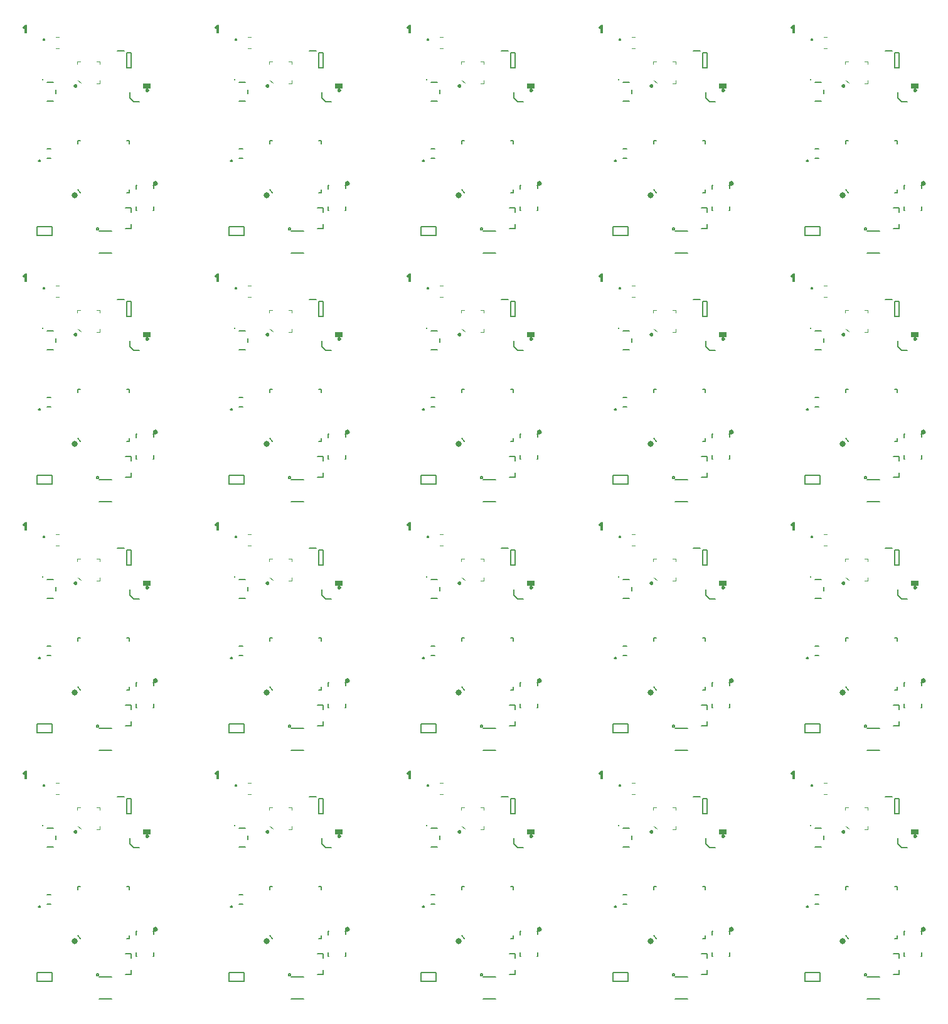
<source format=gto>
G04 EAGLE Gerber RS-274X export*
G75*
%MOMM*%
%FSLAX34Y34*%
%LPD*%
%INSilkscreen Top*%
%IPPOS*%
%AMOC8*
5,1,8,0,0,1.08239X$1,22.5*%
G01*
%ADD10C,0.203200*%
%ADD11C,0.824619*%
%ADD12C,0.250000*%
%ADD13C,0.100000*%
%ADD14C,0.200000*%
%ADD15C,0.254000*%
%ADD16C,0.152400*%
%ADD17C,0.254000*%

G36*
X435612Y1247015D02*
X435612Y1247015D01*
X435614Y1247014D01*
X435657Y1247034D01*
X435701Y1247052D01*
X435701Y1247054D01*
X435703Y1247055D01*
X435736Y1247140D01*
X435736Y1253490D01*
X435735Y1253492D01*
X435736Y1253494D01*
X435716Y1253537D01*
X435698Y1253581D01*
X435696Y1253581D01*
X435695Y1253583D01*
X435610Y1253616D01*
X425450Y1253616D01*
X425448Y1253615D01*
X425446Y1253616D01*
X425403Y1253596D01*
X425359Y1253578D01*
X425359Y1253576D01*
X425357Y1253575D01*
X425324Y1253490D01*
X425324Y1247140D01*
X425325Y1247138D01*
X425324Y1247136D01*
X425344Y1247093D01*
X425362Y1247049D01*
X425364Y1247049D01*
X425365Y1247047D01*
X425450Y1247014D01*
X435610Y1247014D01*
X435612Y1247015D01*
G37*
G36*
X435612Y911735D02*
X435612Y911735D01*
X435614Y911734D01*
X435657Y911754D01*
X435701Y911772D01*
X435701Y911774D01*
X435703Y911775D01*
X435736Y911860D01*
X435736Y918210D01*
X435735Y918212D01*
X435736Y918214D01*
X435716Y918257D01*
X435698Y918301D01*
X435696Y918301D01*
X435695Y918303D01*
X435610Y918336D01*
X425450Y918336D01*
X425448Y918335D01*
X425446Y918336D01*
X425403Y918316D01*
X425359Y918298D01*
X425359Y918296D01*
X425357Y918295D01*
X425324Y918210D01*
X425324Y911860D01*
X425325Y911858D01*
X425324Y911856D01*
X425344Y911813D01*
X425362Y911769D01*
X425364Y911769D01*
X425365Y911767D01*
X425450Y911734D01*
X435610Y911734D01*
X435612Y911735D01*
G37*
G36*
X176532Y911735D02*
X176532Y911735D01*
X176534Y911734D01*
X176577Y911754D01*
X176621Y911772D01*
X176621Y911774D01*
X176623Y911775D01*
X176656Y911860D01*
X176656Y918210D01*
X176655Y918212D01*
X176656Y918214D01*
X176636Y918257D01*
X176618Y918301D01*
X176616Y918301D01*
X176615Y918303D01*
X176530Y918336D01*
X166370Y918336D01*
X166368Y918335D01*
X166366Y918336D01*
X166323Y918316D01*
X166279Y918298D01*
X166279Y918296D01*
X166277Y918295D01*
X166244Y918210D01*
X166244Y911860D01*
X166245Y911858D01*
X166244Y911856D01*
X166264Y911813D01*
X166282Y911769D01*
X166284Y911769D01*
X166285Y911767D01*
X166370Y911734D01*
X176530Y911734D01*
X176532Y911735D01*
G37*
G36*
X953772Y911735D02*
X953772Y911735D01*
X953774Y911734D01*
X953817Y911754D01*
X953861Y911772D01*
X953861Y911774D01*
X953863Y911775D01*
X953896Y911860D01*
X953896Y918210D01*
X953895Y918212D01*
X953896Y918214D01*
X953876Y918257D01*
X953858Y918301D01*
X953856Y918301D01*
X953855Y918303D01*
X953770Y918336D01*
X943610Y918336D01*
X943608Y918335D01*
X943606Y918336D01*
X943563Y918316D01*
X943519Y918298D01*
X943519Y918296D01*
X943517Y918295D01*
X943484Y918210D01*
X943484Y911860D01*
X943485Y911858D01*
X943484Y911856D01*
X943504Y911813D01*
X943522Y911769D01*
X943524Y911769D01*
X943525Y911767D01*
X943610Y911734D01*
X953770Y911734D01*
X953772Y911735D01*
G37*
G36*
X694692Y911735D02*
X694692Y911735D01*
X694694Y911734D01*
X694737Y911754D01*
X694781Y911772D01*
X694781Y911774D01*
X694783Y911775D01*
X694816Y911860D01*
X694816Y918210D01*
X694815Y918212D01*
X694816Y918214D01*
X694796Y918257D01*
X694778Y918301D01*
X694776Y918301D01*
X694775Y918303D01*
X694690Y918336D01*
X684530Y918336D01*
X684528Y918335D01*
X684526Y918336D01*
X684483Y918316D01*
X684439Y918298D01*
X684439Y918296D01*
X684437Y918295D01*
X684404Y918210D01*
X684404Y911860D01*
X684405Y911858D01*
X684404Y911856D01*
X684424Y911813D01*
X684442Y911769D01*
X684444Y911769D01*
X684445Y911767D01*
X684530Y911734D01*
X694690Y911734D01*
X694692Y911735D01*
G37*
G36*
X1212852Y1247015D02*
X1212852Y1247015D01*
X1212854Y1247014D01*
X1212897Y1247034D01*
X1212941Y1247052D01*
X1212941Y1247054D01*
X1212943Y1247055D01*
X1212976Y1247140D01*
X1212976Y1253490D01*
X1212975Y1253492D01*
X1212976Y1253494D01*
X1212956Y1253537D01*
X1212938Y1253581D01*
X1212936Y1253581D01*
X1212935Y1253583D01*
X1212850Y1253616D01*
X1202690Y1253616D01*
X1202688Y1253615D01*
X1202686Y1253616D01*
X1202643Y1253596D01*
X1202599Y1253578D01*
X1202599Y1253576D01*
X1202597Y1253575D01*
X1202564Y1253490D01*
X1202564Y1247140D01*
X1202565Y1247138D01*
X1202564Y1247136D01*
X1202584Y1247093D01*
X1202602Y1247049D01*
X1202604Y1247049D01*
X1202605Y1247047D01*
X1202690Y1247014D01*
X1212850Y1247014D01*
X1212852Y1247015D01*
G37*
G36*
X176532Y1247015D02*
X176532Y1247015D01*
X176534Y1247014D01*
X176577Y1247034D01*
X176621Y1247052D01*
X176621Y1247054D01*
X176623Y1247055D01*
X176656Y1247140D01*
X176656Y1253490D01*
X176655Y1253492D01*
X176656Y1253494D01*
X176636Y1253537D01*
X176618Y1253581D01*
X176616Y1253581D01*
X176615Y1253583D01*
X176530Y1253616D01*
X166370Y1253616D01*
X166368Y1253615D01*
X166366Y1253616D01*
X166323Y1253596D01*
X166279Y1253578D01*
X166279Y1253576D01*
X166277Y1253575D01*
X166244Y1253490D01*
X166244Y1247140D01*
X166245Y1247138D01*
X166244Y1247136D01*
X166264Y1247093D01*
X166282Y1247049D01*
X166284Y1247049D01*
X166285Y1247047D01*
X166370Y1247014D01*
X176530Y1247014D01*
X176532Y1247015D01*
G37*
G36*
X694692Y576455D02*
X694692Y576455D01*
X694694Y576454D01*
X694737Y576474D01*
X694781Y576492D01*
X694781Y576494D01*
X694783Y576495D01*
X694816Y576580D01*
X694816Y582930D01*
X694815Y582932D01*
X694816Y582934D01*
X694796Y582977D01*
X694778Y583021D01*
X694776Y583021D01*
X694775Y583023D01*
X694690Y583056D01*
X684530Y583056D01*
X684528Y583055D01*
X684526Y583056D01*
X684483Y583036D01*
X684439Y583018D01*
X684439Y583016D01*
X684437Y583015D01*
X684404Y582930D01*
X684404Y576580D01*
X684405Y576578D01*
X684404Y576576D01*
X684424Y576533D01*
X684442Y576489D01*
X684444Y576489D01*
X684445Y576487D01*
X684530Y576454D01*
X694690Y576454D01*
X694692Y576455D01*
G37*
G36*
X694692Y1247015D02*
X694692Y1247015D01*
X694694Y1247014D01*
X694737Y1247034D01*
X694781Y1247052D01*
X694781Y1247054D01*
X694783Y1247055D01*
X694816Y1247140D01*
X694816Y1253490D01*
X694815Y1253492D01*
X694816Y1253494D01*
X694796Y1253537D01*
X694778Y1253581D01*
X694776Y1253581D01*
X694775Y1253583D01*
X694690Y1253616D01*
X684530Y1253616D01*
X684528Y1253615D01*
X684526Y1253616D01*
X684483Y1253596D01*
X684439Y1253578D01*
X684439Y1253576D01*
X684437Y1253575D01*
X684404Y1253490D01*
X684404Y1247140D01*
X684405Y1247138D01*
X684404Y1247136D01*
X684424Y1247093D01*
X684442Y1247049D01*
X684444Y1247049D01*
X684445Y1247047D01*
X684530Y1247014D01*
X694690Y1247014D01*
X694692Y1247015D01*
G37*
G36*
X953772Y1247015D02*
X953772Y1247015D01*
X953774Y1247014D01*
X953817Y1247034D01*
X953861Y1247052D01*
X953861Y1247054D01*
X953863Y1247055D01*
X953896Y1247140D01*
X953896Y1253490D01*
X953895Y1253492D01*
X953896Y1253494D01*
X953876Y1253537D01*
X953858Y1253581D01*
X953856Y1253581D01*
X953855Y1253583D01*
X953770Y1253616D01*
X943610Y1253616D01*
X943608Y1253615D01*
X943606Y1253616D01*
X943563Y1253596D01*
X943519Y1253578D01*
X943519Y1253576D01*
X943517Y1253575D01*
X943484Y1253490D01*
X943484Y1247140D01*
X943485Y1247138D01*
X943484Y1247136D01*
X943504Y1247093D01*
X943522Y1247049D01*
X943524Y1247049D01*
X943525Y1247047D01*
X943610Y1247014D01*
X953770Y1247014D01*
X953772Y1247015D01*
G37*
G36*
X1212852Y911735D02*
X1212852Y911735D01*
X1212854Y911734D01*
X1212897Y911754D01*
X1212941Y911772D01*
X1212941Y911774D01*
X1212943Y911775D01*
X1212976Y911860D01*
X1212976Y918210D01*
X1212975Y918212D01*
X1212976Y918214D01*
X1212956Y918257D01*
X1212938Y918301D01*
X1212936Y918301D01*
X1212935Y918303D01*
X1212850Y918336D01*
X1202690Y918336D01*
X1202688Y918335D01*
X1202686Y918336D01*
X1202643Y918316D01*
X1202599Y918298D01*
X1202599Y918296D01*
X1202597Y918295D01*
X1202564Y918210D01*
X1202564Y911860D01*
X1202565Y911858D01*
X1202564Y911856D01*
X1202584Y911813D01*
X1202602Y911769D01*
X1202604Y911769D01*
X1202605Y911767D01*
X1202690Y911734D01*
X1212850Y911734D01*
X1212852Y911735D01*
G37*
G36*
X694692Y241175D02*
X694692Y241175D01*
X694694Y241174D01*
X694737Y241194D01*
X694781Y241212D01*
X694781Y241214D01*
X694783Y241215D01*
X694816Y241300D01*
X694816Y247650D01*
X694815Y247652D01*
X694816Y247654D01*
X694796Y247697D01*
X694778Y247741D01*
X694776Y247741D01*
X694775Y247743D01*
X694690Y247776D01*
X684530Y247776D01*
X684528Y247775D01*
X684526Y247776D01*
X684483Y247756D01*
X684439Y247738D01*
X684439Y247736D01*
X684437Y247735D01*
X684404Y247650D01*
X684404Y241300D01*
X684405Y241298D01*
X684404Y241296D01*
X684424Y241253D01*
X684442Y241209D01*
X684444Y241209D01*
X684445Y241207D01*
X684530Y241174D01*
X694690Y241174D01*
X694692Y241175D01*
G37*
G36*
X1212852Y241175D02*
X1212852Y241175D01*
X1212854Y241174D01*
X1212897Y241194D01*
X1212941Y241212D01*
X1212941Y241214D01*
X1212943Y241215D01*
X1212976Y241300D01*
X1212976Y247650D01*
X1212975Y247652D01*
X1212976Y247654D01*
X1212956Y247697D01*
X1212938Y247741D01*
X1212936Y247741D01*
X1212935Y247743D01*
X1212850Y247776D01*
X1202690Y247776D01*
X1202688Y247775D01*
X1202686Y247776D01*
X1202643Y247756D01*
X1202599Y247738D01*
X1202599Y247736D01*
X1202597Y247735D01*
X1202564Y247650D01*
X1202564Y241300D01*
X1202565Y241298D01*
X1202564Y241296D01*
X1202584Y241253D01*
X1202602Y241209D01*
X1202604Y241209D01*
X1202605Y241207D01*
X1202690Y241174D01*
X1212850Y241174D01*
X1212852Y241175D01*
G37*
G36*
X176532Y241175D02*
X176532Y241175D01*
X176534Y241174D01*
X176577Y241194D01*
X176621Y241212D01*
X176621Y241214D01*
X176623Y241215D01*
X176656Y241300D01*
X176656Y247650D01*
X176655Y247652D01*
X176656Y247654D01*
X176636Y247697D01*
X176618Y247741D01*
X176616Y247741D01*
X176615Y247743D01*
X176530Y247776D01*
X166370Y247776D01*
X166368Y247775D01*
X166366Y247776D01*
X166323Y247756D01*
X166279Y247738D01*
X166279Y247736D01*
X166277Y247735D01*
X166244Y247650D01*
X166244Y241300D01*
X166245Y241298D01*
X166244Y241296D01*
X166264Y241253D01*
X166282Y241209D01*
X166284Y241209D01*
X166285Y241207D01*
X166370Y241174D01*
X176530Y241174D01*
X176532Y241175D01*
G37*
G36*
X953772Y241175D02*
X953772Y241175D01*
X953774Y241174D01*
X953817Y241194D01*
X953861Y241212D01*
X953861Y241214D01*
X953863Y241215D01*
X953896Y241300D01*
X953896Y247650D01*
X953895Y247652D01*
X953896Y247654D01*
X953876Y247697D01*
X953858Y247741D01*
X953856Y247741D01*
X953855Y247743D01*
X953770Y247776D01*
X943610Y247776D01*
X943608Y247775D01*
X943606Y247776D01*
X943563Y247756D01*
X943519Y247738D01*
X943519Y247736D01*
X943517Y247735D01*
X943484Y247650D01*
X943484Y241300D01*
X943485Y241298D01*
X943484Y241296D01*
X943504Y241253D01*
X943522Y241209D01*
X943524Y241209D01*
X943525Y241207D01*
X943610Y241174D01*
X953770Y241174D01*
X953772Y241175D01*
G37*
G36*
X435612Y241175D02*
X435612Y241175D01*
X435614Y241174D01*
X435657Y241194D01*
X435701Y241212D01*
X435701Y241214D01*
X435703Y241215D01*
X435736Y241300D01*
X435736Y247650D01*
X435735Y247652D01*
X435736Y247654D01*
X435716Y247697D01*
X435698Y247741D01*
X435696Y247741D01*
X435695Y247743D01*
X435610Y247776D01*
X425450Y247776D01*
X425448Y247775D01*
X425446Y247776D01*
X425403Y247756D01*
X425359Y247738D01*
X425359Y247736D01*
X425357Y247735D01*
X425324Y247650D01*
X425324Y241300D01*
X425325Y241298D01*
X425324Y241296D01*
X425344Y241253D01*
X425362Y241209D01*
X425364Y241209D01*
X425365Y241207D01*
X425450Y241174D01*
X435610Y241174D01*
X435612Y241175D01*
G37*
G36*
X176532Y576455D02*
X176532Y576455D01*
X176534Y576454D01*
X176577Y576474D01*
X176621Y576492D01*
X176621Y576494D01*
X176623Y576495D01*
X176656Y576580D01*
X176656Y582930D01*
X176655Y582932D01*
X176656Y582934D01*
X176636Y582977D01*
X176618Y583021D01*
X176616Y583021D01*
X176615Y583023D01*
X176530Y583056D01*
X166370Y583056D01*
X166368Y583055D01*
X166366Y583056D01*
X166323Y583036D01*
X166279Y583018D01*
X166279Y583016D01*
X166277Y583015D01*
X166244Y582930D01*
X166244Y576580D01*
X166245Y576578D01*
X166244Y576576D01*
X166264Y576533D01*
X166282Y576489D01*
X166284Y576489D01*
X166285Y576487D01*
X166370Y576454D01*
X176530Y576454D01*
X176532Y576455D01*
G37*
G36*
X1212852Y576455D02*
X1212852Y576455D01*
X1212854Y576454D01*
X1212897Y576474D01*
X1212941Y576492D01*
X1212941Y576494D01*
X1212943Y576495D01*
X1212976Y576580D01*
X1212976Y582930D01*
X1212975Y582932D01*
X1212976Y582934D01*
X1212956Y582977D01*
X1212938Y583021D01*
X1212936Y583021D01*
X1212935Y583023D01*
X1212850Y583056D01*
X1202690Y583056D01*
X1202688Y583055D01*
X1202686Y583056D01*
X1202643Y583036D01*
X1202599Y583018D01*
X1202599Y583016D01*
X1202597Y583015D01*
X1202564Y582930D01*
X1202564Y576580D01*
X1202565Y576578D01*
X1202564Y576576D01*
X1202584Y576533D01*
X1202602Y576489D01*
X1202604Y576489D01*
X1202605Y576487D01*
X1202690Y576454D01*
X1212850Y576454D01*
X1212852Y576455D01*
G37*
G36*
X435612Y576455D02*
X435612Y576455D01*
X435614Y576454D01*
X435657Y576474D01*
X435701Y576492D01*
X435701Y576494D01*
X435703Y576495D01*
X435736Y576580D01*
X435736Y582930D01*
X435735Y582932D01*
X435736Y582934D01*
X435716Y582977D01*
X435698Y583021D01*
X435696Y583021D01*
X435695Y583023D01*
X435610Y583056D01*
X425450Y583056D01*
X425448Y583055D01*
X425446Y583056D01*
X425403Y583036D01*
X425359Y583018D01*
X425359Y583016D01*
X425357Y583015D01*
X425324Y582930D01*
X425324Y576580D01*
X425325Y576578D01*
X425324Y576576D01*
X425344Y576533D01*
X425362Y576489D01*
X425364Y576489D01*
X425365Y576487D01*
X425450Y576454D01*
X435610Y576454D01*
X435612Y576455D01*
G37*
G36*
X953772Y576455D02*
X953772Y576455D01*
X953774Y576454D01*
X953817Y576474D01*
X953861Y576492D01*
X953861Y576494D01*
X953863Y576495D01*
X953896Y576580D01*
X953896Y582930D01*
X953895Y582932D01*
X953896Y582934D01*
X953876Y582977D01*
X953858Y583021D01*
X953856Y583021D01*
X953855Y583023D01*
X953770Y583056D01*
X943610Y583056D01*
X943608Y583055D01*
X943606Y583056D01*
X943563Y583036D01*
X943519Y583018D01*
X943519Y583016D01*
X943517Y583015D01*
X943484Y582930D01*
X943484Y576580D01*
X943485Y576578D01*
X943484Y576576D01*
X943504Y576533D01*
X943522Y576489D01*
X943524Y576489D01*
X943525Y576487D01*
X943610Y576454D01*
X953770Y576454D01*
X953772Y576455D01*
G37*
G36*
X786165Y1321301D02*
X786165Y1321301D01*
X786182Y1321317D01*
X786195Y1321315D01*
X786695Y1321815D01*
X786696Y1321826D01*
X786698Y1321828D01*
X786697Y1321830D01*
X786699Y1321842D01*
X786709Y1321850D01*
X786709Y1331950D01*
X786706Y1331954D01*
X786709Y1331956D01*
X786609Y1332756D01*
X786586Y1332779D01*
X786584Y1332793D01*
X785884Y1333193D01*
X785867Y1333190D01*
X785860Y1333199D01*
X785060Y1333199D01*
X785047Y1333190D01*
X785038Y1333194D01*
X784238Y1332794D01*
X784234Y1332787D01*
X784228Y1332788D01*
X783628Y1332288D01*
X783628Y1332286D01*
X783626Y1332286D01*
X781826Y1330586D01*
X781826Y1330585D01*
X781825Y1330585D01*
X781125Y1329885D01*
X781122Y1329863D01*
X781111Y1329857D01*
X781011Y1329157D01*
X781022Y1329137D01*
X781017Y1329126D01*
X781417Y1328426D01*
X781428Y1328421D01*
X781428Y1328413D01*
X782128Y1327813D01*
X782147Y1327811D01*
X782152Y1327801D01*
X782752Y1327701D01*
X782754Y1327702D01*
X782762Y1327702D01*
X782776Y1327712D01*
X782786Y1327708D01*
X783540Y1328180D01*
X783711Y1327838D01*
X783711Y1322850D01*
X783713Y1322847D01*
X783711Y1322845D01*
X783811Y1321945D01*
X783824Y1321931D01*
X783822Y1321919D01*
X784222Y1321419D01*
X784244Y1321414D01*
X784249Y1321402D01*
X785149Y1321202D01*
X785160Y1321207D01*
X785165Y1321201D01*
X786165Y1321301D01*
G37*
G36*
X268005Y1321301D02*
X268005Y1321301D01*
X268022Y1321317D01*
X268035Y1321315D01*
X268535Y1321815D01*
X268536Y1321826D01*
X268538Y1321828D01*
X268537Y1321830D01*
X268539Y1321842D01*
X268549Y1321850D01*
X268549Y1331950D01*
X268546Y1331954D01*
X268549Y1331956D01*
X268449Y1332756D01*
X268426Y1332779D01*
X268424Y1332793D01*
X267724Y1333193D01*
X267707Y1333190D01*
X267700Y1333199D01*
X266900Y1333199D01*
X266887Y1333190D01*
X266878Y1333194D01*
X266078Y1332794D01*
X266074Y1332787D01*
X266068Y1332788D01*
X265468Y1332288D01*
X265468Y1332286D01*
X265466Y1332286D01*
X263666Y1330586D01*
X263666Y1330585D01*
X263665Y1330585D01*
X262965Y1329885D01*
X262962Y1329863D01*
X262951Y1329857D01*
X262851Y1329157D01*
X262862Y1329137D01*
X262857Y1329126D01*
X263257Y1328426D01*
X263268Y1328421D01*
X263268Y1328413D01*
X263968Y1327813D01*
X263987Y1327811D01*
X263992Y1327801D01*
X264592Y1327701D01*
X264594Y1327702D01*
X264602Y1327702D01*
X264616Y1327712D01*
X264626Y1327708D01*
X265380Y1328180D01*
X265551Y1327838D01*
X265551Y1322850D01*
X265553Y1322847D01*
X265551Y1322845D01*
X265651Y1321945D01*
X265664Y1321931D01*
X265662Y1321919D01*
X266062Y1321419D01*
X266084Y1321414D01*
X266089Y1321402D01*
X266989Y1321202D01*
X267000Y1321207D01*
X267005Y1321201D01*
X268005Y1321301D01*
G37*
G36*
X1045245Y1321301D02*
X1045245Y1321301D01*
X1045262Y1321317D01*
X1045275Y1321315D01*
X1045775Y1321815D01*
X1045776Y1321826D01*
X1045778Y1321828D01*
X1045777Y1321830D01*
X1045779Y1321842D01*
X1045789Y1321850D01*
X1045789Y1331950D01*
X1045786Y1331954D01*
X1045789Y1331956D01*
X1045689Y1332756D01*
X1045666Y1332779D01*
X1045664Y1332793D01*
X1044964Y1333193D01*
X1044947Y1333190D01*
X1044940Y1333199D01*
X1044140Y1333199D01*
X1044127Y1333190D01*
X1044118Y1333194D01*
X1043318Y1332794D01*
X1043314Y1332787D01*
X1043308Y1332788D01*
X1042708Y1332288D01*
X1042708Y1332286D01*
X1042706Y1332286D01*
X1040906Y1330586D01*
X1040906Y1330585D01*
X1040905Y1330585D01*
X1040205Y1329885D01*
X1040202Y1329863D01*
X1040191Y1329857D01*
X1040091Y1329157D01*
X1040102Y1329137D01*
X1040097Y1329126D01*
X1040497Y1328426D01*
X1040508Y1328421D01*
X1040508Y1328413D01*
X1041208Y1327813D01*
X1041227Y1327811D01*
X1041232Y1327801D01*
X1041832Y1327701D01*
X1041834Y1327702D01*
X1041842Y1327702D01*
X1041856Y1327712D01*
X1041866Y1327708D01*
X1042620Y1328180D01*
X1042791Y1327838D01*
X1042791Y1322850D01*
X1042793Y1322847D01*
X1042791Y1322845D01*
X1042891Y1321945D01*
X1042904Y1321931D01*
X1042902Y1321919D01*
X1043302Y1321419D01*
X1043324Y1321414D01*
X1043329Y1321402D01*
X1044229Y1321202D01*
X1044240Y1321207D01*
X1044245Y1321201D01*
X1045245Y1321301D01*
G37*
G36*
X8925Y1321301D02*
X8925Y1321301D01*
X8942Y1321317D01*
X8955Y1321315D01*
X9455Y1321815D01*
X9456Y1321826D01*
X9458Y1321828D01*
X9457Y1321830D01*
X9459Y1321842D01*
X9469Y1321850D01*
X9469Y1331950D01*
X9466Y1331954D01*
X9469Y1331956D01*
X9369Y1332756D01*
X9346Y1332779D01*
X9344Y1332793D01*
X8644Y1333193D01*
X8627Y1333190D01*
X8620Y1333199D01*
X7820Y1333199D01*
X7807Y1333190D01*
X7798Y1333194D01*
X6998Y1332794D01*
X6994Y1332787D01*
X6988Y1332788D01*
X6388Y1332288D01*
X6388Y1332286D01*
X6386Y1332286D01*
X4586Y1330586D01*
X4586Y1330585D01*
X4585Y1330585D01*
X3885Y1329885D01*
X3882Y1329863D01*
X3871Y1329857D01*
X3771Y1329157D01*
X3782Y1329137D01*
X3777Y1329126D01*
X4177Y1328426D01*
X4188Y1328421D01*
X4188Y1328413D01*
X4888Y1327813D01*
X4907Y1327811D01*
X4912Y1327801D01*
X5512Y1327701D01*
X5514Y1327702D01*
X5522Y1327702D01*
X5536Y1327712D01*
X5546Y1327708D01*
X6300Y1328180D01*
X6471Y1327838D01*
X6471Y1322850D01*
X6473Y1322847D01*
X6471Y1322845D01*
X6571Y1321945D01*
X6584Y1321931D01*
X6582Y1321919D01*
X6982Y1321419D01*
X7004Y1321414D01*
X7009Y1321402D01*
X7909Y1321202D01*
X7920Y1321207D01*
X7925Y1321201D01*
X8925Y1321301D01*
G37*
G36*
X527085Y315461D02*
X527085Y315461D01*
X527102Y315477D01*
X527115Y315475D01*
X527615Y315975D01*
X527616Y315986D01*
X527618Y315988D01*
X527617Y315990D01*
X527619Y316002D01*
X527629Y316010D01*
X527629Y326110D01*
X527626Y326114D01*
X527629Y326116D01*
X527529Y326916D01*
X527506Y326939D01*
X527504Y326953D01*
X526804Y327353D01*
X526787Y327350D01*
X526780Y327359D01*
X525980Y327359D01*
X525967Y327350D01*
X525958Y327354D01*
X525158Y326954D01*
X525154Y326947D01*
X525148Y326948D01*
X524548Y326448D01*
X524548Y326446D01*
X524546Y326446D01*
X522746Y324746D01*
X522746Y324745D01*
X522745Y324745D01*
X522045Y324045D01*
X522042Y324023D01*
X522031Y324017D01*
X521931Y323317D01*
X521942Y323297D01*
X521937Y323286D01*
X522337Y322586D01*
X522348Y322581D01*
X522348Y322573D01*
X523048Y321973D01*
X523067Y321971D01*
X523072Y321961D01*
X523672Y321861D01*
X523674Y321862D01*
X523682Y321862D01*
X523696Y321872D01*
X523706Y321868D01*
X524460Y322340D01*
X524631Y321998D01*
X524631Y317010D01*
X524633Y317007D01*
X524631Y317005D01*
X524731Y316105D01*
X524744Y316091D01*
X524742Y316079D01*
X525142Y315579D01*
X525164Y315574D01*
X525169Y315562D01*
X526069Y315362D01*
X526080Y315367D01*
X526085Y315361D01*
X527085Y315461D01*
G37*
G36*
X268005Y986021D02*
X268005Y986021D01*
X268022Y986037D01*
X268035Y986035D01*
X268535Y986535D01*
X268536Y986546D01*
X268538Y986548D01*
X268537Y986550D01*
X268539Y986562D01*
X268549Y986570D01*
X268549Y996670D01*
X268546Y996674D01*
X268549Y996676D01*
X268449Y997476D01*
X268426Y997499D01*
X268424Y997513D01*
X267724Y997913D01*
X267707Y997910D01*
X267700Y997919D01*
X266900Y997919D01*
X266887Y997910D01*
X266878Y997914D01*
X266078Y997514D01*
X266074Y997507D01*
X266068Y997508D01*
X265468Y997008D01*
X265468Y997006D01*
X265466Y997006D01*
X263666Y995306D01*
X263666Y995305D01*
X263665Y995305D01*
X262965Y994605D01*
X262962Y994583D01*
X262951Y994577D01*
X262851Y993877D01*
X262862Y993857D01*
X262857Y993846D01*
X263257Y993146D01*
X263268Y993141D01*
X263268Y993133D01*
X263968Y992533D01*
X263987Y992531D01*
X263992Y992521D01*
X264592Y992421D01*
X264594Y992422D01*
X264602Y992422D01*
X264616Y992432D01*
X264626Y992428D01*
X265380Y992900D01*
X265551Y992558D01*
X265551Y987570D01*
X265553Y987567D01*
X265551Y987565D01*
X265651Y986665D01*
X265664Y986651D01*
X265662Y986639D01*
X266062Y986139D01*
X266084Y986134D01*
X266089Y986122D01*
X266989Y985922D01*
X267000Y985927D01*
X267005Y985921D01*
X268005Y986021D01*
G37*
G36*
X8925Y986021D02*
X8925Y986021D01*
X8942Y986037D01*
X8955Y986035D01*
X9455Y986535D01*
X9456Y986546D01*
X9458Y986548D01*
X9457Y986550D01*
X9459Y986562D01*
X9469Y986570D01*
X9469Y996670D01*
X9466Y996674D01*
X9469Y996676D01*
X9369Y997476D01*
X9346Y997499D01*
X9344Y997513D01*
X8644Y997913D01*
X8627Y997910D01*
X8620Y997919D01*
X7820Y997919D01*
X7807Y997910D01*
X7798Y997914D01*
X6998Y997514D01*
X6994Y997507D01*
X6988Y997508D01*
X6388Y997008D01*
X6388Y997006D01*
X6386Y997006D01*
X4586Y995306D01*
X4586Y995305D01*
X4585Y995305D01*
X3885Y994605D01*
X3882Y994583D01*
X3871Y994577D01*
X3771Y993877D01*
X3782Y993857D01*
X3777Y993846D01*
X4177Y993146D01*
X4188Y993141D01*
X4188Y993133D01*
X4888Y992533D01*
X4907Y992531D01*
X4912Y992521D01*
X5512Y992421D01*
X5514Y992422D01*
X5522Y992422D01*
X5536Y992432D01*
X5546Y992428D01*
X6300Y992900D01*
X6471Y992558D01*
X6471Y987570D01*
X6473Y987567D01*
X6471Y987565D01*
X6571Y986665D01*
X6584Y986651D01*
X6582Y986639D01*
X6982Y986139D01*
X7004Y986134D01*
X7009Y986122D01*
X7909Y985922D01*
X7920Y985927D01*
X7925Y985921D01*
X8925Y986021D01*
G37*
G36*
X1045245Y986021D02*
X1045245Y986021D01*
X1045262Y986037D01*
X1045275Y986035D01*
X1045775Y986535D01*
X1045776Y986546D01*
X1045778Y986548D01*
X1045777Y986550D01*
X1045779Y986562D01*
X1045789Y986570D01*
X1045789Y996670D01*
X1045786Y996674D01*
X1045789Y996676D01*
X1045689Y997476D01*
X1045666Y997499D01*
X1045664Y997513D01*
X1044964Y997913D01*
X1044947Y997910D01*
X1044940Y997919D01*
X1044140Y997919D01*
X1044127Y997910D01*
X1044118Y997914D01*
X1043318Y997514D01*
X1043314Y997507D01*
X1043308Y997508D01*
X1042708Y997008D01*
X1042708Y997006D01*
X1042706Y997006D01*
X1040906Y995306D01*
X1040906Y995305D01*
X1040905Y995305D01*
X1040205Y994605D01*
X1040202Y994583D01*
X1040191Y994577D01*
X1040091Y993877D01*
X1040102Y993857D01*
X1040097Y993846D01*
X1040497Y993146D01*
X1040508Y993141D01*
X1040508Y993133D01*
X1041208Y992533D01*
X1041227Y992531D01*
X1041232Y992521D01*
X1041832Y992421D01*
X1041834Y992422D01*
X1041842Y992422D01*
X1041856Y992432D01*
X1041866Y992428D01*
X1042620Y992900D01*
X1042791Y992558D01*
X1042791Y987570D01*
X1042793Y987567D01*
X1042791Y987565D01*
X1042891Y986665D01*
X1042904Y986651D01*
X1042902Y986639D01*
X1043302Y986139D01*
X1043324Y986134D01*
X1043329Y986122D01*
X1044229Y985922D01*
X1044240Y985927D01*
X1044245Y985921D01*
X1045245Y986021D01*
G37*
G36*
X527085Y986021D02*
X527085Y986021D01*
X527102Y986037D01*
X527115Y986035D01*
X527615Y986535D01*
X527616Y986546D01*
X527618Y986548D01*
X527617Y986550D01*
X527619Y986562D01*
X527629Y986570D01*
X527629Y996670D01*
X527626Y996674D01*
X527629Y996676D01*
X527529Y997476D01*
X527506Y997499D01*
X527504Y997513D01*
X526804Y997913D01*
X526787Y997910D01*
X526780Y997919D01*
X525980Y997919D01*
X525967Y997910D01*
X525958Y997914D01*
X525158Y997514D01*
X525154Y997507D01*
X525148Y997508D01*
X524548Y997008D01*
X524548Y997006D01*
X524546Y997006D01*
X522746Y995306D01*
X522746Y995305D01*
X522745Y995305D01*
X522045Y994605D01*
X522042Y994583D01*
X522031Y994577D01*
X521931Y993877D01*
X521942Y993857D01*
X521937Y993846D01*
X522337Y993146D01*
X522348Y993141D01*
X522348Y993133D01*
X523048Y992533D01*
X523067Y992531D01*
X523072Y992521D01*
X523672Y992421D01*
X523674Y992422D01*
X523682Y992422D01*
X523696Y992432D01*
X523706Y992428D01*
X524460Y992900D01*
X524631Y992558D01*
X524631Y987570D01*
X524633Y987567D01*
X524631Y987565D01*
X524731Y986665D01*
X524744Y986651D01*
X524742Y986639D01*
X525142Y986139D01*
X525164Y986134D01*
X525169Y986122D01*
X526069Y985922D01*
X526080Y985927D01*
X526085Y985921D01*
X527085Y986021D01*
G37*
G36*
X786165Y986021D02*
X786165Y986021D01*
X786182Y986037D01*
X786195Y986035D01*
X786695Y986535D01*
X786696Y986546D01*
X786698Y986548D01*
X786697Y986550D01*
X786699Y986562D01*
X786709Y986570D01*
X786709Y996670D01*
X786706Y996674D01*
X786709Y996676D01*
X786609Y997476D01*
X786586Y997499D01*
X786584Y997513D01*
X785884Y997913D01*
X785867Y997910D01*
X785860Y997919D01*
X785060Y997919D01*
X785047Y997910D01*
X785038Y997914D01*
X784238Y997514D01*
X784234Y997507D01*
X784228Y997508D01*
X783628Y997008D01*
X783628Y997006D01*
X783626Y997006D01*
X781826Y995306D01*
X781826Y995305D01*
X781825Y995305D01*
X781125Y994605D01*
X781122Y994583D01*
X781111Y994577D01*
X781011Y993877D01*
X781022Y993857D01*
X781017Y993846D01*
X781417Y993146D01*
X781428Y993141D01*
X781428Y993133D01*
X782128Y992533D01*
X782147Y992531D01*
X782152Y992521D01*
X782752Y992421D01*
X782754Y992422D01*
X782762Y992422D01*
X782776Y992432D01*
X782786Y992428D01*
X783540Y992900D01*
X783711Y992558D01*
X783711Y987570D01*
X783713Y987567D01*
X783711Y987565D01*
X783811Y986665D01*
X783824Y986651D01*
X783822Y986639D01*
X784222Y986139D01*
X784244Y986134D01*
X784249Y986122D01*
X785149Y985922D01*
X785160Y985927D01*
X785165Y985921D01*
X786165Y986021D01*
G37*
G36*
X527085Y1321301D02*
X527085Y1321301D01*
X527102Y1321317D01*
X527115Y1321315D01*
X527615Y1321815D01*
X527616Y1321826D01*
X527618Y1321828D01*
X527617Y1321830D01*
X527619Y1321842D01*
X527629Y1321850D01*
X527629Y1331950D01*
X527626Y1331954D01*
X527629Y1331956D01*
X527529Y1332756D01*
X527506Y1332779D01*
X527504Y1332793D01*
X526804Y1333193D01*
X526787Y1333190D01*
X526780Y1333199D01*
X525980Y1333199D01*
X525967Y1333190D01*
X525958Y1333194D01*
X525158Y1332794D01*
X525154Y1332787D01*
X525148Y1332788D01*
X524548Y1332288D01*
X524548Y1332286D01*
X524546Y1332286D01*
X522746Y1330586D01*
X522746Y1330585D01*
X522745Y1330585D01*
X522045Y1329885D01*
X522042Y1329863D01*
X522031Y1329857D01*
X521931Y1329157D01*
X521942Y1329137D01*
X521937Y1329126D01*
X522337Y1328426D01*
X522348Y1328421D01*
X522348Y1328413D01*
X523048Y1327813D01*
X523067Y1327811D01*
X523072Y1327801D01*
X523672Y1327701D01*
X523674Y1327702D01*
X523682Y1327702D01*
X523696Y1327712D01*
X523706Y1327708D01*
X524460Y1328180D01*
X524631Y1327838D01*
X524631Y1322850D01*
X524633Y1322847D01*
X524631Y1322845D01*
X524731Y1321945D01*
X524744Y1321931D01*
X524742Y1321919D01*
X525142Y1321419D01*
X525164Y1321414D01*
X525169Y1321402D01*
X526069Y1321202D01*
X526080Y1321207D01*
X526085Y1321201D01*
X527085Y1321301D01*
G37*
G36*
X786165Y650741D02*
X786165Y650741D01*
X786182Y650757D01*
X786195Y650755D01*
X786695Y651255D01*
X786696Y651266D01*
X786698Y651268D01*
X786697Y651270D01*
X786699Y651282D01*
X786709Y651290D01*
X786709Y661390D01*
X786706Y661394D01*
X786709Y661396D01*
X786609Y662196D01*
X786586Y662219D01*
X786584Y662233D01*
X785884Y662633D01*
X785867Y662630D01*
X785860Y662639D01*
X785060Y662639D01*
X785047Y662630D01*
X785038Y662634D01*
X784238Y662234D01*
X784234Y662227D01*
X784228Y662228D01*
X783628Y661728D01*
X783628Y661726D01*
X783626Y661726D01*
X781826Y660026D01*
X781826Y660025D01*
X781825Y660025D01*
X781125Y659325D01*
X781122Y659303D01*
X781111Y659297D01*
X781011Y658597D01*
X781022Y658577D01*
X781017Y658566D01*
X781417Y657866D01*
X781428Y657861D01*
X781428Y657853D01*
X782128Y657253D01*
X782147Y657251D01*
X782152Y657241D01*
X782752Y657141D01*
X782754Y657142D01*
X782762Y657142D01*
X782776Y657152D01*
X782786Y657148D01*
X783540Y657620D01*
X783711Y657278D01*
X783711Y652290D01*
X783713Y652287D01*
X783711Y652285D01*
X783811Y651385D01*
X783824Y651371D01*
X783822Y651359D01*
X784222Y650859D01*
X784244Y650854D01*
X784249Y650842D01*
X785149Y650642D01*
X785160Y650647D01*
X785165Y650641D01*
X786165Y650741D01*
G37*
G36*
X8925Y650741D02*
X8925Y650741D01*
X8942Y650757D01*
X8955Y650755D01*
X9455Y651255D01*
X9456Y651266D01*
X9458Y651268D01*
X9457Y651270D01*
X9459Y651282D01*
X9469Y651290D01*
X9469Y661390D01*
X9466Y661394D01*
X9469Y661396D01*
X9369Y662196D01*
X9346Y662219D01*
X9344Y662233D01*
X8644Y662633D01*
X8627Y662630D01*
X8620Y662639D01*
X7820Y662639D01*
X7807Y662630D01*
X7798Y662634D01*
X6998Y662234D01*
X6994Y662227D01*
X6988Y662228D01*
X6388Y661728D01*
X6388Y661726D01*
X6386Y661726D01*
X4586Y660026D01*
X4586Y660025D01*
X4585Y660025D01*
X3885Y659325D01*
X3882Y659303D01*
X3871Y659297D01*
X3771Y658597D01*
X3782Y658577D01*
X3777Y658566D01*
X4177Y657866D01*
X4188Y657861D01*
X4188Y657853D01*
X4888Y657253D01*
X4907Y657251D01*
X4912Y657241D01*
X5512Y657141D01*
X5514Y657142D01*
X5522Y657142D01*
X5536Y657152D01*
X5546Y657148D01*
X6300Y657620D01*
X6471Y657278D01*
X6471Y652290D01*
X6473Y652287D01*
X6471Y652285D01*
X6571Y651385D01*
X6584Y651371D01*
X6582Y651359D01*
X6982Y650859D01*
X7004Y650854D01*
X7009Y650842D01*
X7909Y650642D01*
X7920Y650647D01*
X7925Y650641D01*
X8925Y650741D01*
G37*
G36*
X268005Y650741D02*
X268005Y650741D01*
X268022Y650757D01*
X268035Y650755D01*
X268535Y651255D01*
X268536Y651266D01*
X268538Y651268D01*
X268537Y651270D01*
X268539Y651282D01*
X268549Y651290D01*
X268549Y661390D01*
X268546Y661394D01*
X268549Y661396D01*
X268449Y662196D01*
X268426Y662219D01*
X268424Y662233D01*
X267724Y662633D01*
X267707Y662630D01*
X267700Y662639D01*
X266900Y662639D01*
X266887Y662630D01*
X266878Y662634D01*
X266078Y662234D01*
X266074Y662227D01*
X266068Y662228D01*
X265468Y661728D01*
X265468Y661726D01*
X265466Y661726D01*
X263666Y660026D01*
X263666Y660025D01*
X263665Y660025D01*
X262965Y659325D01*
X262962Y659303D01*
X262951Y659297D01*
X262851Y658597D01*
X262862Y658577D01*
X262857Y658566D01*
X263257Y657866D01*
X263268Y657861D01*
X263268Y657853D01*
X263968Y657253D01*
X263987Y657251D01*
X263992Y657241D01*
X264592Y657141D01*
X264594Y657142D01*
X264602Y657142D01*
X264616Y657152D01*
X264626Y657148D01*
X265380Y657620D01*
X265551Y657278D01*
X265551Y652290D01*
X265553Y652287D01*
X265551Y652285D01*
X265651Y651385D01*
X265664Y651371D01*
X265662Y651359D01*
X266062Y650859D01*
X266084Y650854D01*
X266089Y650842D01*
X266989Y650642D01*
X267000Y650647D01*
X267005Y650641D01*
X268005Y650741D01*
G37*
G36*
X1045245Y650741D02*
X1045245Y650741D01*
X1045262Y650757D01*
X1045275Y650755D01*
X1045775Y651255D01*
X1045776Y651266D01*
X1045778Y651268D01*
X1045777Y651270D01*
X1045779Y651282D01*
X1045789Y651290D01*
X1045789Y661390D01*
X1045786Y661394D01*
X1045789Y661396D01*
X1045689Y662196D01*
X1045666Y662219D01*
X1045664Y662233D01*
X1044964Y662633D01*
X1044947Y662630D01*
X1044940Y662639D01*
X1044140Y662639D01*
X1044127Y662630D01*
X1044118Y662634D01*
X1043318Y662234D01*
X1043314Y662227D01*
X1043308Y662228D01*
X1042708Y661728D01*
X1042708Y661726D01*
X1042706Y661726D01*
X1040906Y660026D01*
X1040906Y660025D01*
X1040905Y660025D01*
X1040205Y659325D01*
X1040202Y659303D01*
X1040191Y659297D01*
X1040091Y658597D01*
X1040102Y658577D01*
X1040097Y658566D01*
X1040497Y657866D01*
X1040508Y657861D01*
X1040508Y657853D01*
X1041208Y657253D01*
X1041227Y657251D01*
X1041232Y657241D01*
X1041832Y657141D01*
X1041834Y657142D01*
X1041842Y657142D01*
X1041856Y657152D01*
X1041866Y657148D01*
X1042620Y657620D01*
X1042791Y657278D01*
X1042791Y652290D01*
X1042793Y652287D01*
X1042791Y652285D01*
X1042891Y651385D01*
X1042904Y651371D01*
X1042902Y651359D01*
X1043302Y650859D01*
X1043324Y650854D01*
X1043329Y650842D01*
X1044229Y650642D01*
X1044240Y650647D01*
X1044245Y650641D01*
X1045245Y650741D01*
G37*
G36*
X527085Y650741D02*
X527085Y650741D01*
X527102Y650757D01*
X527115Y650755D01*
X527615Y651255D01*
X527616Y651266D01*
X527618Y651268D01*
X527617Y651270D01*
X527619Y651282D01*
X527629Y651290D01*
X527629Y661390D01*
X527626Y661394D01*
X527629Y661396D01*
X527529Y662196D01*
X527506Y662219D01*
X527504Y662233D01*
X526804Y662633D01*
X526787Y662630D01*
X526780Y662639D01*
X525980Y662639D01*
X525967Y662630D01*
X525958Y662634D01*
X525158Y662234D01*
X525154Y662227D01*
X525148Y662228D01*
X524548Y661728D01*
X524548Y661726D01*
X524546Y661726D01*
X522746Y660026D01*
X522746Y660025D01*
X522745Y660025D01*
X522045Y659325D01*
X522042Y659303D01*
X522031Y659297D01*
X521931Y658597D01*
X521942Y658577D01*
X521937Y658566D01*
X522337Y657866D01*
X522348Y657861D01*
X522348Y657853D01*
X523048Y657253D01*
X523067Y657251D01*
X523072Y657241D01*
X523672Y657141D01*
X523674Y657142D01*
X523682Y657142D01*
X523696Y657152D01*
X523706Y657148D01*
X524460Y657620D01*
X524631Y657278D01*
X524631Y652290D01*
X524633Y652287D01*
X524631Y652285D01*
X524731Y651385D01*
X524744Y651371D01*
X524742Y651359D01*
X525142Y650859D01*
X525164Y650854D01*
X525169Y650842D01*
X526069Y650642D01*
X526080Y650647D01*
X526085Y650641D01*
X527085Y650741D01*
G37*
G36*
X786165Y315461D02*
X786165Y315461D01*
X786182Y315477D01*
X786195Y315475D01*
X786695Y315975D01*
X786696Y315986D01*
X786698Y315988D01*
X786697Y315990D01*
X786699Y316002D01*
X786709Y316010D01*
X786709Y326110D01*
X786706Y326114D01*
X786709Y326116D01*
X786609Y326916D01*
X786586Y326939D01*
X786584Y326953D01*
X785884Y327353D01*
X785867Y327350D01*
X785860Y327359D01*
X785060Y327359D01*
X785047Y327350D01*
X785038Y327354D01*
X784238Y326954D01*
X784234Y326947D01*
X784228Y326948D01*
X783628Y326448D01*
X783628Y326446D01*
X783626Y326446D01*
X781826Y324746D01*
X781826Y324745D01*
X781825Y324745D01*
X781125Y324045D01*
X781122Y324023D01*
X781111Y324017D01*
X781011Y323317D01*
X781022Y323297D01*
X781017Y323286D01*
X781417Y322586D01*
X781428Y322581D01*
X781428Y322573D01*
X782128Y321973D01*
X782147Y321971D01*
X782152Y321961D01*
X782752Y321861D01*
X782754Y321862D01*
X782762Y321862D01*
X782776Y321872D01*
X782786Y321868D01*
X783540Y322340D01*
X783711Y321998D01*
X783711Y317010D01*
X783713Y317007D01*
X783711Y317005D01*
X783811Y316105D01*
X783824Y316091D01*
X783822Y316079D01*
X784222Y315579D01*
X784244Y315574D01*
X784249Y315562D01*
X785149Y315362D01*
X785160Y315367D01*
X785165Y315361D01*
X786165Y315461D01*
G37*
G36*
X1045245Y315461D02*
X1045245Y315461D01*
X1045262Y315477D01*
X1045275Y315475D01*
X1045775Y315975D01*
X1045776Y315986D01*
X1045778Y315988D01*
X1045777Y315990D01*
X1045779Y316002D01*
X1045789Y316010D01*
X1045789Y326110D01*
X1045786Y326114D01*
X1045789Y326116D01*
X1045689Y326916D01*
X1045666Y326939D01*
X1045664Y326953D01*
X1044964Y327353D01*
X1044947Y327350D01*
X1044940Y327359D01*
X1044140Y327359D01*
X1044127Y327350D01*
X1044118Y327354D01*
X1043318Y326954D01*
X1043314Y326947D01*
X1043308Y326948D01*
X1042708Y326448D01*
X1042708Y326446D01*
X1042706Y326446D01*
X1040906Y324746D01*
X1040906Y324745D01*
X1040905Y324745D01*
X1040205Y324045D01*
X1040202Y324023D01*
X1040191Y324017D01*
X1040091Y323317D01*
X1040102Y323297D01*
X1040097Y323286D01*
X1040497Y322586D01*
X1040508Y322581D01*
X1040508Y322573D01*
X1041208Y321973D01*
X1041227Y321971D01*
X1041232Y321961D01*
X1041832Y321861D01*
X1041834Y321862D01*
X1041842Y321862D01*
X1041856Y321872D01*
X1041866Y321868D01*
X1042620Y322340D01*
X1042791Y321998D01*
X1042791Y317010D01*
X1042793Y317007D01*
X1042791Y317005D01*
X1042891Y316105D01*
X1042904Y316091D01*
X1042902Y316079D01*
X1043302Y315579D01*
X1043324Y315574D01*
X1043329Y315562D01*
X1044229Y315362D01*
X1044240Y315367D01*
X1044245Y315361D01*
X1045245Y315461D01*
G37*
G36*
X268005Y315461D02*
X268005Y315461D01*
X268022Y315477D01*
X268035Y315475D01*
X268535Y315975D01*
X268536Y315986D01*
X268538Y315988D01*
X268537Y315990D01*
X268539Y316002D01*
X268549Y316010D01*
X268549Y326110D01*
X268546Y326114D01*
X268549Y326116D01*
X268449Y326916D01*
X268426Y326939D01*
X268424Y326953D01*
X267724Y327353D01*
X267707Y327350D01*
X267700Y327359D01*
X266900Y327359D01*
X266887Y327350D01*
X266878Y327354D01*
X266078Y326954D01*
X266074Y326947D01*
X266068Y326948D01*
X265468Y326448D01*
X265468Y326446D01*
X265466Y326446D01*
X263666Y324746D01*
X263666Y324745D01*
X263665Y324745D01*
X262965Y324045D01*
X262962Y324023D01*
X262951Y324017D01*
X262851Y323317D01*
X262862Y323297D01*
X262857Y323286D01*
X263257Y322586D01*
X263268Y322581D01*
X263268Y322573D01*
X263968Y321973D01*
X263987Y321971D01*
X263992Y321961D01*
X264592Y321861D01*
X264594Y321862D01*
X264602Y321862D01*
X264616Y321872D01*
X264626Y321868D01*
X265380Y322340D01*
X265551Y321998D01*
X265551Y317010D01*
X265553Y317007D01*
X265551Y317005D01*
X265651Y316105D01*
X265664Y316091D01*
X265662Y316079D01*
X266062Y315579D01*
X266084Y315574D01*
X266089Y315562D01*
X266989Y315362D01*
X267000Y315367D01*
X267005Y315361D01*
X268005Y315461D01*
G37*
G36*
X8925Y315461D02*
X8925Y315461D01*
X8942Y315477D01*
X8955Y315475D01*
X9455Y315975D01*
X9456Y315986D01*
X9458Y315988D01*
X9457Y315990D01*
X9459Y316002D01*
X9469Y316010D01*
X9469Y326110D01*
X9466Y326114D01*
X9469Y326116D01*
X9369Y326916D01*
X9346Y326939D01*
X9344Y326953D01*
X8644Y327353D01*
X8627Y327350D01*
X8620Y327359D01*
X7820Y327359D01*
X7807Y327350D01*
X7798Y327354D01*
X6998Y326954D01*
X6994Y326947D01*
X6988Y326948D01*
X6388Y326448D01*
X6388Y326446D01*
X6386Y326446D01*
X4586Y324746D01*
X4586Y324745D01*
X4585Y324745D01*
X3885Y324045D01*
X3882Y324023D01*
X3871Y324017D01*
X3771Y323317D01*
X3782Y323297D01*
X3777Y323286D01*
X4177Y322586D01*
X4188Y322581D01*
X4188Y322573D01*
X4888Y321973D01*
X4907Y321971D01*
X4912Y321961D01*
X5512Y321861D01*
X5514Y321862D01*
X5522Y321862D01*
X5536Y321872D01*
X5546Y321868D01*
X6300Y322340D01*
X6471Y321998D01*
X6471Y317010D01*
X6473Y317007D01*
X6471Y317005D01*
X6571Y316105D01*
X6584Y316091D01*
X6582Y316079D01*
X6982Y315579D01*
X7004Y315574D01*
X7009Y315562D01*
X7909Y315362D01*
X7920Y315367D01*
X7925Y315361D01*
X8925Y315461D01*
G37*
G36*
X442860Y1116025D02*
X442860Y1116025D01*
X442862Y1116027D01*
X442863Y1116026D01*
X443534Y1116261D01*
X443535Y1116262D01*
X443536Y1116262D01*
X444138Y1116640D01*
X444139Y1116642D01*
X444141Y1116642D01*
X444643Y1117144D01*
X444643Y1117146D01*
X444645Y1117147D01*
X445023Y1117749D01*
X445023Y1117750D01*
X445024Y1117751D01*
X445259Y1118422D01*
X445259Y1118424D01*
X445260Y1118425D01*
X445339Y1119131D01*
X445339Y1119132D01*
X445338Y1119133D01*
X445339Y1119134D01*
X445260Y1119840D01*
X445258Y1119842D01*
X445259Y1119843D01*
X445024Y1120514D01*
X445023Y1120515D01*
X445023Y1120516D01*
X444645Y1121118D01*
X444643Y1121119D01*
X444643Y1121121D01*
X444141Y1121623D01*
X444139Y1121623D01*
X444138Y1121625D01*
X443536Y1122003D01*
X443535Y1122003D01*
X443534Y1122004D01*
X442863Y1122239D01*
X442861Y1122239D01*
X442860Y1122240D01*
X442154Y1122319D01*
X442152Y1122318D01*
X442151Y1122319D01*
X441445Y1122240D01*
X441443Y1122238D01*
X441442Y1122239D01*
X440771Y1122004D01*
X440770Y1122003D01*
X440769Y1122003D01*
X440167Y1121625D01*
X440166Y1121623D01*
X440164Y1121623D01*
X439662Y1121121D01*
X439662Y1121119D01*
X439660Y1121118D01*
X439282Y1120516D01*
X439282Y1120515D01*
X439281Y1120514D01*
X439046Y1119843D01*
X439047Y1119841D01*
X439045Y1119840D01*
X438966Y1119134D01*
X438967Y1119132D01*
X438966Y1119131D01*
X439045Y1118425D01*
X439047Y1118423D01*
X439046Y1118422D01*
X439281Y1117751D01*
X439282Y1117750D01*
X439282Y1117749D01*
X439660Y1117147D01*
X439662Y1117146D01*
X439662Y1117144D01*
X440164Y1116642D01*
X440166Y1116642D01*
X440167Y1116640D01*
X440769Y1116262D01*
X440770Y1116262D01*
X440771Y1116261D01*
X441442Y1116026D01*
X441444Y1116027D01*
X441445Y1116025D01*
X442151Y1115946D01*
X442153Y1115947D01*
X442154Y1115946D01*
X442860Y1116025D01*
G37*
G36*
X183780Y445465D02*
X183780Y445465D01*
X183782Y445467D01*
X183783Y445466D01*
X184454Y445701D01*
X184455Y445702D01*
X184456Y445702D01*
X185058Y446080D01*
X185059Y446082D01*
X185061Y446082D01*
X185563Y446584D01*
X185563Y446586D01*
X185565Y446587D01*
X185943Y447189D01*
X185943Y447190D01*
X185944Y447191D01*
X186179Y447862D01*
X186179Y447864D01*
X186180Y447865D01*
X186259Y448571D01*
X186259Y448572D01*
X186258Y448573D01*
X186259Y448574D01*
X186180Y449280D01*
X186178Y449282D01*
X186179Y449283D01*
X185944Y449954D01*
X185943Y449955D01*
X185943Y449956D01*
X185565Y450558D01*
X185563Y450559D01*
X185563Y450561D01*
X185061Y451063D01*
X185059Y451063D01*
X185058Y451065D01*
X184456Y451443D01*
X184455Y451443D01*
X184454Y451444D01*
X183783Y451679D01*
X183781Y451679D01*
X183780Y451680D01*
X183074Y451759D01*
X183072Y451758D01*
X183071Y451759D01*
X182365Y451680D01*
X182363Y451678D01*
X182362Y451679D01*
X181691Y451444D01*
X181690Y451443D01*
X181689Y451443D01*
X181087Y451065D01*
X181086Y451063D01*
X181084Y451063D01*
X180582Y450561D01*
X180582Y450559D01*
X180580Y450558D01*
X180202Y449956D01*
X180202Y449955D01*
X180201Y449954D01*
X179966Y449283D01*
X179967Y449281D01*
X179965Y449280D01*
X179886Y448574D01*
X179887Y448572D01*
X179886Y448571D01*
X179965Y447865D01*
X179967Y447863D01*
X179966Y447862D01*
X180201Y447191D01*
X180202Y447190D01*
X180202Y447189D01*
X180580Y446587D01*
X180582Y446586D01*
X180582Y446584D01*
X181084Y446082D01*
X181086Y446082D01*
X181087Y446080D01*
X181689Y445702D01*
X181690Y445702D01*
X181691Y445701D01*
X182362Y445466D01*
X182364Y445467D01*
X182365Y445465D01*
X183071Y445386D01*
X183073Y445387D01*
X183074Y445386D01*
X183780Y445465D01*
G37*
G36*
X701940Y445465D02*
X701940Y445465D01*
X701942Y445467D01*
X701943Y445466D01*
X702614Y445701D01*
X702615Y445702D01*
X702616Y445702D01*
X703218Y446080D01*
X703219Y446082D01*
X703221Y446082D01*
X703723Y446584D01*
X703723Y446586D01*
X703725Y446587D01*
X704103Y447189D01*
X704103Y447190D01*
X704104Y447191D01*
X704339Y447862D01*
X704339Y447864D01*
X704340Y447865D01*
X704419Y448571D01*
X704419Y448572D01*
X704418Y448573D01*
X704419Y448574D01*
X704340Y449280D01*
X704338Y449282D01*
X704339Y449283D01*
X704104Y449954D01*
X704103Y449955D01*
X704103Y449956D01*
X703725Y450558D01*
X703723Y450559D01*
X703723Y450561D01*
X703221Y451063D01*
X703219Y451063D01*
X703218Y451065D01*
X702616Y451443D01*
X702615Y451443D01*
X702614Y451444D01*
X701943Y451679D01*
X701941Y451679D01*
X701940Y451680D01*
X701234Y451759D01*
X701232Y451758D01*
X701231Y451759D01*
X700525Y451680D01*
X700523Y451678D01*
X700522Y451679D01*
X699851Y451444D01*
X699850Y451443D01*
X699849Y451443D01*
X699247Y451065D01*
X699246Y451063D01*
X699244Y451063D01*
X698742Y450561D01*
X698742Y450559D01*
X698740Y450558D01*
X698362Y449956D01*
X698362Y449955D01*
X698361Y449954D01*
X698126Y449283D01*
X698127Y449281D01*
X698125Y449280D01*
X698046Y448574D01*
X698047Y448572D01*
X698046Y448571D01*
X698125Y447865D01*
X698127Y447863D01*
X698126Y447862D01*
X698361Y447191D01*
X698362Y447190D01*
X698362Y447189D01*
X698740Y446587D01*
X698742Y446586D01*
X698742Y446584D01*
X699244Y446082D01*
X699246Y446082D01*
X699247Y446080D01*
X699849Y445702D01*
X699850Y445702D01*
X699851Y445701D01*
X700522Y445466D01*
X700524Y445467D01*
X700525Y445465D01*
X701231Y445386D01*
X701233Y445387D01*
X701234Y445386D01*
X701940Y445465D01*
G37*
G36*
X442860Y445465D02*
X442860Y445465D01*
X442862Y445467D01*
X442863Y445466D01*
X443534Y445701D01*
X443535Y445702D01*
X443536Y445702D01*
X444138Y446080D01*
X444139Y446082D01*
X444141Y446082D01*
X444643Y446584D01*
X444643Y446586D01*
X444645Y446587D01*
X445023Y447189D01*
X445023Y447190D01*
X445024Y447191D01*
X445259Y447862D01*
X445259Y447864D01*
X445260Y447865D01*
X445339Y448571D01*
X445339Y448572D01*
X445338Y448573D01*
X445339Y448574D01*
X445260Y449280D01*
X445258Y449282D01*
X445259Y449283D01*
X445024Y449954D01*
X445023Y449955D01*
X445023Y449956D01*
X444645Y450558D01*
X444643Y450559D01*
X444643Y450561D01*
X444141Y451063D01*
X444139Y451063D01*
X444138Y451065D01*
X443536Y451443D01*
X443535Y451443D01*
X443534Y451444D01*
X442863Y451679D01*
X442861Y451679D01*
X442860Y451680D01*
X442154Y451759D01*
X442152Y451758D01*
X442151Y451759D01*
X441445Y451680D01*
X441443Y451678D01*
X441442Y451679D01*
X440771Y451444D01*
X440770Y451443D01*
X440769Y451443D01*
X440167Y451065D01*
X440166Y451063D01*
X440164Y451063D01*
X439662Y450561D01*
X439662Y450559D01*
X439660Y450558D01*
X439282Y449956D01*
X439282Y449955D01*
X439281Y449954D01*
X439046Y449283D01*
X439047Y449281D01*
X439045Y449280D01*
X438966Y448574D01*
X438967Y448572D01*
X438966Y448571D01*
X439045Y447865D01*
X439047Y447863D01*
X439046Y447862D01*
X439281Y447191D01*
X439282Y447190D01*
X439282Y447189D01*
X439660Y446587D01*
X439662Y446586D01*
X439662Y446584D01*
X440164Y446082D01*
X440166Y446082D01*
X440167Y446080D01*
X440769Y445702D01*
X440770Y445702D01*
X440771Y445701D01*
X441442Y445466D01*
X441444Y445467D01*
X441445Y445465D01*
X442151Y445386D01*
X442153Y445387D01*
X442154Y445386D01*
X442860Y445465D01*
G37*
G36*
X1220100Y445465D02*
X1220100Y445465D01*
X1220102Y445467D01*
X1220103Y445466D01*
X1220774Y445701D01*
X1220775Y445702D01*
X1220776Y445702D01*
X1221378Y446080D01*
X1221379Y446082D01*
X1221381Y446082D01*
X1221883Y446584D01*
X1221883Y446586D01*
X1221885Y446587D01*
X1222263Y447189D01*
X1222263Y447190D01*
X1222264Y447191D01*
X1222499Y447862D01*
X1222499Y447864D01*
X1222500Y447865D01*
X1222579Y448571D01*
X1222579Y448572D01*
X1222578Y448573D01*
X1222579Y448574D01*
X1222500Y449280D01*
X1222498Y449282D01*
X1222499Y449283D01*
X1222264Y449954D01*
X1222263Y449955D01*
X1222263Y449956D01*
X1221885Y450558D01*
X1221883Y450559D01*
X1221883Y450561D01*
X1221381Y451063D01*
X1221379Y451063D01*
X1221378Y451065D01*
X1220776Y451443D01*
X1220775Y451443D01*
X1220774Y451444D01*
X1220103Y451679D01*
X1220101Y451679D01*
X1220100Y451680D01*
X1219394Y451759D01*
X1219392Y451758D01*
X1219391Y451759D01*
X1218685Y451680D01*
X1218683Y451678D01*
X1218682Y451679D01*
X1218011Y451444D01*
X1218010Y451443D01*
X1218009Y451443D01*
X1217407Y451065D01*
X1217406Y451063D01*
X1217404Y451063D01*
X1216902Y450561D01*
X1216902Y450559D01*
X1216900Y450558D01*
X1216522Y449956D01*
X1216522Y449955D01*
X1216521Y449954D01*
X1216286Y449283D01*
X1216287Y449281D01*
X1216285Y449280D01*
X1216206Y448574D01*
X1216207Y448572D01*
X1216206Y448571D01*
X1216285Y447865D01*
X1216287Y447863D01*
X1216286Y447862D01*
X1216521Y447191D01*
X1216522Y447190D01*
X1216522Y447189D01*
X1216900Y446587D01*
X1216902Y446586D01*
X1216902Y446584D01*
X1217404Y446082D01*
X1217406Y446082D01*
X1217407Y446080D01*
X1218009Y445702D01*
X1218010Y445702D01*
X1218011Y445701D01*
X1218682Y445466D01*
X1218684Y445467D01*
X1218685Y445465D01*
X1219391Y445386D01*
X1219393Y445387D01*
X1219394Y445386D01*
X1220100Y445465D01*
G37*
G36*
X701940Y780745D02*
X701940Y780745D01*
X701942Y780747D01*
X701943Y780746D01*
X702614Y780981D01*
X702615Y780982D01*
X702616Y780982D01*
X703218Y781360D01*
X703219Y781362D01*
X703221Y781362D01*
X703723Y781864D01*
X703723Y781866D01*
X703725Y781867D01*
X704103Y782469D01*
X704103Y782470D01*
X704104Y782471D01*
X704339Y783142D01*
X704339Y783144D01*
X704340Y783145D01*
X704419Y783851D01*
X704419Y783852D01*
X704418Y783853D01*
X704419Y783854D01*
X704340Y784560D01*
X704338Y784562D01*
X704339Y784563D01*
X704104Y785234D01*
X704103Y785235D01*
X704103Y785236D01*
X703725Y785838D01*
X703723Y785839D01*
X703723Y785841D01*
X703221Y786343D01*
X703219Y786343D01*
X703218Y786345D01*
X702616Y786723D01*
X702615Y786723D01*
X702614Y786724D01*
X701943Y786959D01*
X701941Y786959D01*
X701940Y786960D01*
X701234Y787039D01*
X701232Y787038D01*
X701231Y787039D01*
X700525Y786960D01*
X700523Y786958D01*
X700522Y786959D01*
X699851Y786724D01*
X699850Y786723D01*
X699849Y786723D01*
X699247Y786345D01*
X699246Y786343D01*
X699244Y786343D01*
X698742Y785841D01*
X698742Y785839D01*
X698740Y785838D01*
X698362Y785236D01*
X698362Y785235D01*
X698361Y785234D01*
X698126Y784563D01*
X698127Y784561D01*
X698125Y784560D01*
X698046Y783854D01*
X698047Y783852D01*
X698046Y783851D01*
X698125Y783145D01*
X698127Y783143D01*
X698126Y783142D01*
X698361Y782471D01*
X698362Y782470D01*
X698362Y782469D01*
X698740Y781867D01*
X698742Y781866D01*
X698742Y781864D01*
X699244Y781362D01*
X699246Y781362D01*
X699247Y781360D01*
X699849Y780982D01*
X699850Y780982D01*
X699851Y780981D01*
X700522Y780746D01*
X700524Y780747D01*
X700525Y780745D01*
X701231Y780666D01*
X701233Y780667D01*
X701234Y780666D01*
X701940Y780745D01*
G37*
G36*
X442860Y780745D02*
X442860Y780745D01*
X442862Y780747D01*
X442863Y780746D01*
X443534Y780981D01*
X443535Y780982D01*
X443536Y780982D01*
X444138Y781360D01*
X444139Y781362D01*
X444141Y781362D01*
X444643Y781864D01*
X444643Y781866D01*
X444645Y781867D01*
X445023Y782469D01*
X445023Y782470D01*
X445024Y782471D01*
X445259Y783142D01*
X445259Y783144D01*
X445260Y783145D01*
X445339Y783851D01*
X445339Y783852D01*
X445338Y783853D01*
X445339Y783854D01*
X445260Y784560D01*
X445258Y784562D01*
X445259Y784563D01*
X445024Y785234D01*
X445023Y785235D01*
X445023Y785236D01*
X444645Y785838D01*
X444643Y785839D01*
X444643Y785841D01*
X444141Y786343D01*
X444139Y786343D01*
X444138Y786345D01*
X443536Y786723D01*
X443535Y786723D01*
X443534Y786724D01*
X442863Y786959D01*
X442861Y786959D01*
X442860Y786960D01*
X442154Y787039D01*
X442152Y787038D01*
X442151Y787039D01*
X441445Y786960D01*
X441443Y786958D01*
X441442Y786959D01*
X440771Y786724D01*
X440770Y786723D01*
X440769Y786723D01*
X440167Y786345D01*
X440166Y786343D01*
X440164Y786343D01*
X439662Y785841D01*
X439662Y785839D01*
X439660Y785838D01*
X439282Y785236D01*
X439282Y785235D01*
X439281Y785234D01*
X439046Y784563D01*
X439047Y784561D01*
X439045Y784560D01*
X438966Y783854D01*
X438967Y783852D01*
X438966Y783851D01*
X439045Y783145D01*
X439047Y783143D01*
X439046Y783142D01*
X439281Y782471D01*
X439282Y782470D01*
X439282Y782469D01*
X439660Y781867D01*
X439662Y781866D01*
X439662Y781864D01*
X440164Y781362D01*
X440166Y781362D01*
X440167Y781360D01*
X440769Y780982D01*
X440770Y780982D01*
X440771Y780981D01*
X441442Y780746D01*
X441444Y780747D01*
X441445Y780745D01*
X442151Y780666D01*
X442153Y780667D01*
X442154Y780666D01*
X442860Y780745D01*
G37*
G36*
X183780Y780745D02*
X183780Y780745D01*
X183782Y780747D01*
X183783Y780746D01*
X184454Y780981D01*
X184455Y780982D01*
X184456Y780982D01*
X185058Y781360D01*
X185059Y781362D01*
X185061Y781362D01*
X185563Y781864D01*
X185563Y781866D01*
X185565Y781867D01*
X185943Y782469D01*
X185943Y782470D01*
X185944Y782471D01*
X186179Y783142D01*
X186179Y783144D01*
X186180Y783145D01*
X186259Y783851D01*
X186259Y783852D01*
X186258Y783853D01*
X186259Y783854D01*
X186180Y784560D01*
X186178Y784562D01*
X186179Y784563D01*
X185944Y785234D01*
X185943Y785235D01*
X185943Y785236D01*
X185565Y785838D01*
X185563Y785839D01*
X185563Y785841D01*
X185061Y786343D01*
X185059Y786343D01*
X185058Y786345D01*
X184456Y786723D01*
X184455Y786723D01*
X184454Y786724D01*
X183783Y786959D01*
X183781Y786959D01*
X183780Y786960D01*
X183074Y787039D01*
X183072Y787038D01*
X183071Y787039D01*
X182365Y786960D01*
X182363Y786958D01*
X182362Y786959D01*
X181691Y786724D01*
X181690Y786723D01*
X181689Y786723D01*
X181087Y786345D01*
X181086Y786343D01*
X181084Y786343D01*
X180582Y785841D01*
X180582Y785839D01*
X180580Y785838D01*
X180202Y785236D01*
X180202Y785235D01*
X180201Y785234D01*
X179966Y784563D01*
X179967Y784561D01*
X179965Y784560D01*
X179886Y783854D01*
X179887Y783852D01*
X179886Y783851D01*
X179965Y783145D01*
X179967Y783143D01*
X179966Y783142D01*
X180201Y782471D01*
X180202Y782470D01*
X180202Y782469D01*
X180580Y781867D01*
X180582Y781866D01*
X180582Y781864D01*
X181084Y781362D01*
X181086Y781362D01*
X181087Y781360D01*
X181689Y780982D01*
X181690Y780982D01*
X181691Y780981D01*
X182362Y780746D01*
X182364Y780747D01*
X182365Y780745D01*
X183071Y780666D01*
X183073Y780667D01*
X183074Y780666D01*
X183780Y780745D01*
G37*
G36*
X961020Y780745D02*
X961020Y780745D01*
X961022Y780747D01*
X961023Y780746D01*
X961694Y780981D01*
X961695Y780982D01*
X961696Y780982D01*
X962298Y781360D01*
X962299Y781362D01*
X962301Y781362D01*
X962803Y781864D01*
X962803Y781866D01*
X962805Y781867D01*
X963183Y782469D01*
X963183Y782470D01*
X963184Y782471D01*
X963419Y783142D01*
X963419Y783144D01*
X963420Y783145D01*
X963499Y783851D01*
X963499Y783852D01*
X963498Y783853D01*
X963499Y783854D01*
X963420Y784560D01*
X963418Y784562D01*
X963419Y784563D01*
X963184Y785234D01*
X963183Y785235D01*
X963183Y785236D01*
X962805Y785838D01*
X962803Y785839D01*
X962803Y785841D01*
X962301Y786343D01*
X962299Y786343D01*
X962298Y786345D01*
X961696Y786723D01*
X961695Y786723D01*
X961694Y786724D01*
X961023Y786959D01*
X961021Y786959D01*
X961020Y786960D01*
X960314Y787039D01*
X960312Y787038D01*
X960311Y787039D01*
X959605Y786960D01*
X959603Y786958D01*
X959602Y786959D01*
X958931Y786724D01*
X958930Y786723D01*
X958929Y786723D01*
X958327Y786345D01*
X958326Y786343D01*
X958324Y786343D01*
X957822Y785841D01*
X957822Y785839D01*
X957820Y785838D01*
X957442Y785236D01*
X957442Y785235D01*
X957441Y785234D01*
X957206Y784563D01*
X957207Y784561D01*
X957205Y784560D01*
X957126Y783854D01*
X957127Y783852D01*
X957126Y783851D01*
X957205Y783145D01*
X957207Y783143D01*
X957206Y783142D01*
X957441Y782471D01*
X957442Y782470D01*
X957442Y782469D01*
X957820Y781867D01*
X957822Y781866D01*
X957822Y781864D01*
X958324Y781362D01*
X958326Y781362D01*
X958327Y781360D01*
X958929Y780982D01*
X958930Y780982D01*
X958931Y780981D01*
X959602Y780746D01*
X959604Y780747D01*
X959605Y780745D01*
X960311Y780666D01*
X960313Y780667D01*
X960314Y780666D01*
X961020Y780745D01*
G37*
G36*
X1220100Y780745D02*
X1220100Y780745D01*
X1220102Y780747D01*
X1220103Y780746D01*
X1220774Y780981D01*
X1220775Y780982D01*
X1220776Y780982D01*
X1221378Y781360D01*
X1221379Y781362D01*
X1221381Y781362D01*
X1221883Y781864D01*
X1221883Y781866D01*
X1221885Y781867D01*
X1222263Y782469D01*
X1222263Y782470D01*
X1222264Y782471D01*
X1222499Y783142D01*
X1222499Y783144D01*
X1222500Y783145D01*
X1222579Y783851D01*
X1222579Y783852D01*
X1222578Y783853D01*
X1222579Y783854D01*
X1222500Y784560D01*
X1222498Y784562D01*
X1222499Y784563D01*
X1222264Y785234D01*
X1222263Y785235D01*
X1222263Y785236D01*
X1221885Y785838D01*
X1221883Y785839D01*
X1221883Y785841D01*
X1221381Y786343D01*
X1221379Y786343D01*
X1221378Y786345D01*
X1220776Y786723D01*
X1220775Y786723D01*
X1220774Y786724D01*
X1220103Y786959D01*
X1220101Y786959D01*
X1220100Y786960D01*
X1219394Y787039D01*
X1219392Y787038D01*
X1219391Y787039D01*
X1218685Y786960D01*
X1218683Y786958D01*
X1218682Y786959D01*
X1218011Y786724D01*
X1218010Y786723D01*
X1218009Y786723D01*
X1217407Y786345D01*
X1217406Y786343D01*
X1217404Y786343D01*
X1216902Y785841D01*
X1216902Y785839D01*
X1216900Y785838D01*
X1216522Y785236D01*
X1216522Y785235D01*
X1216521Y785234D01*
X1216286Y784563D01*
X1216287Y784561D01*
X1216285Y784560D01*
X1216206Y783854D01*
X1216207Y783852D01*
X1216206Y783851D01*
X1216285Y783145D01*
X1216287Y783143D01*
X1216286Y783142D01*
X1216521Y782471D01*
X1216522Y782470D01*
X1216522Y782469D01*
X1216900Y781867D01*
X1216902Y781866D01*
X1216902Y781864D01*
X1217404Y781362D01*
X1217406Y781362D01*
X1217407Y781360D01*
X1218009Y780982D01*
X1218010Y780982D01*
X1218011Y780981D01*
X1218682Y780746D01*
X1218684Y780747D01*
X1218685Y780745D01*
X1219391Y780666D01*
X1219393Y780667D01*
X1219394Y780666D01*
X1220100Y780745D01*
G37*
G36*
X961020Y1116025D02*
X961020Y1116025D01*
X961022Y1116027D01*
X961023Y1116026D01*
X961694Y1116261D01*
X961695Y1116262D01*
X961696Y1116262D01*
X962298Y1116640D01*
X962299Y1116642D01*
X962301Y1116642D01*
X962803Y1117144D01*
X962803Y1117146D01*
X962805Y1117147D01*
X963183Y1117749D01*
X963183Y1117750D01*
X963184Y1117751D01*
X963419Y1118422D01*
X963419Y1118424D01*
X963420Y1118425D01*
X963499Y1119131D01*
X963499Y1119132D01*
X963498Y1119133D01*
X963499Y1119134D01*
X963420Y1119840D01*
X963418Y1119842D01*
X963419Y1119843D01*
X963184Y1120514D01*
X963183Y1120515D01*
X963183Y1120516D01*
X962805Y1121118D01*
X962803Y1121119D01*
X962803Y1121121D01*
X962301Y1121623D01*
X962299Y1121623D01*
X962298Y1121625D01*
X961696Y1122003D01*
X961695Y1122003D01*
X961694Y1122004D01*
X961023Y1122239D01*
X961021Y1122239D01*
X961020Y1122240D01*
X960314Y1122319D01*
X960312Y1122318D01*
X960311Y1122319D01*
X959605Y1122240D01*
X959603Y1122238D01*
X959602Y1122239D01*
X958931Y1122004D01*
X958930Y1122003D01*
X958929Y1122003D01*
X958327Y1121625D01*
X958326Y1121623D01*
X958324Y1121623D01*
X957822Y1121121D01*
X957822Y1121119D01*
X957820Y1121118D01*
X957442Y1120516D01*
X957442Y1120515D01*
X957441Y1120514D01*
X957206Y1119843D01*
X957207Y1119841D01*
X957205Y1119840D01*
X957126Y1119134D01*
X957127Y1119132D01*
X957126Y1119131D01*
X957205Y1118425D01*
X957207Y1118423D01*
X957206Y1118422D01*
X957441Y1117751D01*
X957442Y1117750D01*
X957442Y1117749D01*
X957820Y1117147D01*
X957822Y1117146D01*
X957822Y1117144D01*
X958324Y1116642D01*
X958326Y1116642D01*
X958327Y1116640D01*
X958929Y1116262D01*
X958930Y1116262D01*
X958931Y1116261D01*
X959602Y1116026D01*
X959604Y1116027D01*
X959605Y1116025D01*
X960311Y1115946D01*
X960313Y1115947D01*
X960314Y1115946D01*
X961020Y1116025D01*
G37*
G36*
X701940Y1116025D02*
X701940Y1116025D01*
X701942Y1116027D01*
X701943Y1116026D01*
X702614Y1116261D01*
X702615Y1116262D01*
X702616Y1116262D01*
X703218Y1116640D01*
X703219Y1116642D01*
X703221Y1116642D01*
X703723Y1117144D01*
X703723Y1117146D01*
X703725Y1117147D01*
X704103Y1117749D01*
X704103Y1117750D01*
X704104Y1117751D01*
X704339Y1118422D01*
X704339Y1118424D01*
X704340Y1118425D01*
X704419Y1119131D01*
X704419Y1119132D01*
X704418Y1119133D01*
X704419Y1119134D01*
X704340Y1119840D01*
X704338Y1119842D01*
X704339Y1119843D01*
X704104Y1120514D01*
X704103Y1120515D01*
X704103Y1120516D01*
X703725Y1121118D01*
X703723Y1121119D01*
X703723Y1121121D01*
X703221Y1121623D01*
X703219Y1121623D01*
X703218Y1121625D01*
X702616Y1122003D01*
X702615Y1122003D01*
X702614Y1122004D01*
X701943Y1122239D01*
X701941Y1122239D01*
X701940Y1122240D01*
X701234Y1122319D01*
X701232Y1122318D01*
X701231Y1122319D01*
X700525Y1122240D01*
X700523Y1122238D01*
X700522Y1122239D01*
X699851Y1122004D01*
X699850Y1122003D01*
X699849Y1122003D01*
X699247Y1121625D01*
X699246Y1121623D01*
X699244Y1121623D01*
X698742Y1121121D01*
X698742Y1121119D01*
X698740Y1121118D01*
X698362Y1120516D01*
X698362Y1120515D01*
X698361Y1120514D01*
X698126Y1119843D01*
X698127Y1119841D01*
X698125Y1119840D01*
X698046Y1119134D01*
X698047Y1119132D01*
X698046Y1119131D01*
X698125Y1118425D01*
X698127Y1118423D01*
X698126Y1118422D01*
X698361Y1117751D01*
X698362Y1117750D01*
X698362Y1117749D01*
X698740Y1117147D01*
X698742Y1117146D01*
X698742Y1117144D01*
X699244Y1116642D01*
X699246Y1116642D01*
X699247Y1116640D01*
X699849Y1116262D01*
X699850Y1116262D01*
X699851Y1116261D01*
X700522Y1116026D01*
X700524Y1116027D01*
X700525Y1116025D01*
X701231Y1115946D01*
X701233Y1115947D01*
X701234Y1115946D01*
X701940Y1116025D01*
G37*
G36*
X961020Y445465D02*
X961020Y445465D01*
X961022Y445467D01*
X961023Y445466D01*
X961694Y445701D01*
X961695Y445702D01*
X961696Y445702D01*
X962298Y446080D01*
X962299Y446082D01*
X962301Y446082D01*
X962803Y446584D01*
X962803Y446586D01*
X962805Y446587D01*
X963183Y447189D01*
X963183Y447190D01*
X963184Y447191D01*
X963419Y447862D01*
X963419Y447864D01*
X963420Y447865D01*
X963499Y448571D01*
X963499Y448572D01*
X963498Y448573D01*
X963499Y448574D01*
X963420Y449280D01*
X963418Y449282D01*
X963419Y449283D01*
X963184Y449954D01*
X963183Y449955D01*
X963183Y449956D01*
X962805Y450558D01*
X962803Y450559D01*
X962803Y450561D01*
X962301Y451063D01*
X962299Y451063D01*
X962298Y451065D01*
X961696Y451443D01*
X961695Y451443D01*
X961694Y451444D01*
X961023Y451679D01*
X961021Y451679D01*
X961020Y451680D01*
X960314Y451759D01*
X960312Y451758D01*
X960311Y451759D01*
X959605Y451680D01*
X959603Y451678D01*
X959602Y451679D01*
X958931Y451444D01*
X958930Y451443D01*
X958929Y451443D01*
X958327Y451065D01*
X958326Y451063D01*
X958324Y451063D01*
X957822Y450561D01*
X957822Y450559D01*
X957820Y450558D01*
X957442Y449956D01*
X957442Y449955D01*
X957441Y449954D01*
X957206Y449283D01*
X957207Y449281D01*
X957205Y449280D01*
X957126Y448574D01*
X957127Y448572D01*
X957126Y448571D01*
X957205Y447865D01*
X957207Y447863D01*
X957206Y447862D01*
X957441Y447191D01*
X957442Y447190D01*
X957442Y447189D01*
X957820Y446587D01*
X957822Y446586D01*
X957822Y446584D01*
X958324Y446082D01*
X958326Y446082D01*
X958327Y446080D01*
X958929Y445702D01*
X958930Y445702D01*
X958931Y445701D01*
X959602Y445466D01*
X959604Y445467D01*
X959605Y445465D01*
X960311Y445386D01*
X960313Y445387D01*
X960314Y445386D01*
X961020Y445465D01*
G37*
G36*
X1220100Y1116025D02*
X1220100Y1116025D01*
X1220102Y1116027D01*
X1220103Y1116026D01*
X1220774Y1116261D01*
X1220775Y1116262D01*
X1220776Y1116262D01*
X1221378Y1116640D01*
X1221379Y1116642D01*
X1221381Y1116642D01*
X1221883Y1117144D01*
X1221883Y1117146D01*
X1221885Y1117147D01*
X1222263Y1117749D01*
X1222263Y1117750D01*
X1222264Y1117751D01*
X1222499Y1118422D01*
X1222499Y1118424D01*
X1222500Y1118425D01*
X1222579Y1119131D01*
X1222579Y1119132D01*
X1222578Y1119133D01*
X1222579Y1119134D01*
X1222500Y1119840D01*
X1222498Y1119842D01*
X1222499Y1119843D01*
X1222264Y1120514D01*
X1222263Y1120515D01*
X1222263Y1120516D01*
X1221885Y1121118D01*
X1221883Y1121119D01*
X1221883Y1121121D01*
X1221381Y1121623D01*
X1221379Y1121623D01*
X1221378Y1121625D01*
X1220776Y1122003D01*
X1220775Y1122003D01*
X1220774Y1122004D01*
X1220103Y1122239D01*
X1220101Y1122239D01*
X1220100Y1122240D01*
X1219394Y1122319D01*
X1219392Y1122318D01*
X1219391Y1122319D01*
X1218685Y1122240D01*
X1218683Y1122238D01*
X1218682Y1122239D01*
X1218011Y1122004D01*
X1218010Y1122003D01*
X1218009Y1122003D01*
X1217407Y1121625D01*
X1217406Y1121623D01*
X1217404Y1121623D01*
X1216902Y1121121D01*
X1216902Y1121119D01*
X1216900Y1121118D01*
X1216522Y1120516D01*
X1216522Y1120515D01*
X1216521Y1120514D01*
X1216286Y1119843D01*
X1216287Y1119841D01*
X1216285Y1119840D01*
X1216206Y1119134D01*
X1216207Y1119132D01*
X1216206Y1119131D01*
X1216285Y1118425D01*
X1216287Y1118423D01*
X1216286Y1118422D01*
X1216521Y1117751D01*
X1216522Y1117750D01*
X1216522Y1117749D01*
X1216900Y1117147D01*
X1216902Y1117146D01*
X1216902Y1117144D01*
X1217404Y1116642D01*
X1217406Y1116642D01*
X1217407Y1116640D01*
X1218009Y1116262D01*
X1218010Y1116262D01*
X1218011Y1116261D01*
X1218682Y1116026D01*
X1218684Y1116027D01*
X1218685Y1116025D01*
X1219391Y1115946D01*
X1219393Y1115947D01*
X1219394Y1115946D01*
X1220100Y1116025D01*
G37*
G36*
X183780Y1116025D02*
X183780Y1116025D01*
X183782Y1116027D01*
X183783Y1116026D01*
X184454Y1116261D01*
X184455Y1116262D01*
X184456Y1116262D01*
X185058Y1116640D01*
X185059Y1116642D01*
X185061Y1116642D01*
X185563Y1117144D01*
X185563Y1117146D01*
X185565Y1117147D01*
X185943Y1117749D01*
X185943Y1117750D01*
X185944Y1117751D01*
X186179Y1118422D01*
X186179Y1118424D01*
X186180Y1118425D01*
X186259Y1119131D01*
X186259Y1119132D01*
X186258Y1119133D01*
X186259Y1119134D01*
X186180Y1119840D01*
X186178Y1119842D01*
X186179Y1119843D01*
X185944Y1120514D01*
X185943Y1120515D01*
X185943Y1120516D01*
X185565Y1121118D01*
X185563Y1121119D01*
X185563Y1121121D01*
X185061Y1121623D01*
X185059Y1121623D01*
X185058Y1121625D01*
X184456Y1122003D01*
X184455Y1122003D01*
X184454Y1122004D01*
X183783Y1122239D01*
X183781Y1122239D01*
X183780Y1122240D01*
X183074Y1122319D01*
X183072Y1122318D01*
X183071Y1122319D01*
X182365Y1122240D01*
X182363Y1122238D01*
X182362Y1122239D01*
X181691Y1122004D01*
X181690Y1122003D01*
X181689Y1122003D01*
X181087Y1121625D01*
X181086Y1121623D01*
X181084Y1121623D01*
X180582Y1121121D01*
X180582Y1121119D01*
X180580Y1121118D01*
X180202Y1120516D01*
X180202Y1120515D01*
X180201Y1120514D01*
X179966Y1119843D01*
X179967Y1119841D01*
X179965Y1119840D01*
X179886Y1119134D01*
X179887Y1119132D01*
X179886Y1119131D01*
X179965Y1118425D01*
X179967Y1118423D01*
X179966Y1118422D01*
X180201Y1117751D01*
X180202Y1117750D01*
X180202Y1117749D01*
X180580Y1117147D01*
X180582Y1117146D01*
X180582Y1117144D01*
X181084Y1116642D01*
X181086Y1116642D01*
X181087Y1116640D01*
X181689Y1116262D01*
X181690Y1116262D01*
X181691Y1116261D01*
X182362Y1116026D01*
X182364Y1116027D01*
X182365Y1116025D01*
X183071Y1115946D01*
X183073Y1115947D01*
X183074Y1115946D01*
X183780Y1116025D01*
G37*
G36*
X961020Y110185D02*
X961020Y110185D01*
X961022Y110187D01*
X961023Y110186D01*
X961694Y110421D01*
X961695Y110422D01*
X961696Y110422D01*
X962298Y110800D01*
X962299Y110802D01*
X962301Y110802D01*
X962803Y111304D01*
X962803Y111306D01*
X962805Y111307D01*
X963183Y111909D01*
X963183Y111910D01*
X963184Y111911D01*
X963419Y112582D01*
X963419Y112584D01*
X963420Y112585D01*
X963499Y113291D01*
X963499Y113292D01*
X963498Y113293D01*
X963499Y113294D01*
X963420Y114000D01*
X963418Y114002D01*
X963419Y114003D01*
X963184Y114674D01*
X963183Y114675D01*
X963183Y114676D01*
X962805Y115278D01*
X962803Y115279D01*
X962803Y115281D01*
X962301Y115783D01*
X962299Y115783D01*
X962298Y115785D01*
X961696Y116163D01*
X961695Y116163D01*
X961694Y116164D01*
X961023Y116399D01*
X961021Y116399D01*
X961020Y116400D01*
X960314Y116479D01*
X960312Y116478D01*
X960311Y116479D01*
X959605Y116400D01*
X959603Y116398D01*
X959602Y116399D01*
X958931Y116164D01*
X958930Y116163D01*
X958929Y116163D01*
X958327Y115785D01*
X958326Y115783D01*
X958324Y115783D01*
X957822Y115281D01*
X957822Y115279D01*
X957820Y115278D01*
X957442Y114676D01*
X957442Y114675D01*
X957441Y114674D01*
X957206Y114003D01*
X957207Y114001D01*
X957205Y114000D01*
X957126Y113294D01*
X957127Y113292D01*
X957126Y113291D01*
X957205Y112585D01*
X957207Y112583D01*
X957206Y112582D01*
X957441Y111911D01*
X957442Y111910D01*
X957442Y111909D01*
X957820Y111307D01*
X957822Y111306D01*
X957822Y111304D01*
X958324Y110802D01*
X958326Y110802D01*
X958327Y110800D01*
X958929Y110422D01*
X958930Y110422D01*
X958931Y110421D01*
X959602Y110186D01*
X959604Y110187D01*
X959605Y110185D01*
X960311Y110106D01*
X960313Y110107D01*
X960314Y110106D01*
X961020Y110185D01*
G37*
G36*
X442860Y110185D02*
X442860Y110185D01*
X442862Y110187D01*
X442863Y110186D01*
X443534Y110421D01*
X443535Y110422D01*
X443536Y110422D01*
X444138Y110800D01*
X444139Y110802D01*
X444141Y110802D01*
X444643Y111304D01*
X444643Y111306D01*
X444645Y111307D01*
X445023Y111909D01*
X445023Y111910D01*
X445024Y111911D01*
X445259Y112582D01*
X445259Y112584D01*
X445260Y112585D01*
X445339Y113291D01*
X445339Y113292D01*
X445338Y113293D01*
X445339Y113294D01*
X445260Y114000D01*
X445258Y114002D01*
X445259Y114003D01*
X445024Y114674D01*
X445023Y114675D01*
X445023Y114676D01*
X444645Y115278D01*
X444643Y115279D01*
X444643Y115281D01*
X444141Y115783D01*
X444139Y115783D01*
X444138Y115785D01*
X443536Y116163D01*
X443535Y116163D01*
X443534Y116164D01*
X442863Y116399D01*
X442861Y116399D01*
X442860Y116400D01*
X442154Y116479D01*
X442152Y116478D01*
X442151Y116479D01*
X441445Y116400D01*
X441443Y116398D01*
X441442Y116399D01*
X440771Y116164D01*
X440770Y116163D01*
X440769Y116163D01*
X440167Y115785D01*
X440166Y115783D01*
X440164Y115783D01*
X439662Y115281D01*
X439662Y115279D01*
X439660Y115278D01*
X439282Y114676D01*
X439282Y114675D01*
X439281Y114674D01*
X439046Y114003D01*
X439047Y114001D01*
X439045Y114000D01*
X438966Y113294D01*
X438967Y113292D01*
X438966Y113291D01*
X439045Y112585D01*
X439047Y112583D01*
X439046Y112582D01*
X439281Y111911D01*
X439282Y111910D01*
X439282Y111909D01*
X439660Y111307D01*
X439662Y111306D01*
X439662Y111304D01*
X440164Y110802D01*
X440166Y110802D01*
X440167Y110800D01*
X440769Y110422D01*
X440770Y110422D01*
X440771Y110421D01*
X441442Y110186D01*
X441444Y110187D01*
X441445Y110185D01*
X442151Y110106D01*
X442153Y110107D01*
X442154Y110106D01*
X442860Y110185D01*
G37*
G36*
X701940Y110185D02*
X701940Y110185D01*
X701942Y110187D01*
X701943Y110186D01*
X702614Y110421D01*
X702615Y110422D01*
X702616Y110422D01*
X703218Y110800D01*
X703219Y110802D01*
X703221Y110802D01*
X703723Y111304D01*
X703723Y111306D01*
X703725Y111307D01*
X704103Y111909D01*
X704103Y111910D01*
X704104Y111911D01*
X704339Y112582D01*
X704339Y112584D01*
X704340Y112585D01*
X704419Y113291D01*
X704419Y113292D01*
X704418Y113293D01*
X704419Y113294D01*
X704340Y114000D01*
X704338Y114002D01*
X704339Y114003D01*
X704104Y114674D01*
X704103Y114675D01*
X704103Y114676D01*
X703725Y115278D01*
X703723Y115279D01*
X703723Y115281D01*
X703221Y115783D01*
X703219Y115783D01*
X703218Y115785D01*
X702616Y116163D01*
X702615Y116163D01*
X702614Y116164D01*
X701943Y116399D01*
X701941Y116399D01*
X701940Y116400D01*
X701234Y116479D01*
X701232Y116478D01*
X701231Y116479D01*
X700525Y116400D01*
X700523Y116398D01*
X700522Y116399D01*
X699851Y116164D01*
X699850Y116163D01*
X699849Y116163D01*
X699247Y115785D01*
X699246Y115783D01*
X699244Y115783D01*
X698742Y115281D01*
X698742Y115279D01*
X698740Y115278D01*
X698362Y114676D01*
X698362Y114675D01*
X698361Y114674D01*
X698126Y114003D01*
X698127Y114001D01*
X698125Y114000D01*
X698046Y113294D01*
X698047Y113292D01*
X698046Y113291D01*
X698125Y112585D01*
X698127Y112583D01*
X698126Y112582D01*
X698361Y111911D01*
X698362Y111910D01*
X698362Y111909D01*
X698740Y111307D01*
X698742Y111306D01*
X698742Y111304D01*
X699244Y110802D01*
X699246Y110802D01*
X699247Y110800D01*
X699849Y110422D01*
X699850Y110422D01*
X699851Y110421D01*
X700522Y110186D01*
X700524Y110187D01*
X700525Y110185D01*
X701231Y110106D01*
X701233Y110107D01*
X701234Y110106D01*
X701940Y110185D01*
G37*
G36*
X183780Y110185D02*
X183780Y110185D01*
X183782Y110187D01*
X183783Y110186D01*
X184454Y110421D01*
X184455Y110422D01*
X184456Y110422D01*
X185058Y110800D01*
X185059Y110802D01*
X185061Y110802D01*
X185563Y111304D01*
X185563Y111306D01*
X185565Y111307D01*
X185943Y111909D01*
X185943Y111910D01*
X185944Y111911D01*
X186179Y112582D01*
X186179Y112584D01*
X186180Y112585D01*
X186259Y113291D01*
X186259Y113292D01*
X186258Y113293D01*
X186259Y113294D01*
X186180Y114000D01*
X186178Y114002D01*
X186179Y114003D01*
X185944Y114674D01*
X185943Y114675D01*
X185943Y114676D01*
X185565Y115278D01*
X185563Y115279D01*
X185563Y115281D01*
X185061Y115783D01*
X185059Y115783D01*
X185058Y115785D01*
X184456Y116163D01*
X184455Y116163D01*
X184454Y116164D01*
X183783Y116399D01*
X183781Y116399D01*
X183780Y116400D01*
X183074Y116479D01*
X183072Y116478D01*
X183071Y116479D01*
X182365Y116400D01*
X182363Y116398D01*
X182362Y116399D01*
X181691Y116164D01*
X181690Y116163D01*
X181689Y116163D01*
X181087Y115785D01*
X181086Y115783D01*
X181084Y115783D01*
X180582Y115281D01*
X180582Y115279D01*
X180580Y115278D01*
X180202Y114676D01*
X180202Y114675D01*
X180201Y114674D01*
X179966Y114003D01*
X179967Y114001D01*
X179965Y114000D01*
X179886Y113294D01*
X179887Y113292D01*
X179886Y113291D01*
X179965Y112585D01*
X179967Y112583D01*
X179966Y112582D01*
X180201Y111911D01*
X180202Y111910D01*
X180202Y111909D01*
X180580Y111307D01*
X180582Y111306D01*
X180582Y111304D01*
X181084Y110802D01*
X181086Y110802D01*
X181087Y110800D01*
X181689Y110422D01*
X181690Y110422D01*
X181691Y110421D01*
X182362Y110186D01*
X182364Y110187D01*
X182365Y110185D01*
X183071Y110106D01*
X183073Y110107D01*
X183074Y110106D01*
X183780Y110185D01*
G37*
G36*
X1220100Y110185D02*
X1220100Y110185D01*
X1220102Y110187D01*
X1220103Y110186D01*
X1220774Y110421D01*
X1220775Y110422D01*
X1220776Y110422D01*
X1221378Y110800D01*
X1221379Y110802D01*
X1221381Y110802D01*
X1221883Y111304D01*
X1221883Y111306D01*
X1221885Y111307D01*
X1222263Y111909D01*
X1222263Y111910D01*
X1222264Y111911D01*
X1222499Y112582D01*
X1222499Y112584D01*
X1222500Y112585D01*
X1222579Y113291D01*
X1222579Y113292D01*
X1222578Y113293D01*
X1222579Y113294D01*
X1222500Y114000D01*
X1222498Y114002D01*
X1222499Y114003D01*
X1222264Y114674D01*
X1222263Y114675D01*
X1222263Y114676D01*
X1221885Y115278D01*
X1221883Y115279D01*
X1221883Y115281D01*
X1221381Y115783D01*
X1221379Y115783D01*
X1221378Y115785D01*
X1220776Y116163D01*
X1220775Y116163D01*
X1220774Y116164D01*
X1220103Y116399D01*
X1220101Y116399D01*
X1220100Y116400D01*
X1219394Y116479D01*
X1219392Y116478D01*
X1219391Y116479D01*
X1218685Y116400D01*
X1218683Y116398D01*
X1218682Y116399D01*
X1218011Y116164D01*
X1218010Y116163D01*
X1218009Y116163D01*
X1217407Y115785D01*
X1217406Y115783D01*
X1217404Y115783D01*
X1216902Y115281D01*
X1216902Y115279D01*
X1216900Y115278D01*
X1216522Y114676D01*
X1216522Y114675D01*
X1216521Y114674D01*
X1216286Y114003D01*
X1216287Y114001D01*
X1216285Y114000D01*
X1216206Y113294D01*
X1216207Y113292D01*
X1216206Y113291D01*
X1216285Y112585D01*
X1216287Y112583D01*
X1216286Y112582D01*
X1216521Y111911D01*
X1216522Y111910D01*
X1216522Y111909D01*
X1216900Y111307D01*
X1216902Y111306D01*
X1216902Y111304D01*
X1217404Y110802D01*
X1217406Y110802D01*
X1217407Y110800D01*
X1218009Y110422D01*
X1218010Y110422D01*
X1218011Y110421D01*
X1218682Y110186D01*
X1218684Y110187D01*
X1218685Y110185D01*
X1219391Y110106D01*
X1219393Y110107D01*
X1219394Y110106D01*
X1220100Y110185D01*
G37*
D10*
X82030Y100890D02*
X78030Y104890D01*
X148030Y104890D02*
X148030Y100890D01*
X148030Y170890D02*
X144030Y170890D01*
X78030Y170890D02*
X78030Y166890D01*
X144030Y100890D02*
X148030Y100890D01*
X148030Y166890D02*
X148030Y170890D01*
X82030Y170890D02*
X78030Y170890D01*
D11*
X74030Y96890D03*
D12*
X73460Y244890D02*
X73462Y244960D01*
X73468Y245030D01*
X73478Y245099D01*
X73491Y245168D01*
X73509Y245236D01*
X73530Y245303D01*
X73555Y245368D01*
X73584Y245432D01*
X73616Y245495D01*
X73652Y245555D01*
X73691Y245613D01*
X73733Y245669D01*
X73778Y245723D01*
X73826Y245774D01*
X73877Y245822D01*
X73931Y245867D01*
X73987Y245909D01*
X74045Y245948D01*
X74105Y245984D01*
X74168Y246016D01*
X74232Y246045D01*
X74297Y246070D01*
X74364Y246091D01*
X74432Y246109D01*
X74501Y246122D01*
X74570Y246132D01*
X74640Y246138D01*
X74710Y246140D01*
X74780Y246138D01*
X74850Y246132D01*
X74919Y246122D01*
X74988Y246109D01*
X75056Y246091D01*
X75123Y246070D01*
X75188Y246045D01*
X75252Y246016D01*
X75315Y245984D01*
X75375Y245948D01*
X75433Y245909D01*
X75489Y245867D01*
X75543Y245822D01*
X75594Y245774D01*
X75642Y245723D01*
X75687Y245669D01*
X75729Y245613D01*
X75768Y245555D01*
X75804Y245495D01*
X75836Y245432D01*
X75865Y245368D01*
X75890Y245303D01*
X75911Y245236D01*
X75929Y245168D01*
X75942Y245099D01*
X75952Y245030D01*
X75958Y244960D01*
X75960Y244890D01*
X75958Y244820D01*
X75952Y244750D01*
X75942Y244681D01*
X75929Y244612D01*
X75911Y244544D01*
X75890Y244477D01*
X75865Y244412D01*
X75836Y244348D01*
X75804Y244285D01*
X75768Y244225D01*
X75729Y244167D01*
X75687Y244111D01*
X75642Y244057D01*
X75594Y244006D01*
X75543Y243958D01*
X75489Y243913D01*
X75433Y243871D01*
X75375Y243832D01*
X75315Y243796D01*
X75252Y243764D01*
X75188Y243735D01*
X75123Y243710D01*
X75056Y243689D01*
X74988Y243671D01*
X74919Y243658D01*
X74850Y243648D01*
X74780Y243642D01*
X74710Y243640D01*
X74640Y243642D01*
X74570Y243648D01*
X74501Y243658D01*
X74432Y243671D01*
X74364Y243689D01*
X74297Y243710D01*
X74232Y243735D01*
X74168Y243764D01*
X74105Y243796D01*
X74045Y243832D01*
X73987Y243871D01*
X73931Y243913D01*
X73877Y243958D01*
X73826Y244006D01*
X73778Y244057D01*
X73733Y244111D01*
X73691Y244167D01*
X73652Y244225D01*
X73616Y244285D01*
X73584Y244348D01*
X73555Y244412D01*
X73530Y244477D01*
X73509Y244544D01*
X73491Y244612D01*
X73478Y244681D01*
X73468Y244750D01*
X73462Y244820D01*
X73460Y244890D01*
D13*
X78210Y252390D02*
X82210Y248390D01*
X77710Y273890D02*
X77710Y277890D01*
X81710Y277890D01*
X103710Y277890D02*
X107710Y277890D01*
X107710Y247890D02*
X103710Y247890D01*
X107710Y247890D02*
X107710Y251890D01*
X107710Y273890D02*
X107710Y277890D01*
D14*
X144570Y289400D02*
X150070Y289400D01*
X150070Y269400D01*
X144570Y269400D01*
X144570Y289400D01*
X141070Y291650D02*
X131570Y291650D01*
D15*
X170180Y238760D02*
X170182Y238831D01*
X170188Y238902D01*
X170198Y238973D01*
X170212Y239043D01*
X170230Y239112D01*
X170251Y239179D01*
X170277Y239246D01*
X170306Y239311D01*
X170338Y239374D01*
X170375Y239436D01*
X170414Y239495D01*
X170457Y239552D01*
X170503Y239606D01*
X170552Y239658D01*
X170604Y239707D01*
X170658Y239753D01*
X170715Y239796D01*
X170774Y239835D01*
X170836Y239872D01*
X170899Y239904D01*
X170964Y239933D01*
X171031Y239959D01*
X171098Y239980D01*
X171167Y239998D01*
X171237Y240012D01*
X171308Y240022D01*
X171379Y240028D01*
X171450Y240030D01*
X171521Y240028D01*
X171592Y240022D01*
X171663Y240012D01*
X171733Y239998D01*
X171802Y239980D01*
X171869Y239959D01*
X171936Y239933D01*
X172001Y239904D01*
X172064Y239872D01*
X172126Y239835D01*
X172185Y239796D01*
X172242Y239753D01*
X172296Y239707D01*
X172348Y239658D01*
X172397Y239606D01*
X172443Y239552D01*
X172486Y239495D01*
X172525Y239436D01*
X172562Y239374D01*
X172594Y239311D01*
X172623Y239246D01*
X172649Y239179D01*
X172670Y239112D01*
X172688Y239043D01*
X172702Y238973D01*
X172712Y238902D01*
X172718Y238831D01*
X172720Y238760D01*
X172718Y238689D01*
X172712Y238618D01*
X172702Y238547D01*
X172688Y238477D01*
X172670Y238408D01*
X172649Y238341D01*
X172623Y238274D01*
X172594Y238209D01*
X172562Y238146D01*
X172525Y238084D01*
X172486Y238025D01*
X172443Y237968D01*
X172397Y237914D01*
X172348Y237862D01*
X172296Y237813D01*
X172242Y237767D01*
X172185Y237724D01*
X172126Y237685D01*
X172064Y237648D01*
X172001Y237616D01*
X171936Y237587D01*
X171869Y237561D01*
X171802Y237540D01*
X171733Y237522D01*
X171663Y237508D01*
X171592Y237498D01*
X171521Y237492D01*
X171450Y237490D01*
X171379Y237492D01*
X171308Y237498D01*
X171237Y237508D01*
X171167Y237522D01*
X171098Y237540D01*
X171031Y237561D01*
X170964Y237587D01*
X170899Y237616D01*
X170836Y237648D01*
X170774Y237685D01*
X170715Y237724D01*
X170658Y237767D01*
X170604Y237813D01*
X170552Y237862D01*
X170503Y237914D01*
X170457Y237968D01*
X170414Y238025D01*
X170375Y238084D01*
X170338Y238146D01*
X170306Y238209D01*
X170277Y238274D01*
X170251Y238341D01*
X170230Y238408D01*
X170212Y238477D01*
X170198Y238547D01*
X170188Y238618D01*
X170182Y238689D01*
X170180Y238760D01*
D16*
X161290Y223520D02*
X153670Y223520D01*
X148590Y228600D01*
X148590Y236220D01*
D10*
X43655Y42645D02*
X23655Y42645D01*
X23655Y55145D01*
X43655Y55145D01*
X43655Y42645D01*
X41870Y159920D02*
X36870Y159920D01*
X36870Y147420D02*
X41870Y147420D01*
X25354Y143670D02*
X25356Y143733D01*
X25362Y143796D01*
X25372Y143859D01*
X25385Y143920D01*
X25403Y143981D01*
X25424Y144040D01*
X25449Y144099D01*
X25477Y144155D01*
X25509Y144210D01*
X25544Y144262D01*
X25583Y144312D01*
X25624Y144360D01*
X25669Y144405D01*
X25716Y144447D01*
X25765Y144486D01*
X25817Y144522D01*
X25871Y144555D01*
X25927Y144584D01*
X25985Y144610D01*
X26044Y144632D01*
X26104Y144651D01*
X26166Y144665D01*
X26228Y144676D01*
X26291Y144683D01*
X26354Y144686D01*
X26417Y144685D01*
X26480Y144680D01*
X26543Y144671D01*
X26605Y144658D01*
X26666Y144642D01*
X26726Y144622D01*
X26784Y144598D01*
X26841Y144570D01*
X26896Y144539D01*
X26949Y144505D01*
X27000Y144467D01*
X27048Y144426D01*
X27094Y144383D01*
X27137Y144336D01*
X27177Y144287D01*
X27214Y144236D01*
X27247Y144183D01*
X27277Y144127D01*
X27304Y144070D01*
X27327Y144011D01*
X27346Y143951D01*
X27362Y143889D01*
X27374Y143827D01*
X27382Y143765D01*
X27386Y143702D01*
X27386Y143638D01*
X27382Y143575D01*
X27374Y143513D01*
X27362Y143451D01*
X27346Y143389D01*
X27327Y143329D01*
X27304Y143270D01*
X27277Y143213D01*
X27247Y143157D01*
X27214Y143104D01*
X27177Y143053D01*
X27137Y143004D01*
X27094Y142957D01*
X27048Y142914D01*
X27000Y142873D01*
X26949Y142835D01*
X26896Y142801D01*
X26841Y142770D01*
X26784Y142742D01*
X26726Y142718D01*
X26666Y142698D01*
X26605Y142682D01*
X26543Y142669D01*
X26480Y142660D01*
X26417Y142655D01*
X26354Y142654D01*
X26291Y142657D01*
X26228Y142664D01*
X26166Y142675D01*
X26104Y142689D01*
X26044Y142708D01*
X25985Y142730D01*
X25927Y142756D01*
X25871Y142785D01*
X25817Y142818D01*
X25765Y142854D01*
X25716Y142893D01*
X25669Y142935D01*
X25624Y142980D01*
X25583Y143028D01*
X25544Y143078D01*
X25509Y143130D01*
X25477Y143185D01*
X25449Y143241D01*
X25424Y143300D01*
X25403Y143359D01*
X25385Y143420D01*
X25372Y143481D01*
X25362Y143544D01*
X25356Y143607D01*
X25354Y143670D01*
D13*
X48800Y310145D02*
X52800Y310145D01*
X52800Y295645D02*
X48800Y295645D01*
D14*
X32800Y305895D02*
X32862Y305897D01*
X32923Y305903D01*
X32984Y305912D01*
X33044Y305925D01*
X33103Y305942D01*
X33161Y305963D01*
X33218Y305987D01*
X33273Y306014D01*
X33326Y306045D01*
X33378Y306079D01*
X33427Y306116D01*
X33474Y306156D01*
X33518Y306199D01*
X33559Y306244D01*
X33598Y306292D01*
X33634Y306343D01*
X33666Y306395D01*
X33695Y306449D01*
X33721Y306505D01*
X33743Y306563D01*
X33762Y306621D01*
X33777Y306681D01*
X33788Y306742D01*
X33796Y306803D01*
X33800Y306864D01*
X33800Y306926D01*
X33796Y306987D01*
X33788Y307048D01*
X33777Y307109D01*
X33762Y307169D01*
X33743Y307227D01*
X33721Y307285D01*
X33695Y307341D01*
X33666Y307395D01*
X33634Y307447D01*
X33598Y307498D01*
X33559Y307546D01*
X33518Y307591D01*
X33474Y307634D01*
X33427Y307674D01*
X33378Y307711D01*
X33326Y307745D01*
X33273Y307776D01*
X33218Y307803D01*
X33161Y307827D01*
X33103Y307848D01*
X33044Y307865D01*
X32984Y307878D01*
X32923Y307887D01*
X32862Y307893D01*
X32800Y307895D01*
X32738Y307893D01*
X32677Y307887D01*
X32616Y307878D01*
X32556Y307865D01*
X32497Y307848D01*
X32439Y307827D01*
X32382Y307803D01*
X32327Y307776D01*
X32274Y307745D01*
X32222Y307711D01*
X32173Y307674D01*
X32126Y307634D01*
X32082Y307591D01*
X32041Y307546D01*
X32002Y307498D01*
X31966Y307447D01*
X31934Y307395D01*
X31905Y307341D01*
X31879Y307285D01*
X31857Y307227D01*
X31838Y307169D01*
X31823Y307109D01*
X31812Y307048D01*
X31804Y306987D01*
X31800Y306926D01*
X31800Y306864D01*
X31804Y306803D01*
X31812Y306742D01*
X31823Y306681D01*
X31838Y306621D01*
X31857Y306563D01*
X31879Y306505D01*
X31905Y306449D01*
X31934Y306395D01*
X31966Y306343D01*
X32002Y306292D01*
X32041Y306244D01*
X32082Y306199D01*
X32126Y306156D01*
X32173Y306116D01*
X32222Y306079D01*
X32274Y306045D01*
X32327Y306014D01*
X32382Y305987D01*
X32439Y305963D01*
X32497Y305942D01*
X32556Y305925D01*
X32616Y305912D01*
X32677Y305903D01*
X32738Y305897D01*
X32800Y305895D01*
D17*
X31115Y252857D03*
D10*
X36981Y224155D02*
X45569Y224155D01*
X45569Y249555D02*
X36981Y249555D01*
X48363Y239539D02*
X48363Y234171D01*
X103656Y51790D02*
X103658Y51865D01*
X103664Y51939D01*
X103674Y52013D01*
X103687Y52086D01*
X103705Y52159D01*
X103726Y52230D01*
X103751Y52301D01*
X103780Y52370D01*
X103813Y52437D01*
X103849Y52502D01*
X103888Y52566D01*
X103930Y52627D01*
X103976Y52686D01*
X104025Y52743D01*
X104077Y52796D01*
X104131Y52847D01*
X104188Y52896D01*
X104248Y52940D01*
X104310Y52982D01*
X104374Y53021D01*
X104440Y53056D01*
X104507Y53087D01*
X104577Y53115D01*
X104647Y53139D01*
X104719Y53160D01*
X104792Y53176D01*
X104865Y53189D01*
X104940Y53198D01*
X105014Y53203D01*
X105089Y53204D01*
X105163Y53201D01*
X105238Y53194D01*
X105311Y53183D01*
X105385Y53169D01*
X105457Y53150D01*
X105528Y53128D01*
X105598Y53102D01*
X105667Y53072D01*
X105733Y53039D01*
X105798Y53002D01*
X105861Y52962D01*
X105922Y52918D01*
X105980Y52872D01*
X106036Y52822D01*
X106089Y52770D01*
X106140Y52715D01*
X106187Y52657D01*
X106231Y52597D01*
X106272Y52534D01*
X106310Y52470D01*
X106344Y52404D01*
X106375Y52335D01*
X106402Y52266D01*
X106425Y52195D01*
X106444Y52123D01*
X106460Y52050D01*
X106472Y51976D01*
X106480Y51902D01*
X106484Y51827D01*
X106484Y51753D01*
X106480Y51678D01*
X106472Y51604D01*
X106460Y51530D01*
X106444Y51457D01*
X106425Y51385D01*
X106402Y51314D01*
X106375Y51245D01*
X106344Y51176D01*
X106310Y51110D01*
X106272Y51046D01*
X106231Y50983D01*
X106187Y50923D01*
X106140Y50865D01*
X106089Y50810D01*
X106036Y50758D01*
X105980Y50708D01*
X105922Y50662D01*
X105861Y50618D01*
X105798Y50578D01*
X105733Y50541D01*
X105667Y50508D01*
X105598Y50478D01*
X105528Y50452D01*
X105457Y50430D01*
X105385Y50411D01*
X105311Y50397D01*
X105238Y50386D01*
X105163Y50379D01*
X105089Y50376D01*
X105014Y50377D01*
X104940Y50382D01*
X104865Y50391D01*
X104792Y50404D01*
X104719Y50420D01*
X104647Y50441D01*
X104577Y50465D01*
X104507Y50493D01*
X104440Y50524D01*
X104374Y50559D01*
X104310Y50598D01*
X104248Y50640D01*
X104188Y50684D01*
X104131Y50733D01*
X104077Y50784D01*
X104025Y50837D01*
X103976Y50894D01*
X103930Y50953D01*
X103888Y51014D01*
X103849Y51078D01*
X103813Y51143D01*
X103780Y51210D01*
X103751Y51279D01*
X103726Y51350D01*
X103705Y51421D01*
X103687Y51494D01*
X103674Y51567D01*
X103664Y51641D01*
X103658Y51715D01*
X103656Y51790D01*
X107070Y49290D02*
X124070Y49290D01*
X124070Y19290D02*
X107070Y19290D01*
X150510Y74040D02*
X150510Y80040D01*
X142510Y80040D01*
X150510Y58040D02*
X150510Y52040D01*
X142510Y52040D01*
X156910Y110980D02*
X157910Y110980D01*
X156910Y110980D02*
X156910Y105980D01*
X156910Y81980D02*
X156910Y76980D01*
X157910Y76980D01*
X180910Y76980D02*
X180910Y81980D01*
X180910Y76980D02*
X179910Y76980D01*
X180910Y106480D02*
X180910Y110980D01*
X179910Y110980D01*
X337110Y104890D02*
X341110Y100890D01*
X407110Y100890D02*
X407110Y104890D01*
X407110Y170890D02*
X403110Y170890D01*
X337110Y170890D02*
X337110Y166890D01*
X403110Y100890D02*
X407110Y100890D01*
X407110Y166890D02*
X407110Y170890D01*
X341110Y170890D02*
X337110Y170890D01*
D11*
X333110Y96890D03*
D12*
X332540Y244890D02*
X332542Y244960D01*
X332548Y245030D01*
X332558Y245099D01*
X332571Y245168D01*
X332589Y245236D01*
X332610Y245303D01*
X332635Y245368D01*
X332664Y245432D01*
X332696Y245495D01*
X332732Y245555D01*
X332771Y245613D01*
X332813Y245669D01*
X332858Y245723D01*
X332906Y245774D01*
X332957Y245822D01*
X333011Y245867D01*
X333067Y245909D01*
X333125Y245948D01*
X333185Y245984D01*
X333248Y246016D01*
X333312Y246045D01*
X333377Y246070D01*
X333444Y246091D01*
X333512Y246109D01*
X333581Y246122D01*
X333650Y246132D01*
X333720Y246138D01*
X333790Y246140D01*
X333860Y246138D01*
X333930Y246132D01*
X333999Y246122D01*
X334068Y246109D01*
X334136Y246091D01*
X334203Y246070D01*
X334268Y246045D01*
X334332Y246016D01*
X334395Y245984D01*
X334455Y245948D01*
X334513Y245909D01*
X334569Y245867D01*
X334623Y245822D01*
X334674Y245774D01*
X334722Y245723D01*
X334767Y245669D01*
X334809Y245613D01*
X334848Y245555D01*
X334884Y245495D01*
X334916Y245432D01*
X334945Y245368D01*
X334970Y245303D01*
X334991Y245236D01*
X335009Y245168D01*
X335022Y245099D01*
X335032Y245030D01*
X335038Y244960D01*
X335040Y244890D01*
X335038Y244820D01*
X335032Y244750D01*
X335022Y244681D01*
X335009Y244612D01*
X334991Y244544D01*
X334970Y244477D01*
X334945Y244412D01*
X334916Y244348D01*
X334884Y244285D01*
X334848Y244225D01*
X334809Y244167D01*
X334767Y244111D01*
X334722Y244057D01*
X334674Y244006D01*
X334623Y243958D01*
X334569Y243913D01*
X334513Y243871D01*
X334455Y243832D01*
X334395Y243796D01*
X334332Y243764D01*
X334268Y243735D01*
X334203Y243710D01*
X334136Y243689D01*
X334068Y243671D01*
X333999Y243658D01*
X333930Y243648D01*
X333860Y243642D01*
X333790Y243640D01*
X333720Y243642D01*
X333650Y243648D01*
X333581Y243658D01*
X333512Y243671D01*
X333444Y243689D01*
X333377Y243710D01*
X333312Y243735D01*
X333248Y243764D01*
X333185Y243796D01*
X333125Y243832D01*
X333067Y243871D01*
X333011Y243913D01*
X332957Y243958D01*
X332906Y244006D01*
X332858Y244057D01*
X332813Y244111D01*
X332771Y244167D01*
X332732Y244225D01*
X332696Y244285D01*
X332664Y244348D01*
X332635Y244412D01*
X332610Y244477D01*
X332589Y244544D01*
X332571Y244612D01*
X332558Y244681D01*
X332548Y244750D01*
X332542Y244820D01*
X332540Y244890D01*
D13*
X337290Y252390D02*
X341290Y248390D01*
X336790Y273890D02*
X336790Y277890D01*
X340790Y277890D01*
X362790Y277890D02*
X366790Y277890D01*
X366790Y247890D02*
X362790Y247890D01*
X366790Y247890D02*
X366790Y251890D01*
X366790Y273890D02*
X366790Y277890D01*
D14*
X403650Y289400D02*
X409150Y289400D01*
X409150Y269400D01*
X403650Y269400D01*
X403650Y289400D01*
X400150Y291650D02*
X390650Y291650D01*
D15*
X429260Y238760D02*
X429262Y238831D01*
X429268Y238902D01*
X429278Y238973D01*
X429292Y239043D01*
X429310Y239112D01*
X429331Y239179D01*
X429357Y239246D01*
X429386Y239311D01*
X429418Y239374D01*
X429455Y239436D01*
X429494Y239495D01*
X429537Y239552D01*
X429583Y239606D01*
X429632Y239658D01*
X429684Y239707D01*
X429738Y239753D01*
X429795Y239796D01*
X429854Y239835D01*
X429916Y239872D01*
X429979Y239904D01*
X430044Y239933D01*
X430111Y239959D01*
X430178Y239980D01*
X430247Y239998D01*
X430317Y240012D01*
X430388Y240022D01*
X430459Y240028D01*
X430530Y240030D01*
X430601Y240028D01*
X430672Y240022D01*
X430743Y240012D01*
X430813Y239998D01*
X430882Y239980D01*
X430949Y239959D01*
X431016Y239933D01*
X431081Y239904D01*
X431144Y239872D01*
X431206Y239835D01*
X431265Y239796D01*
X431322Y239753D01*
X431376Y239707D01*
X431428Y239658D01*
X431477Y239606D01*
X431523Y239552D01*
X431566Y239495D01*
X431605Y239436D01*
X431642Y239374D01*
X431674Y239311D01*
X431703Y239246D01*
X431729Y239179D01*
X431750Y239112D01*
X431768Y239043D01*
X431782Y238973D01*
X431792Y238902D01*
X431798Y238831D01*
X431800Y238760D01*
X431798Y238689D01*
X431792Y238618D01*
X431782Y238547D01*
X431768Y238477D01*
X431750Y238408D01*
X431729Y238341D01*
X431703Y238274D01*
X431674Y238209D01*
X431642Y238146D01*
X431605Y238084D01*
X431566Y238025D01*
X431523Y237968D01*
X431477Y237914D01*
X431428Y237862D01*
X431376Y237813D01*
X431322Y237767D01*
X431265Y237724D01*
X431206Y237685D01*
X431144Y237648D01*
X431081Y237616D01*
X431016Y237587D01*
X430949Y237561D01*
X430882Y237540D01*
X430813Y237522D01*
X430743Y237508D01*
X430672Y237498D01*
X430601Y237492D01*
X430530Y237490D01*
X430459Y237492D01*
X430388Y237498D01*
X430317Y237508D01*
X430247Y237522D01*
X430178Y237540D01*
X430111Y237561D01*
X430044Y237587D01*
X429979Y237616D01*
X429916Y237648D01*
X429854Y237685D01*
X429795Y237724D01*
X429738Y237767D01*
X429684Y237813D01*
X429632Y237862D01*
X429583Y237914D01*
X429537Y237968D01*
X429494Y238025D01*
X429455Y238084D01*
X429418Y238146D01*
X429386Y238209D01*
X429357Y238274D01*
X429331Y238341D01*
X429310Y238408D01*
X429292Y238477D01*
X429278Y238547D01*
X429268Y238618D01*
X429262Y238689D01*
X429260Y238760D01*
D16*
X420370Y223520D02*
X412750Y223520D01*
X407670Y228600D01*
X407670Y236220D01*
D10*
X302735Y42645D02*
X282735Y42645D01*
X282735Y55145D01*
X302735Y55145D01*
X302735Y42645D01*
X300950Y159920D02*
X295950Y159920D01*
X295950Y147420D02*
X300950Y147420D01*
X284434Y143670D02*
X284436Y143733D01*
X284442Y143796D01*
X284452Y143859D01*
X284465Y143920D01*
X284483Y143981D01*
X284504Y144040D01*
X284529Y144099D01*
X284557Y144155D01*
X284589Y144210D01*
X284624Y144262D01*
X284663Y144312D01*
X284704Y144360D01*
X284749Y144405D01*
X284796Y144447D01*
X284845Y144486D01*
X284897Y144522D01*
X284951Y144555D01*
X285007Y144584D01*
X285065Y144610D01*
X285124Y144632D01*
X285184Y144651D01*
X285246Y144665D01*
X285308Y144676D01*
X285371Y144683D01*
X285434Y144686D01*
X285497Y144685D01*
X285560Y144680D01*
X285623Y144671D01*
X285685Y144658D01*
X285746Y144642D01*
X285806Y144622D01*
X285864Y144598D01*
X285921Y144570D01*
X285976Y144539D01*
X286029Y144505D01*
X286080Y144467D01*
X286128Y144426D01*
X286174Y144383D01*
X286217Y144336D01*
X286257Y144287D01*
X286294Y144236D01*
X286327Y144183D01*
X286357Y144127D01*
X286384Y144070D01*
X286407Y144011D01*
X286426Y143951D01*
X286442Y143889D01*
X286454Y143827D01*
X286462Y143765D01*
X286466Y143702D01*
X286466Y143638D01*
X286462Y143575D01*
X286454Y143513D01*
X286442Y143451D01*
X286426Y143389D01*
X286407Y143329D01*
X286384Y143270D01*
X286357Y143213D01*
X286327Y143157D01*
X286294Y143104D01*
X286257Y143053D01*
X286217Y143004D01*
X286174Y142957D01*
X286128Y142914D01*
X286080Y142873D01*
X286029Y142835D01*
X285976Y142801D01*
X285921Y142770D01*
X285864Y142742D01*
X285806Y142718D01*
X285746Y142698D01*
X285685Y142682D01*
X285623Y142669D01*
X285560Y142660D01*
X285497Y142655D01*
X285434Y142654D01*
X285371Y142657D01*
X285308Y142664D01*
X285246Y142675D01*
X285184Y142689D01*
X285124Y142708D01*
X285065Y142730D01*
X285007Y142756D01*
X284951Y142785D01*
X284897Y142818D01*
X284845Y142854D01*
X284796Y142893D01*
X284749Y142935D01*
X284704Y142980D01*
X284663Y143028D01*
X284624Y143078D01*
X284589Y143130D01*
X284557Y143185D01*
X284529Y143241D01*
X284504Y143300D01*
X284483Y143359D01*
X284465Y143420D01*
X284452Y143481D01*
X284442Y143544D01*
X284436Y143607D01*
X284434Y143670D01*
D13*
X307880Y310145D02*
X311880Y310145D01*
X311880Y295645D02*
X307880Y295645D01*
D14*
X291880Y305895D02*
X291942Y305897D01*
X292003Y305903D01*
X292064Y305912D01*
X292124Y305925D01*
X292183Y305942D01*
X292241Y305963D01*
X292298Y305987D01*
X292353Y306014D01*
X292406Y306045D01*
X292458Y306079D01*
X292507Y306116D01*
X292554Y306156D01*
X292598Y306199D01*
X292639Y306244D01*
X292678Y306292D01*
X292714Y306343D01*
X292746Y306395D01*
X292775Y306449D01*
X292801Y306505D01*
X292823Y306563D01*
X292842Y306621D01*
X292857Y306681D01*
X292868Y306742D01*
X292876Y306803D01*
X292880Y306864D01*
X292880Y306926D01*
X292876Y306987D01*
X292868Y307048D01*
X292857Y307109D01*
X292842Y307169D01*
X292823Y307227D01*
X292801Y307285D01*
X292775Y307341D01*
X292746Y307395D01*
X292714Y307447D01*
X292678Y307498D01*
X292639Y307546D01*
X292598Y307591D01*
X292554Y307634D01*
X292507Y307674D01*
X292458Y307711D01*
X292406Y307745D01*
X292353Y307776D01*
X292298Y307803D01*
X292241Y307827D01*
X292183Y307848D01*
X292124Y307865D01*
X292064Y307878D01*
X292003Y307887D01*
X291942Y307893D01*
X291880Y307895D01*
X291818Y307893D01*
X291757Y307887D01*
X291696Y307878D01*
X291636Y307865D01*
X291577Y307848D01*
X291519Y307827D01*
X291462Y307803D01*
X291407Y307776D01*
X291354Y307745D01*
X291302Y307711D01*
X291253Y307674D01*
X291206Y307634D01*
X291162Y307591D01*
X291121Y307546D01*
X291082Y307498D01*
X291046Y307447D01*
X291014Y307395D01*
X290985Y307341D01*
X290959Y307285D01*
X290937Y307227D01*
X290918Y307169D01*
X290903Y307109D01*
X290892Y307048D01*
X290884Y306987D01*
X290880Y306926D01*
X290880Y306864D01*
X290884Y306803D01*
X290892Y306742D01*
X290903Y306681D01*
X290918Y306621D01*
X290937Y306563D01*
X290959Y306505D01*
X290985Y306449D01*
X291014Y306395D01*
X291046Y306343D01*
X291082Y306292D01*
X291121Y306244D01*
X291162Y306199D01*
X291206Y306156D01*
X291253Y306116D01*
X291302Y306079D01*
X291354Y306045D01*
X291407Y306014D01*
X291462Y305987D01*
X291519Y305963D01*
X291577Y305942D01*
X291636Y305925D01*
X291696Y305912D01*
X291757Y305903D01*
X291818Y305897D01*
X291880Y305895D01*
D17*
X290195Y252857D03*
D10*
X296061Y224155D02*
X304649Y224155D01*
X304649Y249555D02*
X296061Y249555D01*
X307443Y239539D02*
X307443Y234171D01*
X362736Y51790D02*
X362738Y51865D01*
X362744Y51939D01*
X362754Y52013D01*
X362767Y52086D01*
X362785Y52159D01*
X362806Y52230D01*
X362831Y52301D01*
X362860Y52370D01*
X362893Y52437D01*
X362929Y52502D01*
X362968Y52566D01*
X363010Y52627D01*
X363056Y52686D01*
X363105Y52743D01*
X363157Y52796D01*
X363211Y52847D01*
X363268Y52896D01*
X363328Y52940D01*
X363390Y52982D01*
X363454Y53021D01*
X363520Y53056D01*
X363587Y53087D01*
X363657Y53115D01*
X363727Y53139D01*
X363799Y53160D01*
X363872Y53176D01*
X363945Y53189D01*
X364020Y53198D01*
X364094Y53203D01*
X364169Y53204D01*
X364243Y53201D01*
X364318Y53194D01*
X364391Y53183D01*
X364465Y53169D01*
X364537Y53150D01*
X364608Y53128D01*
X364678Y53102D01*
X364747Y53072D01*
X364813Y53039D01*
X364878Y53002D01*
X364941Y52962D01*
X365002Y52918D01*
X365060Y52872D01*
X365116Y52822D01*
X365169Y52770D01*
X365220Y52715D01*
X365267Y52657D01*
X365311Y52597D01*
X365352Y52534D01*
X365390Y52470D01*
X365424Y52404D01*
X365455Y52335D01*
X365482Y52266D01*
X365505Y52195D01*
X365524Y52123D01*
X365540Y52050D01*
X365552Y51976D01*
X365560Y51902D01*
X365564Y51827D01*
X365564Y51753D01*
X365560Y51678D01*
X365552Y51604D01*
X365540Y51530D01*
X365524Y51457D01*
X365505Y51385D01*
X365482Y51314D01*
X365455Y51245D01*
X365424Y51176D01*
X365390Y51110D01*
X365352Y51046D01*
X365311Y50983D01*
X365267Y50923D01*
X365220Y50865D01*
X365169Y50810D01*
X365116Y50758D01*
X365060Y50708D01*
X365002Y50662D01*
X364941Y50618D01*
X364878Y50578D01*
X364813Y50541D01*
X364747Y50508D01*
X364678Y50478D01*
X364608Y50452D01*
X364537Y50430D01*
X364465Y50411D01*
X364391Y50397D01*
X364318Y50386D01*
X364243Y50379D01*
X364169Y50376D01*
X364094Y50377D01*
X364020Y50382D01*
X363945Y50391D01*
X363872Y50404D01*
X363799Y50420D01*
X363727Y50441D01*
X363657Y50465D01*
X363587Y50493D01*
X363520Y50524D01*
X363454Y50559D01*
X363390Y50598D01*
X363328Y50640D01*
X363268Y50684D01*
X363211Y50733D01*
X363157Y50784D01*
X363105Y50837D01*
X363056Y50894D01*
X363010Y50953D01*
X362968Y51014D01*
X362929Y51078D01*
X362893Y51143D01*
X362860Y51210D01*
X362831Y51279D01*
X362806Y51350D01*
X362785Y51421D01*
X362767Y51494D01*
X362754Y51567D01*
X362744Y51641D01*
X362738Y51715D01*
X362736Y51790D01*
X366150Y49290D02*
X383150Y49290D01*
X383150Y19290D02*
X366150Y19290D01*
X409590Y74040D02*
X409590Y80040D01*
X401590Y80040D01*
X409590Y58040D02*
X409590Y52040D01*
X401590Y52040D01*
X415990Y110980D02*
X416990Y110980D01*
X415990Y110980D02*
X415990Y105980D01*
X415990Y81980D02*
X415990Y76980D01*
X416990Y76980D01*
X439990Y76980D02*
X439990Y81980D01*
X439990Y76980D02*
X438990Y76980D01*
X439990Y106480D02*
X439990Y110980D01*
X438990Y110980D01*
X596190Y104890D02*
X600190Y100890D01*
X666190Y100890D02*
X666190Y104890D01*
X666190Y170890D02*
X662190Y170890D01*
X596190Y170890D02*
X596190Y166890D01*
X662190Y100890D02*
X666190Y100890D01*
X666190Y166890D02*
X666190Y170890D01*
X600190Y170890D02*
X596190Y170890D01*
D11*
X592190Y96890D03*
D12*
X591620Y244890D02*
X591622Y244960D01*
X591628Y245030D01*
X591638Y245099D01*
X591651Y245168D01*
X591669Y245236D01*
X591690Y245303D01*
X591715Y245368D01*
X591744Y245432D01*
X591776Y245495D01*
X591812Y245555D01*
X591851Y245613D01*
X591893Y245669D01*
X591938Y245723D01*
X591986Y245774D01*
X592037Y245822D01*
X592091Y245867D01*
X592147Y245909D01*
X592205Y245948D01*
X592265Y245984D01*
X592328Y246016D01*
X592392Y246045D01*
X592457Y246070D01*
X592524Y246091D01*
X592592Y246109D01*
X592661Y246122D01*
X592730Y246132D01*
X592800Y246138D01*
X592870Y246140D01*
X592940Y246138D01*
X593010Y246132D01*
X593079Y246122D01*
X593148Y246109D01*
X593216Y246091D01*
X593283Y246070D01*
X593348Y246045D01*
X593412Y246016D01*
X593475Y245984D01*
X593535Y245948D01*
X593593Y245909D01*
X593649Y245867D01*
X593703Y245822D01*
X593754Y245774D01*
X593802Y245723D01*
X593847Y245669D01*
X593889Y245613D01*
X593928Y245555D01*
X593964Y245495D01*
X593996Y245432D01*
X594025Y245368D01*
X594050Y245303D01*
X594071Y245236D01*
X594089Y245168D01*
X594102Y245099D01*
X594112Y245030D01*
X594118Y244960D01*
X594120Y244890D01*
X594118Y244820D01*
X594112Y244750D01*
X594102Y244681D01*
X594089Y244612D01*
X594071Y244544D01*
X594050Y244477D01*
X594025Y244412D01*
X593996Y244348D01*
X593964Y244285D01*
X593928Y244225D01*
X593889Y244167D01*
X593847Y244111D01*
X593802Y244057D01*
X593754Y244006D01*
X593703Y243958D01*
X593649Y243913D01*
X593593Y243871D01*
X593535Y243832D01*
X593475Y243796D01*
X593412Y243764D01*
X593348Y243735D01*
X593283Y243710D01*
X593216Y243689D01*
X593148Y243671D01*
X593079Y243658D01*
X593010Y243648D01*
X592940Y243642D01*
X592870Y243640D01*
X592800Y243642D01*
X592730Y243648D01*
X592661Y243658D01*
X592592Y243671D01*
X592524Y243689D01*
X592457Y243710D01*
X592392Y243735D01*
X592328Y243764D01*
X592265Y243796D01*
X592205Y243832D01*
X592147Y243871D01*
X592091Y243913D01*
X592037Y243958D01*
X591986Y244006D01*
X591938Y244057D01*
X591893Y244111D01*
X591851Y244167D01*
X591812Y244225D01*
X591776Y244285D01*
X591744Y244348D01*
X591715Y244412D01*
X591690Y244477D01*
X591669Y244544D01*
X591651Y244612D01*
X591638Y244681D01*
X591628Y244750D01*
X591622Y244820D01*
X591620Y244890D01*
D13*
X596370Y252390D02*
X600370Y248390D01*
X595870Y273890D02*
X595870Y277890D01*
X599870Y277890D01*
X621870Y277890D02*
X625870Y277890D01*
X625870Y247890D02*
X621870Y247890D01*
X625870Y247890D02*
X625870Y251890D01*
X625870Y273890D02*
X625870Y277890D01*
D14*
X662730Y289400D02*
X668230Y289400D01*
X668230Y269400D01*
X662730Y269400D01*
X662730Y289400D01*
X659230Y291650D02*
X649730Y291650D01*
D15*
X688340Y238760D02*
X688342Y238831D01*
X688348Y238902D01*
X688358Y238973D01*
X688372Y239043D01*
X688390Y239112D01*
X688411Y239179D01*
X688437Y239246D01*
X688466Y239311D01*
X688498Y239374D01*
X688535Y239436D01*
X688574Y239495D01*
X688617Y239552D01*
X688663Y239606D01*
X688712Y239658D01*
X688764Y239707D01*
X688818Y239753D01*
X688875Y239796D01*
X688934Y239835D01*
X688996Y239872D01*
X689059Y239904D01*
X689124Y239933D01*
X689191Y239959D01*
X689258Y239980D01*
X689327Y239998D01*
X689397Y240012D01*
X689468Y240022D01*
X689539Y240028D01*
X689610Y240030D01*
X689681Y240028D01*
X689752Y240022D01*
X689823Y240012D01*
X689893Y239998D01*
X689962Y239980D01*
X690029Y239959D01*
X690096Y239933D01*
X690161Y239904D01*
X690224Y239872D01*
X690286Y239835D01*
X690345Y239796D01*
X690402Y239753D01*
X690456Y239707D01*
X690508Y239658D01*
X690557Y239606D01*
X690603Y239552D01*
X690646Y239495D01*
X690685Y239436D01*
X690722Y239374D01*
X690754Y239311D01*
X690783Y239246D01*
X690809Y239179D01*
X690830Y239112D01*
X690848Y239043D01*
X690862Y238973D01*
X690872Y238902D01*
X690878Y238831D01*
X690880Y238760D01*
X690878Y238689D01*
X690872Y238618D01*
X690862Y238547D01*
X690848Y238477D01*
X690830Y238408D01*
X690809Y238341D01*
X690783Y238274D01*
X690754Y238209D01*
X690722Y238146D01*
X690685Y238084D01*
X690646Y238025D01*
X690603Y237968D01*
X690557Y237914D01*
X690508Y237862D01*
X690456Y237813D01*
X690402Y237767D01*
X690345Y237724D01*
X690286Y237685D01*
X690224Y237648D01*
X690161Y237616D01*
X690096Y237587D01*
X690029Y237561D01*
X689962Y237540D01*
X689893Y237522D01*
X689823Y237508D01*
X689752Y237498D01*
X689681Y237492D01*
X689610Y237490D01*
X689539Y237492D01*
X689468Y237498D01*
X689397Y237508D01*
X689327Y237522D01*
X689258Y237540D01*
X689191Y237561D01*
X689124Y237587D01*
X689059Y237616D01*
X688996Y237648D01*
X688934Y237685D01*
X688875Y237724D01*
X688818Y237767D01*
X688764Y237813D01*
X688712Y237862D01*
X688663Y237914D01*
X688617Y237968D01*
X688574Y238025D01*
X688535Y238084D01*
X688498Y238146D01*
X688466Y238209D01*
X688437Y238274D01*
X688411Y238341D01*
X688390Y238408D01*
X688372Y238477D01*
X688358Y238547D01*
X688348Y238618D01*
X688342Y238689D01*
X688340Y238760D01*
D16*
X679450Y223520D02*
X671830Y223520D01*
X666750Y228600D01*
X666750Y236220D01*
D10*
X561815Y42645D02*
X541815Y42645D01*
X541815Y55145D01*
X561815Y55145D01*
X561815Y42645D01*
X560030Y159920D02*
X555030Y159920D01*
X555030Y147420D02*
X560030Y147420D01*
X543514Y143670D02*
X543516Y143733D01*
X543522Y143796D01*
X543532Y143859D01*
X543545Y143920D01*
X543563Y143981D01*
X543584Y144040D01*
X543609Y144099D01*
X543637Y144155D01*
X543669Y144210D01*
X543704Y144262D01*
X543743Y144312D01*
X543784Y144360D01*
X543829Y144405D01*
X543876Y144447D01*
X543925Y144486D01*
X543977Y144522D01*
X544031Y144555D01*
X544087Y144584D01*
X544145Y144610D01*
X544204Y144632D01*
X544264Y144651D01*
X544326Y144665D01*
X544388Y144676D01*
X544451Y144683D01*
X544514Y144686D01*
X544577Y144685D01*
X544640Y144680D01*
X544703Y144671D01*
X544765Y144658D01*
X544826Y144642D01*
X544886Y144622D01*
X544944Y144598D01*
X545001Y144570D01*
X545056Y144539D01*
X545109Y144505D01*
X545160Y144467D01*
X545208Y144426D01*
X545254Y144383D01*
X545297Y144336D01*
X545337Y144287D01*
X545374Y144236D01*
X545407Y144183D01*
X545437Y144127D01*
X545464Y144070D01*
X545487Y144011D01*
X545506Y143951D01*
X545522Y143889D01*
X545534Y143827D01*
X545542Y143765D01*
X545546Y143702D01*
X545546Y143638D01*
X545542Y143575D01*
X545534Y143513D01*
X545522Y143451D01*
X545506Y143389D01*
X545487Y143329D01*
X545464Y143270D01*
X545437Y143213D01*
X545407Y143157D01*
X545374Y143104D01*
X545337Y143053D01*
X545297Y143004D01*
X545254Y142957D01*
X545208Y142914D01*
X545160Y142873D01*
X545109Y142835D01*
X545056Y142801D01*
X545001Y142770D01*
X544944Y142742D01*
X544886Y142718D01*
X544826Y142698D01*
X544765Y142682D01*
X544703Y142669D01*
X544640Y142660D01*
X544577Y142655D01*
X544514Y142654D01*
X544451Y142657D01*
X544388Y142664D01*
X544326Y142675D01*
X544264Y142689D01*
X544204Y142708D01*
X544145Y142730D01*
X544087Y142756D01*
X544031Y142785D01*
X543977Y142818D01*
X543925Y142854D01*
X543876Y142893D01*
X543829Y142935D01*
X543784Y142980D01*
X543743Y143028D01*
X543704Y143078D01*
X543669Y143130D01*
X543637Y143185D01*
X543609Y143241D01*
X543584Y143300D01*
X543563Y143359D01*
X543545Y143420D01*
X543532Y143481D01*
X543522Y143544D01*
X543516Y143607D01*
X543514Y143670D01*
D13*
X566960Y310145D02*
X570960Y310145D01*
X570960Y295645D02*
X566960Y295645D01*
D14*
X550960Y305895D02*
X551022Y305897D01*
X551083Y305903D01*
X551144Y305912D01*
X551204Y305925D01*
X551263Y305942D01*
X551321Y305963D01*
X551378Y305987D01*
X551433Y306014D01*
X551486Y306045D01*
X551538Y306079D01*
X551587Y306116D01*
X551634Y306156D01*
X551678Y306199D01*
X551719Y306244D01*
X551758Y306292D01*
X551794Y306343D01*
X551826Y306395D01*
X551855Y306449D01*
X551881Y306505D01*
X551903Y306563D01*
X551922Y306621D01*
X551937Y306681D01*
X551948Y306742D01*
X551956Y306803D01*
X551960Y306864D01*
X551960Y306926D01*
X551956Y306987D01*
X551948Y307048D01*
X551937Y307109D01*
X551922Y307169D01*
X551903Y307227D01*
X551881Y307285D01*
X551855Y307341D01*
X551826Y307395D01*
X551794Y307447D01*
X551758Y307498D01*
X551719Y307546D01*
X551678Y307591D01*
X551634Y307634D01*
X551587Y307674D01*
X551538Y307711D01*
X551486Y307745D01*
X551433Y307776D01*
X551378Y307803D01*
X551321Y307827D01*
X551263Y307848D01*
X551204Y307865D01*
X551144Y307878D01*
X551083Y307887D01*
X551022Y307893D01*
X550960Y307895D01*
X550898Y307893D01*
X550837Y307887D01*
X550776Y307878D01*
X550716Y307865D01*
X550657Y307848D01*
X550599Y307827D01*
X550542Y307803D01*
X550487Y307776D01*
X550434Y307745D01*
X550382Y307711D01*
X550333Y307674D01*
X550286Y307634D01*
X550242Y307591D01*
X550201Y307546D01*
X550162Y307498D01*
X550126Y307447D01*
X550094Y307395D01*
X550065Y307341D01*
X550039Y307285D01*
X550017Y307227D01*
X549998Y307169D01*
X549983Y307109D01*
X549972Y307048D01*
X549964Y306987D01*
X549960Y306926D01*
X549960Y306864D01*
X549964Y306803D01*
X549972Y306742D01*
X549983Y306681D01*
X549998Y306621D01*
X550017Y306563D01*
X550039Y306505D01*
X550065Y306449D01*
X550094Y306395D01*
X550126Y306343D01*
X550162Y306292D01*
X550201Y306244D01*
X550242Y306199D01*
X550286Y306156D01*
X550333Y306116D01*
X550382Y306079D01*
X550434Y306045D01*
X550487Y306014D01*
X550542Y305987D01*
X550599Y305963D01*
X550657Y305942D01*
X550716Y305925D01*
X550776Y305912D01*
X550837Y305903D01*
X550898Y305897D01*
X550960Y305895D01*
D17*
X549275Y252857D03*
D10*
X555141Y224155D02*
X563729Y224155D01*
X563729Y249555D02*
X555141Y249555D01*
X566523Y239539D02*
X566523Y234171D01*
X621816Y51790D02*
X621818Y51865D01*
X621824Y51939D01*
X621834Y52013D01*
X621847Y52086D01*
X621865Y52159D01*
X621886Y52230D01*
X621911Y52301D01*
X621940Y52370D01*
X621973Y52437D01*
X622009Y52502D01*
X622048Y52566D01*
X622090Y52627D01*
X622136Y52686D01*
X622185Y52743D01*
X622237Y52796D01*
X622291Y52847D01*
X622348Y52896D01*
X622408Y52940D01*
X622470Y52982D01*
X622534Y53021D01*
X622600Y53056D01*
X622667Y53087D01*
X622737Y53115D01*
X622807Y53139D01*
X622879Y53160D01*
X622952Y53176D01*
X623025Y53189D01*
X623100Y53198D01*
X623174Y53203D01*
X623249Y53204D01*
X623323Y53201D01*
X623398Y53194D01*
X623471Y53183D01*
X623545Y53169D01*
X623617Y53150D01*
X623688Y53128D01*
X623758Y53102D01*
X623827Y53072D01*
X623893Y53039D01*
X623958Y53002D01*
X624021Y52962D01*
X624082Y52918D01*
X624140Y52872D01*
X624196Y52822D01*
X624249Y52770D01*
X624300Y52715D01*
X624347Y52657D01*
X624391Y52597D01*
X624432Y52534D01*
X624470Y52470D01*
X624504Y52404D01*
X624535Y52335D01*
X624562Y52266D01*
X624585Y52195D01*
X624604Y52123D01*
X624620Y52050D01*
X624632Y51976D01*
X624640Y51902D01*
X624644Y51827D01*
X624644Y51753D01*
X624640Y51678D01*
X624632Y51604D01*
X624620Y51530D01*
X624604Y51457D01*
X624585Y51385D01*
X624562Y51314D01*
X624535Y51245D01*
X624504Y51176D01*
X624470Y51110D01*
X624432Y51046D01*
X624391Y50983D01*
X624347Y50923D01*
X624300Y50865D01*
X624249Y50810D01*
X624196Y50758D01*
X624140Y50708D01*
X624082Y50662D01*
X624021Y50618D01*
X623958Y50578D01*
X623893Y50541D01*
X623827Y50508D01*
X623758Y50478D01*
X623688Y50452D01*
X623617Y50430D01*
X623545Y50411D01*
X623471Y50397D01*
X623398Y50386D01*
X623323Y50379D01*
X623249Y50376D01*
X623174Y50377D01*
X623100Y50382D01*
X623025Y50391D01*
X622952Y50404D01*
X622879Y50420D01*
X622807Y50441D01*
X622737Y50465D01*
X622667Y50493D01*
X622600Y50524D01*
X622534Y50559D01*
X622470Y50598D01*
X622408Y50640D01*
X622348Y50684D01*
X622291Y50733D01*
X622237Y50784D01*
X622185Y50837D01*
X622136Y50894D01*
X622090Y50953D01*
X622048Y51014D01*
X622009Y51078D01*
X621973Y51143D01*
X621940Y51210D01*
X621911Y51279D01*
X621886Y51350D01*
X621865Y51421D01*
X621847Y51494D01*
X621834Y51567D01*
X621824Y51641D01*
X621818Y51715D01*
X621816Y51790D01*
X625230Y49290D02*
X642230Y49290D01*
X642230Y19290D02*
X625230Y19290D01*
X668670Y74040D02*
X668670Y80040D01*
X660670Y80040D01*
X668670Y58040D02*
X668670Y52040D01*
X660670Y52040D01*
X675070Y110980D02*
X676070Y110980D01*
X675070Y110980D02*
X675070Y105980D01*
X675070Y81980D02*
X675070Y76980D01*
X676070Y76980D01*
X699070Y76980D02*
X699070Y81980D01*
X699070Y76980D02*
X698070Y76980D01*
X699070Y106480D02*
X699070Y110980D01*
X698070Y110980D01*
X855270Y104890D02*
X859270Y100890D01*
X925270Y100890D02*
X925270Y104890D01*
X925270Y170890D02*
X921270Y170890D01*
X855270Y170890D02*
X855270Y166890D01*
X921270Y100890D02*
X925270Y100890D01*
X925270Y166890D02*
X925270Y170890D01*
X859270Y170890D02*
X855270Y170890D01*
D11*
X851270Y96890D03*
D12*
X850700Y244890D02*
X850702Y244960D01*
X850708Y245030D01*
X850718Y245099D01*
X850731Y245168D01*
X850749Y245236D01*
X850770Y245303D01*
X850795Y245368D01*
X850824Y245432D01*
X850856Y245495D01*
X850892Y245555D01*
X850931Y245613D01*
X850973Y245669D01*
X851018Y245723D01*
X851066Y245774D01*
X851117Y245822D01*
X851171Y245867D01*
X851227Y245909D01*
X851285Y245948D01*
X851345Y245984D01*
X851408Y246016D01*
X851472Y246045D01*
X851537Y246070D01*
X851604Y246091D01*
X851672Y246109D01*
X851741Y246122D01*
X851810Y246132D01*
X851880Y246138D01*
X851950Y246140D01*
X852020Y246138D01*
X852090Y246132D01*
X852159Y246122D01*
X852228Y246109D01*
X852296Y246091D01*
X852363Y246070D01*
X852428Y246045D01*
X852492Y246016D01*
X852555Y245984D01*
X852615Y245948D01*
X852673Y245909D01*
X852729Y245867D01*
X852783Y245822D01*
X852834Y245774D01*
X852882Y245723D01*
X852927Y245669D01*
X852969Y245613D01*
X853008Y245555D01*
X853044Y245495D01*
X853076Y245432D01*
X853105Y245368D01*
X853130Y245303D01*
X853151Y245236D01*
X853169Y245168D01*
X853182Y245099D01*
X853192Y245030D01*
X853198Y244960D01*
X853200Y244890D01*
X853198Y244820D01*
X853192Y244750D01*
X853182Y244681D01*
X853169Y244612D01*
X853151Y244544D01*
X853130Y244477D01*
X853105Y244412D01*
X853076Y244348D01*
X853044Y244285D01*
X853008Y244225D01*
X852969Y244167D01*
X852927Y244111D01*
X852882Y244057D01*
X852834Y244006D01*
X852783Y243958D01*
X852729Y243913D01*
X852673Y243871D01*
X852615Y243832D01*
X852555Y243796D01*
X852492Y243764D01*
X852428Y243735D01*
X852363Y243710D01*
X852296Y243689D01*
X852228Y243671D01*
X852159Y243658D01*
X852090Y243648D01*
X852020Y243642D01*
X851950Y243640D01*
X851880Y243642D01*
X851810Y243648D01*
X851741Y243658D01*
X851672Y243671D01*
X851604Y243689D01*
X851537Y243710D01*
X851472Y243735D01*
X851408Y243764D01*
X851345Y243796D01*
X851285Y243832D01*
X851227Y243871D01*
X851171Y243913D01*
X851117Y243958D01*
X851066Y244006D01*
X851018Y244057D01*
X850973Y244111D01*
X850931Y244167D01*
X850892Y244225D01*
X850856Y244285D01*
X850824Y244348D01*
X850795Y244412D01*
X850770Y244477D01*
X850749Y244544D01*
X850731Y244612D01*
X850718Y244681D01*
X850708Y244750D01*
X850702Y244820D01*
X850700Y244890D01*
D13*
X855450Y252390D02*
X859450Y248390D01*
X854950Y273890D02*
X854950Y277890D01*
X858950Y277890D01*
X880950Y277890D02*
X884950Y277890D01*
X884950Y247890D02*
X880950Y247890D01*
X884950Y247890D02*
X884950Y251890D01*
X884950Y273890D02*
X884950Y277890D01*
D14*
X921810Y289400D02*
X927310Y289400D01*
X927310Y269400D01*
X921810Y269400D01*
X921810Y289400D01*
X918310Y291650D02*
X908810Y291650D01*
D15*
X947420Y238760D02*
X947422Y238831D01*
X947428Y238902D01*
X947438Y238973D01*
X947452Y239043D01*
X947470Y239112D01*
X947491Y239179D01*
X947517Y239246D01*
X947546Y239311D01*
X947578Y239374D01*
X947615Y239436D01*
X947654Y239495D01*
X947697Y239552D01*
X947743Y239606D01*
X947792Y239658D01*
X947844Y239707D01*
X947898Y239753D01*
X947955Y239796D01*
X948014Y239835D01*
X948076Y239872D01*
X948139Y239904D01*
X948204Y239933D01*
X948271Y239959D01*
X948338Y239980D01*
X948407Y239998D01*
X948477Y240012D01*
X948548Y240022D01*
X948619Y240028D01*
X948690Y240030D01*
X948761Y240028D01*
X948832Y240022D01*
X948903Y240012D01*
X948973Y239998D01*
X949042Y239980D01*
X949109Y239959D01*
X949176Y239933D01*
X949241Y239904D01*
X949304Y239872D01*
X949366Y239835D01*
X949425Y239796D01*
X949482Y239753D01*
X949536Y239707D01*
X949588Y239658D01*
X949637Y239606D01*
X949683Y239552D01*
X949726Y239495D01*
X949765Y239436D01*
X949802Y239374D01*
X949834Y239311D01*
X949863Y239246D01*
X949889Y239179D01*
X949910Y239112D01*
X949928Y239043D01*
X949942Y238973D01*
X949952Y238902D01*
X949958Y238831D01*
X949960Y238760D01*
X949958Y238689D01*
X949952Y238618D01*
X949942Y238547D01*
X949928Y238477D01*
X949910Y238408D01*
X949889Y238341D01*
X949863Y238274D01*
X949834Y238209D01*
X949802Y238146D01*
X949765Y238084D01*
X949726Y238025D01*
X949683Y237968D01*
X949637Y237914D01*
X949588Y237862D01*
X949536Y237813D01*
X949482Y237767D01*
X949425Y237724D01*
X949366Y237685D01*
X949304Y237648D01*
X949241Y237616D01*
X949176Y237587D01*
X949109Y237561D01*
X949042Y237540D01*
X948973Y237522D01*
X948903Y237508D01*
X948832Y237498D01*
X948761Y237492D01*
X948690Y237490D01*
X948619Y237492D01*
X948548Y237498D01*
X948477Y237508D01*
X948407Y237522D01*
X948338Y237540D01*
X948271Y237561D01*
X948204Y237587D01*
X948139Y237616D01*
X948076Y237648D01*
X948014Y237685D01*
X947955Y237724D01*
X947898Y237767D01*
X947844Y237813D01*
X947792Y237862D01*
X947743Y237914D01*
X947697Y237968D01*
X947654Y238025D01*
X947615Y238084D01*
X947578Y238146D01*
X947546Y238209D01*
X947517Y238274D01*
X947491Y238341D01*
X947470Y238408D01*
X947452Y238477D01*
X947438Y238547D01*
X947428Y238618D01*
X947422Y238689D01*
X947420Y238760D01*
D16*
X938530Y223520D02*
X930910Y223520D01*
X925830Y228600D01*
X925830Y236220D01*
D10*
X820895Y42645D02*
X800895Y42645D01*
X800895Y55145D01*
X820895Y55145D01*
X820895Y42645D01*
X819110Y159920D02*
X814110Y159920D01*
X814110Y147420D02*
X819110Y147420D01*
X802594Y143670D02*
X802596Y143733D01*
X802602Y143796D01*
X802612Y143859D01*
X802625Y143920D01*
X802643Y143981D01*
X802664Y144040D01*
X802689Y144099D01*
X802717Y144155D01*
X802749Y144210D01*
X802784Y144262D01*
X802823Y144312D01*
X802864Y144360D01*
X802909Y144405D01*
X802956Y144447D01*
X803005Y144486D01*
X803057Y144522D01*
X803111Y144555D01*
X803167Y144584D01*
X803225Y144610D01*
X803284Y144632D01*
X803344Y144651D01*
X803406Y144665D01*
X803468Y144676D01*
X803531Y144683D01*
X803594Y144686D01*
X803657Y144685D01*
X803720Y144680D01*
X803783Y144671D01*
X803845Y144658D01*
X803906Y144642D01*
X803966Y144622D01*
X804024Y144598D01*
X804081Y144570D01*
X804136Y144539D01*
X804189Y144505D01*
X804240Y144467D01*
X804288Y144426D01*
X804334Y144383D01*
X804377Y144336D01*
X804417Y144287D01*
X804454Y144236D01*
X804487Y144183D01*
X804517Y144127D01*
X804544Y144070D01*
X804567Y144011D01*
X804586Y143951D01*
X804602Y143889D01*
X804614Y143827D01*
X804622Y143765D01*
X804626Y143702D01*
X804626Y143638D01*
X804622Y143575D01*
X804614Y143513D01*
X804602Y143451D01*
X804586Y143389D01*
X804567Y143329D01*
X804544Y143270D01*
X804517Y143213D01*
X804487Y143157D01*
X804454Y143104D01*
X804417Y143053D01*
X804377Y143004D01*
X804334Y142957D01*
X804288Y142914D01*
X804240Y142873D01*
X804189Y142835D01*
X804136Y142801D01*
X804081Y142770D01*
X804024Y142742D01*
X803966Y142718D01*
X803906Y142698D01*
X803845Y142682D01*
X803783Y142669D01*
X803720Y142660D01*
X803657Y142655D01*
X803594Y142654D01*
X803531Y142657D01*
X803468Y142664D01*
X803406Y142675D01*
X803344Y142689D01*
X803284Y142708D01*
X803225Y142730D01*
X803167Y142756D01*
X803111Y142785D01*
X803057Y142818D01*
X803005Y142854D01*
X802956Y142893D01*
X802909Y142935D01*
X802864Y142980D01*
X802823Y143028D01*
X802784Y143078D01*
X802749Y143130D01*
X802717Y143185D01*
X802689Y143241D01*
X802664Y143300D01*
X802643Y143359D01*
X802625Y143420D01*
X802612Y143481D01*
X802602Y143544D01*
X802596Y143607D01*
X802594Y143670D01*
D13*
X826040Y310145D02*
X830040Y310145D01*
X830040Y295645D02*
X826040Y295645D01*
D14*
X810040Y305895D02*
X810102Y305897D01*
X810163Y305903D01*
X810224Y305912D01*
X810284Y305925D01*
X810343Y305942D01*
X810401Y305963D01*
X810458Y305987D01*
X810513Y306014D01*
X810566Y306045D01*
X810618Y306079D01*
X810667Y306116D01*
X810714Y306156D01*
X810758Y306199D01*
X810799Y306244D01*
X810838Y306292D01*
X810874Y306343D01*
X810906Y306395D01*
X810935Y306449D01*
X810961Y306505D01*
X810983Y306563D01*
X811002Y306621D01*
X811017Y306681D01*
X811028Y306742D01*
X811036Y306803D01*
X811040Y306864D01*
X811040Y306926D01*
X811036Y306987D01*
X811028Y307048D01*
X811017Y307109D01*
X811002Y307169D01*
X810983Y307227D01*
X810961Y307285D01*
X810935Y307341D01*
X810906Y307395D01*
X810874Y307447D01*
X810838Y307498D01*
X810799Y307546D01*
X810758Y307591D01*
X810714Y307634D01*
X810667Y307674D01*
X810618Y307711D01*
X810566Y307745D01*
X810513Y307776D01*
X810458Y307803D01*
X810401Y307827D01*
X810343Y307848D01*
X810284Y307865D01*
X810224Y307878D01*
X810163Y307887D01*
X810102Y307893D01*
X810040Y307895D01*
X809978Y307893D01*
X809917Y307887D01*
X809856Y307878D01*
X809796Y307865D01*
X809737Y307848D01*
X809679Y307827D01*
X809622Y307803D01*
X809567Y307776D01*
X809514Y307745D01*
X809462Y307711D01*
X809413Y307674D01*
X809366Y307634D01*
X809322Y307591D01*
X809281Y307546D01*
X809242Y307498D01*
X809206Y307447D01*
X809174Y307395D01*
X809145Y307341D01*
X809119Y307285D01*
X809097Y307227D01*
X809078Y307169D01*
X809063Y307109D01*
X809052Y307048D01*
X809044Y306987D01*
X809040Y306926D01*
X809040Y306864D01*
X809044Y306803D01*
X809052Y306742D01*
X809063Y306681D01*
X809078Y306621D01*
X809097Y306563D01*
X809119Y306505D01*
X809145Y306449D01*
X809174Y306395D01*
X809206Y306343D01*
X809242Y306292D01*
X809281Y306244D01*
X809322Y306199D01*
X809366Y306156D01*
X809413Y306116D01*
X809462Y306079D01*
X809514Y306045D01*
X809567Y306014D01*
X809622Y305987D01*
X809679Y305963D01*
X809737Y305942D01*
X809796Y305925D01*
X809856Y305912D01*
X809917Y305903D01*
X809978Y305897D01*
X810040Y305895D01*
D17*
X808355Y252857D03*
D10*
X814221Y224155D02*
X822809Y224155D01*
X822809Y249555D02*
X814221Y249555D01*
X825603Y239539D02*
X825603Y234171D01*
X880896Y51790D02*
X880898Y51865D01*
X880904Y51939D01*
X880914Y52013D01*
X880927Y52086D01*
X880945Y52159D01*
X880966Y52230D01*
X880991Y52301D01*
X881020Y52370D01*
X881053Y52437D01*
X881089Y52502D01*
X881128Y52566D01*
X881170Y52627D01*
X881216Y52686D01*
X881265Y52743D01*
X881317Y52796D01*
X881371Y52847D01*
X881428Y52896D01*
X881488Y52940D01*
X881550Y52982D01*
X881614Y53021D01*
X881680Y53056D01*
X881747Y53087D01*
X881817Y53115D01*
X881887Y53139D01*
X881959Y53160D01*
X882032Y53176D01*
X882105Y53189D01*
X882180Y53198D01*
X882254Y53203D01*
X882329Y53204D01*
X882403Y53201D01*
X882478Y53194D01*
X882551Y53183D01*
X882625Y53169D01*
X882697Y53150D01*
X882768Y53128D01*
X882838Y53102D01*
X882907Y53072D01*
X882973Y53039D01*
X883038Y53002D01*
X883101Y52962D01*
X883162Y52918D01*
X883220Y52872D01*
X883276Y52822D01*
X883329Y52770D01*
X883380Y52715D01*
X883427Y52657D01*
X883471Y52597D01*
X883512Y52534D01*
X883550Y52470D01*
X883584Y52404D01*
X883615Y52335D01*
X883642Y52266D01*
X883665Y52195D01*
X883684Y52123D01*
X883700Y52050D01*
X883712Y51976D01*
X883720Y51902D01*
X883724Y51827D01*
X883724Y51753D01*
X883720Y51678D01*
X883712Y51604D01*
X883700Y51530D01*
X883684Y51457D01*
X883665Y51385D01*
X883642Y51314D01*
X883615Y51245D01*
X883584Y51176D01*
X883550Y51110D01*
X883512Y51046D01*
X883471Y50983D01*
X883427Y50923D01*
X883380Y50865D01*
X883329Y50810D01*
X883276Y50758D01*
X883220Y50708D01*
X883162Y50662D01*
X883101Y50618D01*
X883038Y50578D01*
X882973Y50541D01*
X882907Y50508D01*
X882838Y50478D01*
X882768Y50452D01*
X882697Y50430D01*
X882625Y50411D01*
X882551Y50397D01*
X882478Y50386D01*
X882403Y50379D01*
X882329Y50376D01*
X882254Y50377D01*
X882180Y50382D01*
X882105Y50391D01*
X882032Y50404D01*
X881959Y50420D01*
X881887Y50441D01*
X881817Y50465D01*
X881747Y50493D01*
X881680Y50524D01*
X881614Y50559D01*
X881550Y50598D01*
X881488Y50640D01*
X881428Y50684D01*
X881371Y50733D01*
X881317Y50784D01*
X881265Y50837D01*
X881216Y50894D01*
X881170Y50953D01*
X881128Y51014D01*
X881089Y51078D01*
X881053Y51143D01*
X881020Y51210D01*
X880991Y51279D01*
X880966Y51350D01*
X880945Y51421D01*
X880927Y51494D01*
X880914Y51567D01*
X880904Y51641D01*
X880898Y51715D01*
X880896Y51790D01*
X884310Y49290D02*
X901310Y49290D01*
X901310Y19290D02*
X884310Y19290D01*
X927750Y74040D02*
X927750Y80040D01*
X919750Y80040D01*
X927750Y58040D02*
X927750Y52040D01*
X919750Y52040D01*
X934150Y110980D02*
X935150Y110980D01*
X934150Y110980D02*
X934150Y105980D01*
X934150Y81980D02*
X934150Y76980D01*
X935150Y76980D01*
X958150Y76980D02*
X958150Y81980D01*
X958150Y76980D02*
X957150Y76980D01*
X958150Y106480D02*
X958150Y110980D01*
X957150Y110980D01*
X1114350Y104890D02*
X1118350Y100890D01*
X1184350Y100890D02*
X1184350Y104890D01*
X1184350Y170890D02*
X1180350Y170890D01*
X1114350Y170890D02*
X1114350Y166890D01*
X1180350Y100890D02*
X1184350Y100890D01*
X1184350Y166890D02*
X1184350Y170890D01*
X1118350Y170890D02*
X1114350Y170890D01*
D11*
X1110350Y96890D03*
D12*
X1109780Y244890D02*
X1109782Y244960D01*
X1109788Y245030D01*
X1109798Y245099D01*
X1109811Y245168D01*
X1109829Y245236D01*
X1109850Y245303D01*
X1109875Y245368D01*
X1109904Y245432D01*
X1109936Y245495D01*
X1109972Y245555D01*
X1110011Y245613D01*
X1110053Y245669D01*
X1110098Y245723D01*
X1110146Y245774D01*
X1110197Y245822D01*
X1110251Y245867D01*
X1110307Y245909D01*
X1110365Y245948D01*
X1110425Y245984D01*
X1110488Y246016D01*
X1110552Y246045D01*
X1110617Y246070D01*
X1110684Y246091D01*
X1110752Y246109D01*
X1110821Y246122D01*
X1110890Y246132D01*
X1110960Y246138D01*
X1111030Y246140D01*
X1111100Y246138D01*
X1111170Y246132D01*
X1111239Y246122D01*
X1111308Y246109D01*
X1111376Y246091D01*
X1111443Y246070D01*
X1111508Y246045D01*
X1111572Y246016D01*
X1111635Y245984D01*
X1111695Y245948D01*
X1111753Y245909D01*
X1111809Y245867D01*
X1111863Y245822D01*
X1111914Y245774D01*
X1111962Y245723D01*
X1112007Y245669D01*
X1112049Y245613D01*
X1112088Y245555D01*
X1112124Y245495D01*
X1112156Y245432D01*
X1112185Y245368D01*
X1112210Y245303D01*
X1112231Y245236D01*
X1112249Y245168D01*
X1112262Y245099D01*
X1112272Y245030D01*
X1112278Y244960D01*
X1112280Y244890D01*
X1112278Y244820D01*
X1112272Y244750D01*
X1112262Y244681D01*
X1112249Y244612D01*
X1112231Y244544D01*
X1112210Y244477D01*
X1112185Y244412D01*
X1112156Y244348D01*
X1112124Y244285D01*
X1112088Y244225D01*
X1112049Y244167D01*
X1112007Y244111D01*
X1111962Y244057D01*
X1111914Y244006D01*
X1111863Y243958D01*
X1111809Y243913D01*
X1111753Y243871D01*
X1111695Y243832D01*
X1111635Y243796D01*
X1111572Y243764D01*
X1111508Y243735D01*
X1111443Y243710D01*
X1111376Y243689D01*
X1111308Y243671D01*
X1111239Y243658D01*
X1111170Y243648D01*
X1111100Y243642D01*
X1111030Y243640D01*
X1110960Y243642D01*
X1110890Y243648D01*
X1110821Y243658D01*
X1110752Y243671D01*
X1110684Y243689D01*
X1110617Y243710D01*
X1110552Y243735D01*
X1110488Y243764D01*
X1110425Y243796D01*
X1110365Y243832D01*
X1110307Y243871D01*
X1110251Y243913D01*
X1110197Y243958D01*
X1110146Y244006D01*
X1110098Y244057D01*
X1110053Y244111D01*
X1110011Y244167D01*
X1109972Y244225D01*
X1109936Y244285D01*
X1109904Y244348D01*
X1109875Y244412D01*
X1109850Y244477D01*
X1109829Y244544D01*
X1109811Y244612D01*
X1109798Y244681D01*
X1109788Y244750D01*
X1109782Y244820D01*
X1109780Y244890D01*
D13*
X1114530Y252390D02*
X1118530Y248390D01*
X1114030Y273890D02*
X1114030Y277890D01*
X1118030Y277890D01*
X1140030Y277890D02*
X1144030Y277890D01*
X1144030Y247890D02*
X1140030Y247890D01*
X1144030Y247890D02*
X1144030Y251890D01*
X1144030Y273890D02*
X1144030Y277890D01*
D14*
X1180890Y289400D02*
X1186390Y289400D01*
X1186390Y269400D01*
X1180890Y269400D01*
X1180890Y289400D01*
X1177390Y291650D02*
X1167890Y291650D01*
D15*
X1206500Y238760D02*
X1206502Y238831D01*
X1206508Y238902D01*
X1206518Y238973D01*
X1206532Y239043D01*
X1206550Y239112D01*
X1206571Y239179D01*
X1206597Y239246D01*
X1206626Y239311D01*
X1206658Y239374D01*
X1206695Y239436D01*
X1206734Y239495D01*
X1206777Y239552D01*
X1206823Y239606D01*
X1206872Y239658D01*
X1206924Y239707D01*
X1206978Y239753D01*
X1207035Y239796D01*
X1207094Y239835D01*
X1207156Y239872D01*
X1207219Y239904D01*
X1207284Y239933D01*
X1207351Y239959D01*
X1207418Y239980D01*
X1207487Y239998D01*
X1207557Y240012D01*
X1207628Y240022D01*
X1207699Y240028D01*
X1207770Y240030D01*
X1207841Y240028D01*
X1207912Y240022D01*
X1207983Y240012D01*
X1208053Y239998D01*
X1208122Y239980D01*
X1208189Y239959D01*
X1208256Y239933D01*
X1208321Y239904D01*
X1208384Y239872D01*
X1208446Y239835D01*
X1208505Y239796D01*
X1208562Y239753D01*
X1208616Y239707D01*
X1208668Y239658D01*
X1208717Y239606D01*
X1208763Y239552D01*
X1208806Y239495D01*
X1208845Y239436D01*
X1208882Y239374D01*
X1208914Y239311D01*
X1208943Y239246D01*
X1208969Y239179D01*
X1208990Y239112D01*
X1209008Y239043D01*
X1209022Y238973D01*
X1209032Y238902D01*
X1209038Y238831D01*
X1209040Y238760D01*
X1209038Y238689D01*
X1209032Y238618D01*
X1209022Y238547D01*
X1209008Y238477D01*
X1208990Y238408D01*
X1208969Y238341D01*
X1208943Y238274D01*
X1208914Y238209D01*
X1208882Y238146D01*
X1208845Y238084D01*
X1208806Y238025D01*
X1208763Y237968D01*
X1208717Y237914D01*
X1208668Y237862D01*
X1208616Y237813D01*
X1208562Y237767D01*
X1208505Y237724D01*
X1208446Y237685D01*
X1208384Y237648D01*
X1208321Y237616D01*
X1208256Y237587D01*
X1208189Y237561D01*
X1208122Y237540D01*
X1208053Y237522D01*
X1207983Y237508D01*
X1207912Y237498D01*
X1207841Y237492D01*
X1207770Y237490D01*
X1207699Y237492D01*
X1207628Y237498D01*
X1207557Y237508D01*
X1207487Y237522D01*
X1207418Y237540D01*
X1207351Y237561D01*
X1207284Y237587D01*
X1207219Y237616D01*
X1207156Y237648D01*
X1207094Y237685D01*
X1207035Y237724D01*
X1206978Y237767D01*
X1206924Y237813D01*
X1206872Y237862D01*
X1206823Y237914D01*
X1206777Y237968D01*
X1206734Y238025D01*
X1206695Y238084D01*
X1206658Y238146D01*
X1206626Y238209D01*
X1206597Y238274D01*
X1206571Y238341D01*
X1206550Y238408D01*
X1206532Y238477D01*
X1206518Y238547D01*
X1206508Y238618D01*
X1206502Y238689D01*
X1206500Y238760D01*
D16*
X1197610Y223520D02*
X1189990Y223520D01*
X1184910Y228600D01*
X1184910Y236220D01*
D10*
X1079975Y42645D02*
X1059975Y42645D01*
X1059975Y55145D01*
X1079975Y55145D01*
X1079975Y42645D01*
X1078190Y159920D02*
X1073190Y159920D01*
X1073190Y147420D02*
X1078190Y147420D01*
X1061674Y143670D02*
X1061676Y143733D01*
X1061682Y143796D01*
X1061692Y143859D01*
X1061705Y143920D01*
X1061723Y143981D01*
X1061744Y144040D01*
X1061769Y144099D01*
X1061797Y144155D01*
X1061829Y144210D01*
X1061864Y144262D01*
X1061903Y144312D01*
X1061944Y144360D01*
X1061989Y144405D01*
X1062036Y144447D01*
X1062085Y144486D01*
X1062137Y144522D01*
X1062191Y144555D01*
X1062247Y144584D01*
X1062305Y144610D01*
X1062364Y144632D01*
X1062424Y144651D01*
X1062486Y144665D01*
X1062548Y144676D01*
X1062611Y144683D01*
X1062674Y144686D01*
X1062737Y144685D01*
X1062800Y144680D01*
X1062863Y144671D01*
X1062925Y144658D01*
X1062986Y144642D01*
X1063046Y144622D01*
X1063104Y144598D01*
X1063161Y144570D01*
X1063216Y144539D01*
X1063269Y144505D01*
X1063320Y144467D01*
X1063368Y144426D01*
X1063414Y144383D01*
X1063457Y144336D01*
X1063497Y144287D01*
X1063534Y144236D01*
X1063567Y144183D01*
X1063597Y144127D01*
X1063624Y144070D01*
X1063647Y144011D01*
X1063666Y143951D01*
X1063682Y143889D01*
X1063694Y143827D01*
X1063702Y143765D01*
X1063706Y143702D01*
X1063706Y143638D01*
X1063702Y143575D01*
X1063694Y143513D01*
X1063682Y143451D01*
X1063666Y143389D01*
X1063647Y143329D01*
X1063624Y143270D01*
X1063597Y143213D01*
X1063567Y143157D01*
X1063534Y143104D01*
X1063497Y143053D01*
X1063457Y143004D01*
X1063414Y142957D01*
X1063368Y142914D01*
X1063320Y142873D01*
X1063269Y142835D01*
X1063216Y142801D01*
X1063161Y142770D01*
X1063104Y142742D01*
X1063046Y142718D01*
X1062986Y142698D01*
X1062925Y142682D01*
X1062863Y142669D01*
X1062800Y142660D01*
X1062737Y142655D01*
X1062674Y142654D01*
X1062611Y142657D01*
X1062548Y142664D01*
X1062486Y142675D01*
X1062424Y142689D01*
X1062364Y142708D01*
X1062305Y142730D01*
X1062247Y142756D01*
X1062191Y142785D01*
X1062137Y142818D01*
X1062085Y142854D01*
X1062036Y142893D01*
X1061989Y142935D01*
X1061944Y142980D01*
X1061903Y143028D01*
X1061864Y143078D01*
X1061829Y143130D01*
X1061797Y143185D01*
X1061769Y143241D01*
X1061744Y143300D01*
X1061723Y143359D01*
X1061705Y143420D01*
X1061692Y143481D01*
X1061682Y143544D01*
X1061676Y143607D01*
X1061674Y143670D01*
D13*
X1085120Y310145D02*
X1089120Y310145D01*
X1089120Y295645D02*
X1085120Y295645D01*
D14*
X1069120Y305895D02*
X1069182Y305897D01*
X1069243Y305903D01*
X1069304Y305912D01*
X1069364Y305925D01*
X1069423Y305942D01*
X1069481Y305963D01*
X1069538Y305987D01*
X1069593Y306014D01*
X1069646Y306045D01*
X1069698Y306079D01*
X1069747Y306116D01*
X1069794Y306156D01*
X1069838Y306199D01*
X1069879Y306244D01*
X1069918Y306292D01*
X1069954Y306343D01*
X1069986Y306395D01*
X1070015Y306449D01*
X1070041Y306505D01*
X1070063Y306563D01*
X1070082Y306621D01*
X1070097Y306681D01*
X1070108Y306742D01*
X1070116Y306803D01*
X1070120Y306864D01*
X1070120Y306926D01*
X1070116Y306987D01*
X1070108Y307048D01*
X1070097Y307109D01*
X1070082Y307169D01*
X1070063Y307227D01*
X1070041Y307285D01*
X1070015Y307341D01*
X1069986Y307395D01*
X1069954Y307447D01*
X1069918Y307498D01*
X1069879Y307546D01*
X1069838Y307591D01*
X1069794Y307634D01*
X1069747Y307674D01*
X1069698Y307711D01*
X1069646Y307745D01*
X1069593Y307776D01*
X1069538Y307803D01*
X1069481Y307827D01*
X1069423Y307848D01*
X1069364Y307865D01*
X1069304Y307878D01*
X1069243Y307887D01*
X1069182Y307893D01*
X1069120Y307895D01*
X1069058Y307893D01*
X1068997Y307887D01*
X1068936Y307878D01*
X1068876Y307865D01*
X1068817Y307848D01*
X1068759Y307827D01*
X1068702Y307803D01*
X1068647Y307776D01*
X1068594Y307745D01*
X1068542Y307711D01*
X1068493Y307674D01*
X1068446Y307634D01*
X1068402Y307591D01*
X1068361Y307546D01*
X1068322Y307498D01*
X1068286Y307447D01*
X1068254Y307395D01*
X1068225Y307341D01*
X1068199Y307285D01*
X1068177Y307227D01*
X1068158Y307169D01*
X1068143Y307109D01*
X1068132Y307048D01*
X1068124Y306987D01*
X1068120Y306926D01*
X1068120Y306864D01*
X1068124Y306803D01*
X1068132Y306742D01*
X1068143Y306681D01*
X1068158Y306621D01*
X1068177Y306563D01*
X1068199Y306505D01*
X1068225Y306449D01*
X1068254Y306395D01*
X1068286Y306343D01*
X1068322Y306292D01*
X1068361Y306244D01*
X1068402Y306199D01*
X1068446Y306156D01*
X1068493Y306116D01*
X1068542Y306079D01*
X1068594Y306045D01*
X1068647Y306014D01*
X1068702Y305987D01*
X1068759Y305963D01*
X1068817Y305942D01*
X1068876Y305925D01*
X1068936Y305912D01*
X1068997Y305903D01*
X1069058Y305897D01*
X1069120Y305895D01*
D17*
X1067435Y252857D03*
D10*
X1073301Y224155D02*
X1081889Y224155D01*
X1081889Y249555D02*
X1073301Y249555D01*
X1084683Y239539D02*
X1084683Y234171D01*
X1139976Y51790D02*
X1139978Y51865D01*
X1139984Y51939D01*
X1139994Y52013D01*
X1140007Y52086D01*
X1140025Y52159D01*
X1140046Y52230D01*
X1140071Y52301D01*
X1140100Y52370D01*
X1140133Y52437D01*
X1140169Y52502D01*
X1140208Y52566D01*
X1140250Y52627D01*
X1140296Y52686D01*
X1140345Y52743D01*
X1140397Y52796D01*
X1140451Y52847D01*
X1140508Y52896D01*
X1140568Y52940D01*
X1140630Y52982D01*
X1140694Y53021D01*
X1140760Y53056D01*
X1140827Y53087D01*
X1140897Y53115D01*
X1140967Y53139D01*
X1141039Y53160D01*
X1141112Y53176D01*
X1141185Y53189D01*
X1141260Y53198D01*
X1141334Y53203D01*
X1141409Y53204D01*
X1141483Y53201D01*
X1141558Y53194D01*
X1141631Y53183D01*
X1141705Y53169D01*
X1141777Y53150D01*
X1141848Y53128D01*
X1141918Y53102D01*
X1141987Y53072D01*
X1142053Y53039D01*
X1142118Y53002D01*
X1142181Y52962D01*
X1142242Y52918D01*
X1142300Y52872D01*
X1142356Y52822D01*
X1142409Y52770D01*
X1142460Y52715D01*
X1142507Y52657D01*
X1142551Y52597D01*
X1142592Y52534D01*
X1142630Y52470D01*
X1142664Y52404D01*
X1142695Y52335D01*
X1142722Y52266D01*
X1142745Y52195D01*
X1142764Y52123D01*
X1142780Y52050D01*
X1142792Y51976D01*
X1142800Y51902D01*
X1142804Y51827D01*
X1142804Y51753D01*
X1142800Y51678D01*
X1142792Y51604D01*
X1142780Y51530D01*
X1142764Y51457D01*
X1142745Y51385D01*
X1142722Y51314D01*
X1142695Y51245D01*
X1142664Y51176D01*
X1142630Y51110D01*
X1142592Y51046D01*
X1142551Y50983D01*
X1142507Y50923D01*
X1142460Y50865D01*
X1142409Y50810D01*
X1142356Y50758D01*
X1142300Y50708D01*
X1142242Y50662D01*
X1142181Y50618D01*
X1142118Y50578D01*
X1142053Y50541D01*
X1141987Y50508D01*
X1141918Y50478D01*
X1141848Y50452D01*
X1141777Y50430D01*
X1141705Y50411D01*
X1141631Y50397D01*
X1141558Y50386D01*
X1141483Y50379D01*
X1141409Y50376D01*
X1141334Y50377D01*
X1141260Y50382D01*
X1141185Y50391D01*
X1141112Y50404D01*
X1141039Y50420D01*
X1140967Y50441D01*
X1140897Y50465D01*
X1140827Y50493D01*
X1140760Y50524D01*
X1140694Y50559D01*
X1140630Y50598D01*
X1140568Y50640D01*
X1140508Y50684D01*
X1140451Y50733D01*
X1140397Y50784D01*
X1140345Y50837D01*
X1140296Y50894D01*
X1140250Y50953D01*
X1140208Y51014D01*
X1140169Y51078D01*
X1140133Y51143D01*
X1140100Y51210D01*
X1140071Y51279D01*
X1140046Y51350D01*
X1140025Y51421D01*
X1140007Y51494D01*
X1139994Y51567D01*
X1139984Y51641D01*
X1139978Y51715D01*
X1139976Y51790D01*
X1143390Y49290D02*
X1160390Y49290D01*
X1160390Y19290D02*
X1143390Y19290D01*
X1186830Y74040D02*
X1186830Y80040D01*
X1178830Y80040D01*
X1186830Y58040D02*
X1186830Y52040D01*
X1178830Y52040D01*
X1193230Y110980D02*
X1194230Y110980D01*
X1193230Y110980D02*
X1193230Y105980D01*
X1193230Y81980D02*
X1193230Y76980D01*
X1194230Y76980D01*
X1217230Y76980D02*
X1217230Y81980D01*
X1217230Y76980D02*
X1216230Y76980D01*
X1217230Y106480D02*
X1217230Y110980D01*
X1216230Y110980D01*
X82030Y436170D02*
X78030Y440170D01*
X148030Y440170D02*
X148030Y436170D01*
X148030Y506170D02*
X144030Y506170D01*
X78030Y506170D02*
X78030Y502170D01*
X144030Y436170D02*
X148030Y436170D01*
X148030Y502170D02*
X148030Y506170D01*
X82030Y506170D02*
X78030Y506170D01*
D11*
X74030Y432170D03*
D12*
X73460Y580170D02*
X73462Y580240D01*
X73468Y580310D01*
X73478Y580379D01*
X73491Y580448D01*
X73509Y580516D01*
X73530Y580583D01*
X73555Y580648D01*
X73584Y580712D01*
X73616Y580775D01*
X73652Y580835D01*
X73691Y580893D01*
X73733Y580949D01*
X73778Y581003D01*
X73826Y581054D01*
X73877Y581102D01*
X73931Y581147D01*
X73987Y581189D01*
X74045Y581228D01*
X74105Y581264D01*
X74168Y581296D01*
X74232Y581325D01*
X74297Y581350D01*
X74364Y581371D01*
X74432Y581389D01*
X74501Y581402D01*
X74570Y581412D01*
X74640Y581418D01*
X74710Y581420D01*
X74780Y581418D01*
X74850Y581412D01*
X74919Y581402D01*
X74988Y581389D01*
X75056Y581371D01*
X75123Y581350D01*
X75188Y581325D01*
X75252Y581296D01*
X75315Y581264D01*
X75375Y581228D01*
X75433Y581189D01*
X75489Y581147D01*
X75543Y581102D01*
X75594Y581054D01*
X75642Y581003D01*
X75687Y580949D01*
X75729Y580893D01*
X75768Y580835D01*
X75804Y580775D01*
X75836Y580712D01*
X75865Y580648D01*
X75890Y580583D01*
X75911Y580516D01*
X75929Y580448D01*
X75942Y580379D01*
X75952Y580310D01*
X75958Y580240D01*
X75960Y580170D01*
X75958Y580100D01*
X75952Y580030D01*
X75942Y579961D01*
X75929Y579892D01*
X75911Y579824D01*
X75890Y579757D01*
X75865Y579692D01*
X75836Y579628D01*
X75804Y579565D01*
X75768Y579505D01*
X75729Y579447D01*
X75687Y579391D01*
X75642Y579337D01*
X75594Y579286D01*
X75543Y579238D01*
X75489Y579193D01*
X75433Y579151D01*
X75375Y579112D01*
X75315Y579076D01*
X75252Y579044D01*
X75188Y579015D01*
X75123Y578990D01*
X75056Y578969D01*
X74988Y578951D01*
X74919Y578938D01*
X74850Y578928D01*
X74780Y578922D01*
X74710Y578920D01*
X74640Y578922D01*
X74570Y578928D01*
X74501Y578938D01*
X74432Y578951D01*
X74364Y578969D01*
X74297Y578990D01*
X74232Y579015D01*
X74168Y579044D01*
X74105Y579076D01*
X74045Y579112D01*
X73987Y579151D01*
X73931Y579193D01*
X73877Y579238D01*
X73826Y579286D01*
X73778Y579337D01*
X73733Y579391D01*
X73691Y579447D01*
X73652Y579505D01*
X73616Y579565D01*
X73584Y579628D01*
X73555Y579692D01*
X73530Y579757D01*
X73509Y579824D01*
X73491Y579892D01*
X73478Y579961D01*
X73468Y580030D01*
X73462Y580100D01*
X73460Y580170D01*
D13*
X78210Y587670D02*
X82210Y583670D01*
X77710Y609170D02*
X77710Y613170D01*
X81710Y613170D01*
X103710Y613170D02*
X107710Y613170D01*
X107710Y583170D02*
X103710Y583170D01*
X107710Y583170D02*
X107710Y587170D01*
X107710Y609170D02*
X107710Y613170D01*
D14*
X144570Y624680D02*
X150070Y624680D01*
X150070Y604680D01*
X144570Y604680D01*
X144570Y624680D01*
X141070Y626930D02*
X131570Y626930D01*
D15*
X170180Y574040D02*
X170182Y574111D01*
X170188Y574182D01*
X170198Y574253D01*
X170212Y574323D01*
X170230Y574392D01*
X170251Y574459D01*
X170277Y574526D01*
X170306Y574591D01*
X170338Y574654D01*
X170375Y574716D01*
X170414Y574775D01*
X170457Y574832D01*
X170503Y574886D01*
X170552Y574938D01*
X170604Y574987D01*
X170658Y575033D01*
X170715Y575076D01*
X170774Y575115D01*
X170836Y575152D01*
X170899Y575184D01*
X170964Y575213D01*
X171031Y575239D01*
X171098Y575260D01*
X171167Y575278D01*
X171237Y575292D01*
X171308Y575302D01*
X171379Y575308D01*
X171450Y575310D01*
X171521Y575308D01*
X171592Y575302D01*
X171663Y575292D01*
X171733Y575278D01*
X171802Y575260D01*
X171869Y575239D01*
X171936Y575213D01*
X172001Y575184D01*
X172064Y575152D01*
X172126Y575115D01*
X172185Y575076D01*
X172242Y575033D01*
X172296Y574987D01*
X172348Y574938D01*
X172397Y574886D01*
X172443Y574832D01*
X172486Y574775D01*
X172525Y574716D01*
X172562Y574654D01*
X172594Y574591D01*
X172623Y574526D01*
X172649Y574459D01*
X172670Y574392D01*
X172688Y574323D01*
X172702Y574253D01*
X172712Y574182D01*
X172718Y574111D01*
X172720Y574040D01*
X172718Y573969D01*
X172712Y573898D01*
X172702Y573827D01*
X172688Y573757D01*
X172670Y573688D01*
X172649Y573621D01*
X172623Y573554D01*
X172594Y573489D01*
X172562Y573426D01*
X172525Y573364D01*
X172486Y573305D01*
X172443Y573248D01*
X172397Y573194D01*
X172348Y573142D01*
X172296Y573093D01*
X172242Y573047D01*
X172185Y573004D01*
X172126Y572965D01*
X172064Y572928D01*
X172001Y572896D01*
X171936Y572867D01*
X171869Y572841D01*
X171802Y572820D01*
X171733Y572802D01*
X171663Y572788D01*
X171592Y572778D01*
X171521Y572772D01*
X171450Y572770D01*
X171379Y572772D01*
X171308Y572778D01*
X171237Y572788D01*
X171167Y572802D01*
X171098Y572820D01*
X171031Y572841D01*
X170964Y572867D01*
X170899Y572896D01*
X170836Y572928D01*
X170774Y572965D01*
X170715Y573004D01*
X170658Y573047D01*
X170604Y573093D01*
X170552Y573142D01*
X170503Y573194D01*
X170457Y573248D01*
X170414Y573305D01*
X170375Y573364D01*
X170338Y573426D01*
X170306Y573489D01*
X170277Y573554D01*
X170251Y573621D01*
X170230Y573688D01*
X170212Y573757D01*
X170198Y573827D01*
X170188Y573898D01*
X170182Y573969D01*
X170180Y574040D01*
D16*
X161290Y558800D02*
X153670Y558800D01*
X148590Y563880D01*
X148590Y571500D01*
D10*
X43655Y377925D02*
X23655Y377925D01*
X23655Y390425D01*
X43655Y390425D01*
X43655Y377925D01*
X41870Y495200D02*
X36870Y495200D01*
X36870Y482700D02*
X41870Y482700D01*
X25354Y478950D02*
X25356Y479013D01*
X25362Y479076D01*
X25372Y479139D01*
X25385Y479200D01*
X25403Y479261D01*
X25424Y479320D01*
X25449Y479379D01*
X25477Y479435D01*
X25509Y479490D01*
X25544Y479542D01*
X25583Y479592D01*
X25624Y479640D01*
X25669Y479685D01*
X25716Y479727D01*
X25765Y479766D01*
X25817Y479802D01*
X25871Y479835D01*
X25927Y479864D01*
X25985Y479890D01*
X26044Y479912D01*
X26104Y479931D01*
X26166Y479945D01*
X26228Y479956D01*
X26291Y479963D01*
X26354Y479966D01*
X26417Y479965D01*
X26480Y479960D01*
X26543Y479951D01*
X26605Y479938D01*
X26666Y479922D01*
X26726Y479902D01*
X26784Y479878D01*
X26841Y479850D01*
X26896Y479819D01*
X26949Y479785D01*
X27000Y479747D01*
X27048Y479706D01*
X27094Y479663D01*
X27137Y479616D01*
X27177Y479567D01*
X27214Y479516D01*
X27247Y479463D01*
X27277Y479407D01*
X27304Y479350D01*
X27327Y479291D01*
X27346Y479231D01*
X27362Y479169D01*
X27374Y479107D01*
X27382Y479045D01*
X27386Y478982D01*
X27386Y478918D01*
X27382Y478855D01*
X27374Y478793D01*
X27362Y478731D01*
X27346Y478669D01*
X27327Y478609D01*
X27304Y478550D01*
X27277Y478493D01*
X27247Y478437D01*
X27214Y478384D01*
X27177Y478333D01*
X27137Y478284D01*
X27094Y478237D01*
X27048Y478194D01*
X27000Y478153D01*
X26949Y478115D01*
X26896Y478081D01*
X26841Y478050D01*
X26784Y478022D01*
X26726Y477998D01*
X26666Y477978D01*
X26605Y477962D01*
X26543Y477949D01*
X26480Y477940D01*
X26417Y477935D01*
X26354Y477934D01*
X26291Y477937D01*
X26228Y477944D01*
X26166Y477955D01*
X26104Y477969D01*
X26044Y477988D01*
X25985Y478010D01*
X25927Y478036D01*
X25871Y478065D01*
X25817Y478098D01*
X25765Y478134D01*
X25716Y478173D01*
X25669Y478215D01*
X25624Y478260D01*
X25583Y478308D01*
X25544Y478358D01*
X25509Y478410D01*
X25477Y478465D01*
X25449Y478521D01*
X25424Y478580D01*
X25403Y478639D01*
X25385Y478700D01*
X25372Y478761D01*
X25362Y478824D01*
X25356Y478887D01*
X25354Y478950D01*
D13*
X48800Y645425D02*
X52800Y645425D01*
X52800Y630925D02*
X48800Y630925D01*
D14*
X32800Y641175D02*
X32862Y641177D01*
X32923Y641183D01*
X32984Y641192D01*
X33044Y641205D01*
X33103Y641222D01*
X33161Y641243D01*
X33218Y641267D01*
X33273Y641294D01*
X33326Y641325D01*
X33378Y641359D01*
X33427Y641396D01*
X33474Y641436D01*
X33518Y641479D01*
X33559Y641524D01*
X33598Y641572D01*
X33634Y641623D01*
X33666Y641675D01*
X33695Y641729D01*
X33721Y641785D01*
X33743Y641843D01*
X33762Y641901D01*
X33777Y641961D01*
X33788Y642022D01*
X33796Y642083D01*
X33800Y642144D01*
X33800Y642206D01*
X33796Y642267D01*
X33788Y642328D01*
X33777Y642389D01*
X33762Y642449D01*
X33743Y642507D01*
X33721Y642565D01*
X33695Y642621D01*
X33666Y642675D01*
X33634Y642727D01*
X33598Y642778D01*
X33559Y642826D01*
X33518Y642871D01*
X33474Y642914D01*
X33427Y642954D01*
X33378Y642991D01*
X33326Y643025D01*
X33273Y643056D01*
X33218Y643083D01*
X33161Y643107D01*
X33103Y643128D01*
X33044Y643145D01*
X32984Y643158D01*
X32923Y643167D01*
X32862Y643173D01*
X32800Y643175D01*
X32738Y643173D01*
X32677Y643167D01*
X32616Y643158D01*
X32556Y643145D01*
X32497Y643128D01*
X32439Y643107D01*
X32382Y643083D01*
X32327Y643056D01*
X32274Y643025D01*
X32222Y642991D01*
X32173Y642954D01*
X32126Y642914D01*
X32082Y642871D01*
X32041Y642826D01*
X32002Y642778D01*
X31966Y642727D01*
X31934Y642675D01*
X31905Y642621D01*
X31879Y642565D01*
X31857Y642507D01*
X31838Y642449D01*
X31823Y642389D01*
X31812Y642328D01*
X31804Y642267D01*
X31800Y642206D01*
X31800Y642144D01*
X31804Y642083D01*
X31812Y642022D01*
X31823Y641961D01*
X31838Y641901D01*
X31857Y641843D01*
X31879Y641785D01*
X31905Y641729D01*
X31934Y641675D01*
X31966Y641623D01*
X32002Y641572D01*
X32041Y641524D01*
X32082Y641479D01*
X32126Y641436D01*
X32173Y641396D01*
X32222Y641359D01*
X32274Y641325D01*
X32327Y641294D01*
X32382Y641267D01*
X32439Y641243D01*
X32497Y641222D01*
X32556Y641205D01*
X32616Y641192D01*
X32677Y641183D01*
X32738Y641177D01*
X32800Y641175D01*
D17*
X31115Y588137D03*
D10*
X36981Y559435D02*
X45569Y559435D01*
X45569Y584835D02*
X36981Y584835D01*
X48363Y574819D02*
X48363Y569451D01*
X103656Y387070D02*
X103658Y387145D01*
X103664Y387219D01*
X103674Y387293D01*
X103687Y387366D01*
X103705Y387439D01*
X103726Y387510D01*
X103751Y387581D01*
X103780Y387650D01*
X103813Y387717D01*
X103849Y387782D01*
X103888Y387846D01*
X103930Y387907D01*
X103976Y387966D01*
X104025Y388023D01*
X104077Y388076D01*
X104131Y388127D01*
X104188Y388176D01*
X104248Y388220D01*
X104310Y388262D01*
X104374Y388301D01*
X104440Y388336D01*
X104507Y388367D01*
X104577Y388395D01*
X104647Y388419D01*
X104719Y388440D01*
X104792Y388456D01*
X104865Y388469D01*
X104940Y388478D01*
X105014Y388483D01*
X105089Y388484D01*
X105163Y388481D01*
X105238Y388474D01*
X105311Y388463D01*
X105385Y388449D01*
X105457Y388430D01*
X105528Y388408D01*
X105598Y388382D01*
X105667Y388352D01*
X105733Y388319D01*
X105798Y388282D01*
X105861Y388242D01*
X105922Y388198D01*
X105980Y388152D01*
X106036Y388102D01*
X106089Y388050D01*
X106140Y387995D01*
X106187Y387937D01*
X106231Y387877D01*
X106272Y387814D01*
X106310Y387750D01*
X106344Y387684D01*
X106375Y387615D01*
X106402Y387546D01*
X106425Y387475D01*
X106444Y387403D01*
X106460Y387330D01*
X106472Y387256D01*
X106480Y387182D01*
X106484Y387107D01*
X106484Y387033D01*
X106480Y386958D01*
X106472Y386884D01*
X106460Y386810D01*
X106444Y386737D01*
X106425Y386665D01*
X106402Y386594D01*
X106375Y386525D01*
X106344Y386456D01*
X106310Y386390D01*
X106272Y386326D01*
X106231Y386263D01*
X106187Y386203D01*
X106140Y386145D01*
X106089Y386090D01*
X106036Y386038D01*
X105980Y385988D01*
X105922Y385942D01*
X105861Y385898D01*
X105798Y385858D01*
X105733Y385821D01*
X105667Y385788D01*
X105598Y385758D01*
X105528Y385732D01*
X105457Y385710D01*
X105385Y385691D01*
X105311Y385677D01*
X105238Y385666D01*
X105163Y385659D01*
X105089Y385656D01*
X105014Y385657D01*
X104940Y385662D01*
X104865Y385671D01*
X104792Y385684D01*
X104719Y385700D01*
X104647Y385721D01*
X104577Y385745D01*
X104507Y385773D01*
X104440Y385804D01*
X104374Y385839D01*
X104310Y385878D01*
X104248Y385920D01*
X104188Y385964D01*
X104131Y386013D01*
X104077Y386064D01*
X104025Y386117D01*
X103976Y386174D01*
X103930Y386233D01*
X103888Y386294D01*
X103849Y386358D01*
X103813Y386423D01*
X103780Y386490D01*
X103751Y386559D01*
X103726Y386630D01*
X103705Y386701D01*
X103687Y386774D01*
X103674Y386847D01*
X103664Y386921D01*
X103658Y386995D01*
X103656Y387070D01*
X107070Y384570D02*
X124070Y384570D01*
X124070Y354570D02*
X107070Y354570D01*
X150510Y409320D02*
X150510Y415320D01*
X142510Y415320D01*
X150510Y393320D02*
X150510Y387320D01*
X142510Y387320D01*
X156910Y446260D02*
X157910Y446260D01*
X156910Y446260D02*
X156910Y441260D01*
X156910Y417260D02*
X156910Y412260D01*
X157910Y412260D01*
X180910Y412260D02*
X180910Y417260D01*
X180910Y412260D02*
X179910Y412260D01*
X180910Y441760D02*
X180910Y446260D01*
X179910Y446260D01*
X337110Y440170D02*
X341110Y436170D01*
X407110Y436170D02*
X407110Y440170D01*
X407110Y506170D02*
X403110Y506170D01*
X337110Y506170D02*
X337110Y502170D01*
X403110Y436170D02*
X407110Y436170D01*
X407110Y502170D02*
X407110Y506170D01*
X341110Y506170D02*
X337110Y506170D01*
D11*
X333110Y432170D03*
D12*
X332540Y580170D02*
X332542Y580240D01*
X332548Y580310D01*
X332558Y580379D01*
X332571Y580448D01*
X332589Y580516D01*
X332610Y580583D01*
X332635Y580648D01*
X332664Y580712D01*
X332696Y580775D01*
X332732Y580835D01*
X332771Y580893D01*
X332813Y580949D01*
X332858Y581003D01*
X332906Y581054D01*
X332957Y581102D01*
X333011Y581147D01*
X333067Y581189D01*
X333125Y581228D01*
X333185Y581264D01*
X333248Y581296D01*
X333312Y581325D01*
X333377Y581350D01*
X333444Y581371D01*
X333512Y581389D01*
X333581Y581402D01*
X333650Y581412D01*
X333720Y581418D01*
X333790Y581420D01*
X333860Y581418D01*
X333930Y581412D01*
X333999Y581402D01*
X334068Y581389D01*
X334136Y581371D01*
X334203Y581350D01*
X334268Y581325D01*
X334332Y581296D01*
X334395Y581264D01*
X334455Y581228D01*
X334513Y581189D01*
X334569Y581147D01*
X334623Y581102D01*
X334674Y581054D01*
X334722Y581003D01*
X334767Y580949D01*
X334809Y580893D01*
X334848Y580835D01*
X334884Y580775D01*
X334916Y580712D01*
X334945Y580648D01*
X334970Y580583D01*
X334991Y580516D01*
X335009Y580448D01*
X335022Y580379D01*
X335032Y580310D01*
X335038Y580240D01*
X335040Y580170D01*
X335038Y580100D01*
X335032Y580030D01*
X335022Y579961D01*
X335009Y579892D01*
X334991Y579824D01*
X334970Y579757D01*
X334945Y579692D01*
X334916Y579628D01*
X334884Y579565D01*
X334848Y579505D01*
X334809Y579447D01*
X334767Y579391D01*
X334722Y579337D01*
X334674Y579286D01*
X334623Y579238D01*
X334569Y579193D01*
X334513Y579151D01*
X334455Y579112D01*
X334395Y579076D01*
X334332Y579044D01*
X334268Y579015D01*
X334203Y578990D01*
X334136Y578969D01*
X334068Y578951D01*
X333999Y578938D01*
X333930Y578928D01*
X333860Y578922D01*
X333790Y578920D01*
X333720Y578922D01*
X333650Y578928D01*
X333581Y578938D01*
X333512Y578951D01*
X333444Y578969D01*
X333377Y578990D01*
X333312Y579015D01*
X333248Y579044D01*
X333185Y579076D01*
X333125Y579112D01*
X333067Y579151D01*
X333011Y579193D01*
X332957Y579238D01*
X332906Y579286D01*
X332858Y579337D01*
X332813Y579391D01*
X332771Y579447D01*
X332732Y579505D01*
X332696Y579565D01*
X332664Y579628D01*
X332635Y579692D01*
X332610Y579757D01*
X332589Y579824D01*
X332571Y579892D01*
X332558Y579961D01*
X332548Y580030D01*
X332542Y580100D01*
X332540Y580170D01*
D13*
X337290Y587670D02*
X341290Y583670D01*
X336790Y609170D02*
X336790Y613170D01*
X340790Y613170D01*
X362790Y613170D02*
X366790Y613170D01*
X366790Y583170D02*
X362790Y583170D01*
X366790Y583170D02*
X366790Y587170D01*
X366790Y609170D02*
X366790Y613170D01*
D14*
X403650Y624680D02*
X409150Y624680D01*
X409150Y604680D01*
X403650Y604680D01*
X403650Y624680D01*
X400150Y626930D02*
X390650Y626930D01*
D15*
X429260Y574040D02*
X429262Y574111D01*
X429268Y574182D01*
X429278Y574253D01*
X429292Y574323D01*
X429310Y574392D01*
X429331Y574459D01*
X429357Y574526D01*
X429386Y574591D01*
X429418Y574654D01*
X429455Y574716D01*
X429494Y574775D01*
X429537Y574832D01*
X429583Y574886D01*
X429632Y574938D01*
X429684Y574987D01*
X429738Y575033D01*
X429795Y575076D01*
X429854Y575115D01*
X429916Y575152D01*
X429979Y575184D01*
X430044Y575213D01*
X430111Y575239D01*
X430178Y575260D01*
X430247Y575278D01*
X430317Y575292D01*
X430388Y575302D01*
X430459Y575308D01*
X430530Y575310D01*
X430601Y575308D01*
X430672Y575302D01*
X430743Y575292D01*
X430813Y575278D01*
X430882Y575260D01*
X430949Y575239D01*
X431016Y575213D01*
X431081Y575184D01*
X431144Y575152D01*
X431206Y575115D01*
X431265Y575076D01*
X431322Y575033D01*
X431376Y574987D01*
X431428Y574938D01*
X431477Y574886D01*
X431523Y574832D01*
X431566Y574775D01*
X431605Y574716D01*
X431642Y574654D01*
X431674Y574591D01*
X431703Y574526D01*
X431729Y574459D01*
X431750Y574392D01*
X431768Y574323D01*
X431782Y574253D01*
X431792Y574182D01*
X431798Y574111D01*
X431800Y574040D01*
X431798Y573969D01*
X431792Y573898D01*
X431782Y573827D01*
X431768Y573757D01*
X431750Y573688D01*
X431729Y573621D01*
X431703Y573554D01*
X431674Y573489D01*
X431642Y573426D01*
X431605Y573364D01*
X431566Y573305D01*
X431523Y573248D01*
X431477Y573194D01*
X431428Y573142D01*
X431376Y573093D01*
X431322Y573047D01*
X431265Y573004D01*
X431206Y572965D01*
X431144Y572928D01*
X431081Y572896D01*
X431016Y572867D01*
X430949Y572841D01*
X430882Y572820D01*
X430813Y572802D01*
X430743Y572788D01*
X430672Y572778D01*
X430601Y572772D01*
X430530Y572770D01*
X430459Y572772D01*
X430388Y572778D01*
X430317Y572788D01*
X430247Y572802D01*
X430178Y572820D01*
X430111Y572841D01*
X430044Y572867D01*
X429979Y572896D01*
X429916Y572928D01*
X429854Y572965D01*
X429795Y573004D01*
X429738Y573047D01*
X429684Y573093D01*
X429632Y573142D01*
X429583Y573194D01*
X429537Y573248D01*
X429494Y573305D01*
X429455Y573364D01*
X429418Y573426D01*
X429386Y573489D01*
X429357Y573554D01*
X429331Y573621D01*
X429310Y573688D01*
X429292Y573757D01*
X429278Y573827D01*
X429268Y573898D01*
X429262Y573969D01*
X429260Y574040D01*
D16*
X420370Y558800D02*
X412750Y558800D01*
X407670Y563880D01*
X407670Y571500D01*
D10*
X302735Y377925D02*
X282735Y377925D01*
X282735Y390425D01*
X302735Y390425D01*
X302735Y377925D01*
X300950Y495200D02*
X295950Y495200D01*
X295950Y482700D02*
X300950Y482700D01*
X284434Y478950D02*
X284436Y479013D01*
X284442Y479076D01*
X284452Y479139D01*
X284465Y479200D01*
X284483Y479261D01*
X284504Y479320D01*
X284529Y479379D01*
X284557Y479435D01*
X284589Y479490D01*
X284624Y479542D01*
X284663Y479592D01*
X284704Y479640D01*
X284749Y479685D01*
X284796Y479727D01*
X284845Y479766D01*
X284897Y479802D01*
X284951Y479835D01*
X285007Y479864D01*
X285065Y479890D01*
X285124Y479912D01*
X285184Y479931D01*
X285246Y479945D01*
X285308Y479956D01*
X285371Y479963D01*
X285434Y479966D01*
X285497Y479965D01*
X285560Y479960D01*
X285623Y479951D01*
X285685Y479938D01*
X285746Y479922D01*
X285806Y479902D01*
X285864Y479878D01*
X285921Y479850D01*
X285976Y479819D01*
X286029Y479785D01*
X286080Y479747D01*
X286128Y479706D01*
X286174Y479663D01*
X286217Y479616D01*
X286257Y479567D01*
X286294Y479516D01*
X286327Y479463D01*
X286357Y479407D01*
X286384Y479350D01*
X286407Y479291D01*
X286426Y479231D01*
X286442Y479169D01*
X286454Y479107D01*
X286462Y479045D01*
X286466Y478982D01*
X286466Y478918D01*
X286462Y478855D01*
X286454Y478793D01*
X286442Y478731D01*
X286426Y478669D01*
X286407Y478609D01*
X286384Y478550D01*
X286357Y478493D01*
X286327Y478437D01*
X286294Y478384D01*
X286257Y478333D01*
X286217Y478284D01*
X286174Y478237D01*
X286128Y478194D01*
X286080Y478153D01*
X286029Y478115D01*
X285976Y478081D01*
X285921Y478050D01*
X285864Y478022D01*
X285806Y477998D01*
X285746Y477978D01*
X285685Y477962D01*
X285623Y477949D01*
X285560Y477940D01*
X285497Y477935D01*
X285434Y477934D01*
X285371Y477937D01*
X285308Y477944D01*
X285246Y477955D01*
X285184Y477969D01*
X285124Y477988D01*
X285065Y478010D01*
X285007Y478036D01*
X284951Y478065D01*
X284897Y478098D01*
X284845Y478134D01*
X284796Y478173D01*
X284749Y478215D01*
X284704Y478260D01*
X284663Y478308D01*
X284624Y478358D01*
X284589Y478410D01*
X284557Y478465D01*
X284529Y478521D01*
X284504Y478580D01*
X284483Y478639D01*
X284465Y478700D01*
X284452Y478761D01*
X284442Y478824D01*
X284436Y478887D01*
X284434Y478950D01*
D13*
X307880Y645425D02*
X311880Y645425D01*
X311880Y630925D02*
X307880Y630925D01*
D14*
X291880Y641175D02*
X291942Y641177D01*
X292003Y641183D01*
X292064Y641192D01*
X292124Y641205D01*
X292183Y641222D01*
X292241Y641243D01*
X292298Y641267D01*
X292353Y641294D01*
X292406Y641325D01*
X292458Y641359D01*
X292507Y641396D01*
X292554Y641436D01*
X292598Y641479D01*
X292639Y641524D01*
X292678Y641572D01*
X292714Y641623D01*
X292746Y641675D01*
X292775Y641729D01*
X292801Y641785D01*
X292823Y641843D01*
X292842Y641901D01*
X292857Y641961D01*
X292868Y642022D01*
X292876Y642083D01*
X292880Y642144D01*
X292880Y642206D01*
X292876Y642267D01*
X292868Y642328D01*
X292857Y642389D01*
X292842Y642449D01*
X292823Y642507D01*
X292801Y642565D01*
X292775Y642621D01*
X292746Y642675D01*
X292714Y642727D01*
X292678Y642778D01*
X292639Y642826D01*
X292598Y642871D01*
X292554Y642914D01*
X292507Y642954D01*
X292458Y642991D01*
X292406Y643025D01*
X292353Y643056D01*
X292298Y643083D01*
X292241Y643107D01*
X292183Y643128D01*
X292124Y643145D01*
X292064Y643158D01*
X292003Y643167D01*
X291942Y643173D01*
X291880Y643175D01*
X291818Y643173D01*
X291757Y643167D01*
X291696Y643158D01*
X291636Y643145D01*
X291577Y643128D01*
X291519Y643107D01*
X291462Y643083D01*
X291407Y643056D01*
X291354Y643025D01*
X291302Y642991D01*
X291253Y642954D01*
X291206Y642914D01*
X291162Y642871D01*
X291121Y642826D01*
X291082Y642778D01*
X291046Y642727D01*
X291014Y642675D01*
X290985Y642621D01*
X290959Y642565D01*
X290937Y642507D01*
X290918Y642449D01*
X290903Y642389D01*
X290892Y642328D01*
X290884Y642267D01*
X290880Y642206D01*
X290880Y642144D01*
X290884Y642083D01*
X290892Y642022D01*
X290903Y641961D01*
X290918Y641901D01*
X290937Y641843D01*
X290959Y641785D01*
X290985Y641729D01*
X291014Y641675D01*
X291046Y641623D01*
X291082Y641572D01*
X291121Y641524D01*
X291162Y641479D01*
X291206Y641436D01*
X291253Y641396D01*
X291302Y641359D01*
X291354Y641325D01*
X291407Y641294D01*
X291462Y641267D01*
X291519Y641243D01*
X291577Y641222D01*
X291636Y641205D01*
X291696Y641192D01*
X291757Y641183D01*
X291818Y641177D01*
X291880Y641175D01*
D17*
X290195Y588137D03*
D10*
X296061Y559435D02*
X304649Y559435D01*
X304649Y584835D02*
X296061Y584835D01*
X307443Y574819D02*
X307443Y569451D01*
X362736Y387070D02*
X362738Y387145D01*
X362744Y387219D01*
X362754Y387293D01*
X362767Y387366D01*
X362785Y387439D01*
X362806Y387510D01*
X362831Y387581D01*
X362860Y387650D01*
X362893Y387717D01*
X362929Y387782D01*
X362968Y387846D01*
X363010Y387907D01*
X363056Y387966D01*
X363105Y388023D01*
X363157Y388076D01*
X363211Y388127D01*
X363268Y388176D01*
X363328Y388220D01*
X363390Y388262D01*
X363454Y388301D01*
X363520Y388336D01*
X363587Y388367D01*
X363657Y388395D01*
X363727Y388419D01*
X363799Y388440D01*
X363872Y388456D01*
X363945Y388469D01*
X364020Y388478D01*
X364094Y388483D01*
X364169Y388484D01*
X364243Y388481D01*
X364318Y388474D01*
X364391Y388463D01*
X364465Y388449D01*
X364537Y388430D01*
X364608Y388408D01*
X364678Y388382D01*
X364747Y388352D01*
X364813Y388319D01*
X364878Y388282D01*
X364941Y388242D01*
X365002Y388198D01*
X365060Y388152D01*
X365116Y388102D01*
X365169Y388050D01*
X365220Y387995D01*
X365267Y387937D01*
X365311Y387877D01*
X365352Y387814D01*
X365390Y387750D01*
X365424Y387684D01*
X365455Y387615D01*
X365482Y387546D01*
X365505Y387475D01*
X365524Y387403D01*
X365540Y387330D01*
X365552Y387256D01*
X365560Y387182D01*
X365564Y387107D01*
X365564Y387033D01*
X365560Y386958D01*
X365552Y386884D01*
X365540Y386810D01*
X365524Y386737D01*
X365505Y386665D01*
X365482Y386594D01*
X365455Y386525D01*
X365424Y386456D01*
X365390Y386390D01*
X365352Y386326D01*
X365311Y386263D01*
X365267Y386203D01*
X365220Y386145D01*
X365169Y386090D01*
X365116Y386038D01*
X365060Y385988D01*
X365002Y385942D01*
X364941Y385898D01*
X364878Y385858D01*
X364813Y385821D01*
X364747Y385788D01*
X364678Y385758D01*
X364608Y385732D01*
X364537Y385710D01*
X364465Y385691D01*
X364391Y385677D01*
X364318Y385666D01*
X364243Y385659D01*
X364169Y385656D01*
X364094Y385657D01*
X364020Y385662D01*
X363945Y385671D01*
X363872Y385684D01*
X363799Y385700D01*
X363727Y385721D01*
X363657Y385745D01*
X363587Y385773D01*
X363520Y385804D01*
X363454Y385839D01*
X363390Y385878D01*
X363328Y385920D01*
X363268Y385964D01*
X363211Y386013D01*
X363157Y386064D01*
X363105Y386117D01*
X363056Y386174D01*
X363010Y386233D01*
X362968Y386294D01*
X362929Y386358D01*
X362893Y386423D01*
X362860Y386490D01*
X362831Y386559D01*
X362806Y386630D01*
X362785Y386701D01*
X362767Y386774D01*
X362754Y386847D01*
X362744Y386921D01*
X362738Y386995D01*
X362736Y387070D01*
X366150Y384570D02*
X383150Y384570D01*
X383150Y354570D02*
X366150Y354570D01*
X409590Y409320D02*
X409590Y415320D01*
X401590Y415320D01*
X409590Y393320D02*
X409590Y387320D01*
X401590Y387320D01*
X415990Y446260D02*
X416990Y446260D01*
X415990Y446260D02*
X415990Y441260D01*
X415990Y417260D02*
X415990Y412260D01*
X416990Y412260D01*
X439990Y412260D02*
X439990Y417260D01*
X439990Y412260D02*
X438990Y412260D01*
X439990Y441760D02*
X439990Y446260D01*
X438990Y446260D01*
X596190Y440170D02*
X600190Y436170D01*
X666190Y436170D02*
X666190Y440170D01*
X666190Y506170D02*
X662190Y506170D01*
X596190Y506170D02*
X596190Y502170D01*
X662190Y436170D02*
X666190Y436170D01*
X666190Y502170D02*
X666190Y506170D01*
X600190Y506170D02*
X596190Y506170D01*
D11*
X592190Y432170D03*
D12*
X591620Y580170D02*
X591622Y580240D01*
X591628Y580310D01*
X591638Y580379D01*
X591651Y580448D01*
X591669Y580516D01*
X591690Y580583D01*
X591715Y580648D01*
X591744Y580712D01*
X591776Y580775D01*
X591812Y580835D01*
X591851Y580893D01*
X591893Y580949D01*
X591938Y581003D01*
X591986Y581054D01*
X592037Y581102D01*
X592091Y581147D01*
X592147Y581189D01*
X592205Y581228D01*
X592265Y581264D01*
X592328Y581296D01*
X592392Y581325D01*
X592457Y581350D01*
X592524Y581371D01*
X592592Y581389D01*
X592661Y581402D01*
X592730Y581412D01*
X592800Y581418D01*
X592870Y581420D01*
X592940Y581418D01*
X593010Y581412D01*
X593079Y581402D01*
X593148Y581389D01*
X593216Y581371D01*
X593283Y581350D01*
X593348Y581325D01*
X593412Y581296D01*
X593475Y581264D01*
X593535Y581228D01*
X593593Y581189D01*
X593649Y581147D01*
X593703Y581102D01*
X593754Y581054D01*
X593802Y581003D01*
X593847Y580949D01*
X593889Y580893D01*
X593928Y580835D01*
X593964Y580775D01*
X593996Y580712D01*
X594025Y580648D01*
X594050Y580583D01*
X594071Y580516D01*
X594089Y580448D01*
X594102Y580379D01*
X594112Y580310D01*
X594118Y580240D01*
X594120Y580170D01*
X594118Y580100D01*
X594112Y580030D01*
X594102Y579961D01*
X594089Y579892D01*
X594071Y579824D01*
X594050Y579757D01*
X594025Y579692D01*
X593996Y579628D01*
X593964Y579565D01*
X593928Y579505D01*
X593889Y579447D01*
X593847Y579391D01*
X593802Y579337D01*
X593754Y579286D01*
X593703Y579238D01*
X593649Y579193D01*
X593593Y579151D01*
X593535Y579112D01*
X593475Y579076D01*
X593412Y579044D01*
X593348Y579015D01*
X593283Y578990D01*
X593216Y578969D01*
X593148Y578951D01*
X593079Y578938D01*
X593010Y578928D01*
X592940Y578922D01*
X592870Y578920D01*
X592800Y578922D01*
X592730Y578928D01*
X592661Y578938D01*
X592592Y578951D01*
X592524Y578969D01*
X592457Y578990D01*
X592392Y579015D01*
X592328Y579044D01*
X592265Y579076D01*
X592205Y579112D01*
X592147Y579151D01*
X592091Y579193D01*
X592037Y579238D01*
X591986Y579286D01*
X591938Y579337D01*
X591893Y579391D01*
X591851Y579447D01*
X591812Y579505D01*
X591776Y579565D01*
X591744Y579628D01*
X591715Y579692D01*
X591690Y579757D01*
X591669Y579824D01*
X591651Y579892D01*
X591638Y579961D01*
X591628Y580030D01*
X591622Y580100D01*
X591620Y580170D01*
D13*
X596370Y587670D02*
X600370Y583670D01*
X595870Y609170D02*
X595870Y613170D01*
X599870Y613170D01*
X621870Y613170D02*
X625870Y613170D01*
X625870Y583170D02*
X621870Y583170D01*
X625870Y583170D02*
X625870Y587170D01*
X625870Y609170D02*
X625870Y613170D01*
D14*
X662730Y624680D02*
X668230Y624680D01*
X668230Y604680D01*
X662730Y604680D01*
X662730Y624680D01*
X659230Y626930D02*
X649730Y626930D01*
D15*
X688340Y574040D02*
X688342Y574111D01*
X688348Y574182D01*
X688358Y574253D01*
X688372Y574323D01*
X688390Y574392D01*
X688411Y574459D01*
X688437Y574526D01*
X688466Y574591D01*
X688498Y574654D01*
X688535Y574716D01*
X688574Y574775D01*
X688617Y574832D01*
X688663Y574886D01*
X688712Y574938D01*
X688764Y574987D01*
X688818Y575033D01*
X688875Y575076D01*
X688934Y575115D01*
X688996Y575152D01*
X689059Y575184D01*
X689124Y575213D01*
X689191Y575239D01*
X689258Y575260D01*
X689327Y575278D01*
X689397Y575292D01*
X689468Y575302D01*
X689539Y575308D01*
X689610Y575310D01*
X689681Y575308D01*
X689752Y575302D01*
X689823Y575292D01*
X689893Y575278D01*
X689962Y575260D01*
X690029Y575239D01*
X690096Y575213D01*
X690161Y575184D01*
X690224Y575152D01*
X690286Y575115D01*
X690345Y575076D01*
X690402Y575033D01*
X690456Y574987D01*
X690508Y574938D01*
X690557Y574886D01*
X690603Y574832D01*
X690646Y574775D01*
X690685Y574716D01*
X690722Y574654D01*
X690754Y574591D01*
X690783Y574526D01*
X690809Y574459D01*
X690830Y574392D01*
X690848Y574323D01*
X690862Y574253D01*
X690872Y574182D01*
X690878Y574111D01*
X690880Y574040D01*
X690878Y573969D01*
X690872Y573898D01*
X690862Y573827D01*
X690848Y573757D01*
X690830Y573688D01*
X690809Y573621D01*
X690783Y573554D01*
X690754Y573489D01*
X690722Y573426D01*
X690685Y573364D01*
X690646Y573305D01*
X690603Y573248D01*
X690557Y573194D01*
X690508Y573142D01*
X690456Y573093D01*
X690402Y573047D01*
X690345Y573004D01*
X690286Y572965D01*
X690224Y572928D01*
X690161Y572896D01*
X690096Y572867D01*
X690029Y572841D01*
X689962Y572820D01*
X689893Y572802D01*
X689823Y572788D01*
X689752Y572778D01*
X689681Y572772D01*
X689610Y572770D01*
X689539Y572772D01*
X689468Y572778D01*
X689397Y572788D01*
X689327Y572802D01*
X689258Y572820D01*
X689191Y572841D01*
X689124Y572867D01*
X689059Y572896D01*
X688996Y572928D01*
X688934Y572965D01*
X688875Y573004D01*
X688818Y573047D01*
X688764Y573093D01*
X688712Y573142D01*
X688663Y573194D01*
X688617Y573248D01*
X688574Y573305D01*
X688535Y573364D01*
X688498Y573426D01*
X688466Y573489D01*
X688437Y573554D01*
X688411Y573621D01*
X688390Y573688D01*
X688372Y573757D01*
X688358Y573827D01*
X688348Y573898D01*
X688342Y573969D01*
X688340Y574040D01*
D16*
X679450Y558800D02*
X671830Y558800D01*
X666750Y563880D01*
X666750Y571500D01*
D10*
X561815Y377925D02*
X541815Y377925D01*
X541815Y390425D01*
X561815Y390425D01*
X561815Y377925D01*
X560030Y495200D02*
X555030Y495200D01*
X555030Y482700D02*
X560030Y482700D01*
X543514Y478950D02*
X543516Y479013D01*
X543522Y479076D01*
X543532Y479139D01*
X543545Y479200D01*
X543563Y479261D01*
X543584Y479320D01*
X543609Y479379D01*
X543637Y479435D01*
X543669Y479490D01*
X543704Y479542D01*
X543743Y479592D01*
X543784Y479640D01*
X543829Y479685D01*
X543876Y479727D01*
X543925Y479766D01*
X543977Y479802D01*
X544031Y479835D01*
X544087Y479864D01*
X544145Y479890D01*
X544204Y479912D01*
X544264Y479931D01*
X544326Y479945D01*
X544388Y479956D01*
X544451Y479963D01*
X544514Y479966D01*
X544577Y479965D01*
X544640Y479960D01*
X544703Y479951D01*
X544765Y479938D01*
X544826Y479922D01*
X544886Y479902D01*
X544944Y479878D01*
X545001Y479850D01*
X545056Y479819D01*
X545109Y479785D01*
X545160Y479747D01*
X545208Y479706D01*
X545254Y479663D01*
X545297Y479616D01*
X545337Y479567D01*
X545374Y479516D01*
X545407Y479463D01*
X545437Y479407D01*
X545464Y479350D01*
X545487Y479291D01*
X545506Y479231D01*
X545522Y479169D01*
X545534Y479107D01*
X545542Y479045D01*
X545546Y478982D01*
X545546Y478918D01*
X545542Y478855D01*
X545534Y478793D01*
X545522Y478731D01*
X545506Y478669D01*
X545487Y478609D01*
X545464Y478550D01*
X545437Y478493D01*
X545407Y478437D01*
X545374Y478384D01*
X545337Y478333D01*
X545297Y478284D01*
X545254Y478237D01*
X545208Y478194D01*
X545160Y478153D01*
X545109Y478115D01*
X545056Y478081D01*
X545001Y478050D01*
X544944Y478022D01*
X544886Y477998D01*
X544826Y477978D01*
X544765Y477962D01*
X544703Y477949D01*
X544640Y477940D01*
X544577Y477935D01*
X544514Y477934D01*
X544451Y477937D01*
X544388Y477944D01*
X544326Y477955D01*
X544264Y477969D01*
X544204Y477988D01*
X544145Y478010D01*
X544087Y478036D01*
X544031Y478065D01*
X543977Y478098D01*
X543925Y478134D01*
X543876Y478173D01*
X543829Y478215D01*
X543784Y478260D01*
X543743Y478308D01*
X543704Y478358D01*
X543669Y478410D01*
X543637Y478465D01*
X543609Y478521D01*
X543584Y478580D01*
X543563Y478639D01*
X543545Y478700D01*
X543532Y478761D01*
X543522Y478824D01*
X543516Y478887D01*
X543514Y478950D01*
D13*
X566960Y645425D02*
X570960Y645425D01*
X570960Y630925D02*
X566960Y630925D01*
D14*
X550960Y641175D02*
X551022Y641177D01*
X551083Y641183D01*
X551144Y641192D01*
X551204Y641205D01*
X551263Y641222D01*
X551321Y641243D01*
X551378Y641267D01*
X551433Y641294D01*
X551486Y641325D01*
X551538Y641359D01*
X551587Y641396D01*
X551634Y641436D01*
X551678Y641479D01*
X551719Y641524D01*
X551758Y641572D01*
X551794Y641623D01*
X551826Y641675D01*
X551855Y641729D01*
X551881Y641785D01*
X551903Y641843D01*
X551922Y641901D01*
X551937Y641961D01*
X551948Y642022D01*
X551956Y642083D01*
X551960Y642144D01*
X551960Y642206D01*
X551956Y642267D01*
X551948Y642328D01*
X551937Y642389D01*
X551922Y642449D01*
X551903Y642507D01*
X551881Y642565D01*
X551855Y642621D01*
X551826Y642675D01*
X551794Y642727D01*
X551758Y642778D01*
X551719Y642826D01*
X551678Y642871D01*
X551634Y642914D01*
X551587Y642954D01*
X551538Y642991D01*
X551486Y643025D01*
X551433Y643056D01*
X551378Y643083D01*
X551321Y643107D01*
X551263Y643128D01*
X551204Y643145D01*
X551144Y643158D01*
X551083Y643167D01*
X551022Y643173D01*
X550960Y643175D01*
X550898Y643173D01*
X550837Y643167D01*
X550776Y643158D01*
X550716Y643145D01*
X550657Y643128D01*
X550599Y643107D01*
X550542Y643083D01*
X550487Y643056D01*
X550434Y643025D01*
X550382Y642991D01*
X550333Y642954D01*
X550286Y642914D01*
X550242Y642871D01*
X550201Y642826D01*
X550162Y642778D01*
X550126Y642727D01*
X550094Y642675D01*
X550065Y642621D01*
X550039Y642565D01*
X550017Y642507D01*
X549998Y642449D01*
X549983Y642389D01*
X549972Y642328D01*
X549964Y642267D01*
X549960Y642206D01*
X549960Y642144D01*
X549964Y642083D01*
X549972Y642022D01*
X549983Y641961D01*
X549998Y641901D01*
X550017Y641843D01*
X550039Y641785D01*
X550065Y641729D01*
X550094Y641675D01*
X550126Y641623D01*
X550162Y641572D01*
X550201Y641524D01*
X550242Y641479D01*
X550286Y641436D01*
X550333Y641396D01*
X550382Y641359D01*
X550434Y641325D01*
X550487Y641294D01*
X550542Y641267D01*
X550599Y641243D01*
X550657Y641222D01*
X550716Y641205D01*
X550776Y641192D01*
X550837Y641183D01*
X550898Y641177D01*
X550960Y641175D01*
D17*
X549275Y588137D03*
D10*
X555141Y559435D02*
X563729Y559435D01*
X563729Y584835D02*
X555141Y584835D01*
X566523Y574819D02*
X566523Y569451D01*
X621816Y387070D02*
X621818Y387145D01*
X621824Y387219D01*
X621834Y387293D01*
X621847Y387366D01*
X621865Y387439D01*
X621886Y387510D01*
X621911Y387581D01*
X621940Y387650D01*
X621973Y387717D01*
X622009Y387782D01*
X622048Y387846D01*
X622090Y387907D01*
X622136Y387966D01*
X622185Y388023D01*
X622237Y388076D01*
X622291Y388127D01*
X622348Y388176D01*
X622408Y388220D01*
X622470Y388262D01*
X622534Y388301D01*
X622600Y388336D01*
X622667Y388367D01*
X622737Y388395D01*
X622807Y388419D01*
X622879Y388440D01*
X622952Y388456D01*
X623025Y388469D01*
X623100Y388478D01*
X623174Y388483D01*
X623249Y388484D01*
X623323Y388481D01*
X623398Y388474D01*
X623471Y388463D01*
X623545Y388449D01*
X623617Y388430D01*
X623688Y388408D01*
X623758Y388382D01*
X623827Y388352D01*
X623893Y388319D01*
X623958Y388282D01*
X624021Y388242D01*
X624082Y388198D01*
X624140Y388152D01*
X624196Y388102D01*
X624249Y388050D01*
X624300Y387995D01*
X624347Y387937D01*
X624391Y387877D01*
X624432Y387814D01*
X624470Y387750D01*
X624504Y387684D01*
X624535Y387615D01*
X624562Y387546D01*
X624585Y387475D01*
X624604Y387403D01*
X624620Y387330D01*
X624632Y387256D01*
X624640Y387182D01*
X624644Y387107D01*
X624644Y387033D01*
X624640Y386958D01*
X624632Y386884D01*
X624620Y386810D01*
X624604Y386737D01*
X624585Y386665D01*
X624562Y386594D01*
X624535Y386525D01*
X624504Y386456D01*
X624470Y386390D01*
X624432Y386326D01*
X624391Y386263D01*
X624347Y386203D01*
X624300Y386145D01*
X624249Y386090D01*
X624196Y386038D01*
X624140Y385988D01*
X624082Y385942D01*
X624021Y385898D01*
X623958Y385858D01*
X623893Y385821D01*
X623827Y385788D01*
X623758Y385758D01*
X623688Y385732D01*
X623617Y385710D01*
X623545Y385691D01*
X623471Y385677D01*
X623398Y385666D01*
X623323Y385659D01*
X623249Y385656D01*
X623174Y385657D01*
X623100Y385662D01*
X623025Y385671D01*
X622952Y385684D01*
X622879Y385700D01*
X622807Y385721D01*
X622737Y385745D01*
X622667Y385773D01*
X622600Y385804D01*
X622534Y385839D01*
X622470Y385878D01*
X622408Y385920D01*
X622348Y385964D01*
X622291Y386013D01*
X622237Y386064D01*
X622185Y386117D01*
X622136Y386174D01*
X622090Y386233D01*
X622048Y386294D01*
X622009Y386358D01*
X621973Y386423D01*
X621940Y386490D01*
X621911Y386559D01*
X621886Y386630D01*
X621865Y386701D01*
X621847Y386774D01*
X621834Y386847D01*
X621824Y386921D01*
X621818Y386995D01*
X621816Y387070D01*
X625230Y384570D02*
X642230Y384570D01*
X642230Y354570D02*
X625230Y354570D01*
X668670Y409320D02*
X668670Y415320D01*
X660670Y415320D01*
X668670Y393320D02*
X668670Y387320D01*
X660670Y387320D01*
X675070Y446260D02*
X676070Y446260D01*
X675070Y446260D02*
X675070Y441260D01*
X675070Y417260D02*
X675070Y412260D01*
X676070Y412260D01*
X699070Y412260D02*
X699070Y417260D01*
X699070Y412260D02*
X698070Y412260D01*
X699070Y441760D02*
X699070Y446260D01*
X698070Y446260D01*
X855270Y440170D02*
X859270Y436170D01*
X925270Y436170D02*
X925270Y440170D01*
X925270Y506170D02*
X921270Y506170D01*
X855270Y506170D02*
X855270Y502170D01*
X921270Y436170D02*
X925270Y436170D01*
X925270Y502170D02*
X925270Y506170D01*
X859270Y506170D02*
X855270Y506170D01*
D11*
X851270Y432170D03*
D12*
X850700Y580170D02*
X850702Y580240D01*
X850708Y580310D01*
X850718Y580379D01*
X850731Y580448D01*
X850749Y580516D01*
X850770Y580583D01*
X850795Y580648D01*
X850824Y580712D01*
X850856Y580775D01*
X850892Y580835D01*
X850931Y580893D01*
X850973Y580949D01*
X851018Y581003D01*
X851066Y581054D01*
X851117Y581102D01*
X851171Y581147D01*
X851227Y581189D01*
X851285Y581228D01*
X851345Y581264D01*
X851408Y581296D01*
X851472Y581325D01*
X851537Y581350D01*
X851604Y581371D01*
X851672Y581389D01*
X851741Y581402D01*
X851810Y581412D01*
X851880Y581418D01*
X851950Y581420D01*
X852020Y581418D01*
X852090Y581412D01*
X852159Y581402D01*
X852228Y581389D01*
X852296Y581371D01*
X852363Y581350D01*
X852428Y581325D01*
X852492Y581296D01*
X852555Y581264D01*
X852615Y581228D01*
X852673Y581189D01*
X852729Y581147D01*
X852783Y581102D01*
X852834Y581054D01*
X852882Y581003D01*
X852927Y580949D01*
X852969Y580893D01*
X853008Y580835D01*
X853044Y580775D01*
X853076Y580712D01*
X853105Y580648D01*
X853130Y580583D01*
X853151Y580516D01*
X853169Y580448D01*
X853182Y580379D01*
X853192Y580310D01*
X853198Y580240D01*
X853200Y580170D01*
X853198Y580100D01*
X853192Y580030D01*
X853182Y579961D01*
X853169Y579892D01*
X853151Y579824D01*
X853130Y579757D01*
X853105Y579692D01*
X853076Y579628D01*
X853044Y579565D01*
X853008Y579505D01*
X852969Y579447D01*
X852927Y579391D01*
X852882Y579337D01*
X852834Y579286D01*
X852783Y579238D01*
X852729Y579193D01*
X852673Y579151D01*
X852615Y579112D01*
X852555Y579076D01*
X852492Y579044D01*
X852428Y579015D01*
X852363Y578990D01*
X852296Y578969D01*
X852228Y578951D01*
X852159Y578938D01*
X852090Y578928D01*
X852020Y578922D01*
X851950Y578920D01*
X851880Y578922D01*
X851810Y578928D01*
X851741Y578938D01*
X851672Y578951D01*
X851604Y578969D01*
X851537Y578990D01*
X851472Y579015D01*
X851408Y579044D01*
X851345Y579076D01*
X851285Y579112D01*
X851227Y579151D01*
X851171Y579193D01*
X851117Y579238D01*
X851066Y579286D01*
X851018Y579337D01*
X850973Y579391D01*
X850931Y579447D01*
X850892Y579505D01*
X850856Y579565D01*
X850824Y579628D01*
X850795Y579692D01*
X850770Y579757D01*
X850749Y579824D01*
X850731Y579892D01*
X850718Y579961D01*
X850708Y580030D01*
X850702Y580100D01*
X850700Y580170D01*
D13*
X855450Y587670D02*
X859450Y583670D01*
X854950Y609170D02*
X854950Y613170D01*
X858950Y613170D01*
X880950Y613170D02*
X884950Y613170D01*
X884950Y583170D02*
X880950Y583170D01*
X884950Y583170D02*
X884950Y587170D01*
X884950Y609170D02*
X884950Y613170D01*
D14*
X921810Y624680D02*
X927310Y624680D01*
X927310Y604680D01*
X921810Y604680D01*
X921810Y624680D01*
X918310Y626930D02*
X908810Y626930D01*
D15*
X947420Y574040D02*
X947422Y574111D01*
X947428Y574182D01*
X947438Y574253D01*
X947452Y574323D01*
X947470Y574392D01*
X947491Y574459D01*
X947517Y574526D01*
X947546Y574591D01*
X947578Y574654D01*
X947615Y574716D01*
X947654Y574775D01*
X947697Y574832D01*
X947743Y574886D01*
X947792Y574938D01*
X947844Y574987D01*
X947898Y575033D01*
X947955Y575076D01*
X948014Y575115D01*
X948076Y575152D01*
X948139Y575184D01*
X948204Y575213D01*
X948271Y575239D01*
X948338Y575260D01*
X948407Y575278D01*
X948477Y575292D01*
X948548Y575302D01*
X948619Y575308D01*
X948690Y575310D01*
X948761Y575308D01*
X948832Y575302D01*
X948903Y575292D01*
X948973Y575278D01*
X949042Y575260D01*
X949109Y575239D01*
X949176Y575213D01*
X949241Y575184D01*
X949304Y575152D01*
X949366Y575115D01*
X949425Y575076D01*
X949482Y575033D01*
X949536Y574987D01*
X949588Y574938D01*
X949637Y574886D01*
X949683Y574832D01*
X949726Y574775D01*
X949765Y574716D01*
X949802Y574654D01*
X949834Y574591D01*
X949863Y574526D01*
X949889Y574459D01*
X949910Y574392D01*
X949928Y574323D01*
X949942Y574253D01*
X949952Y574182D01*
X949958Y574111D01*
X949960Y574040D01*
X949958Y573969D01*
X949952Y573898D01*
X949942Y573827D01*
X949928Y573757D01*
X949910Y573688D01*
X949889Y573621D01*
X949863Y573554D01*
X949834Y573489D01*
X949802Y573426D01*
X949765Y573364D01*
X949726Y573305D01*
X949683Y573248D01*
X949637Y573194D01*
X949588Y573142D01*
X949536Y573093D01*
X949482Y573047D01*
X949425Y573004D01*
X949366Y572965D01*
X949304Y572928D01*
X949241Y572896D01*
X949176Y572867D01*
X949109Y572841D01*
X949042Y572820D01*
X948973Y572802D01*
X948903Y572788D01*
X948832Y572778D01*
X948761Y572772D01*
X948690Y572770D01*
X948619Y572772D01*
X948548Y572778D01*
X948477Y572788D01*
X948407Y572802D01*
X948338Y572820D01*
X948271Y572841D01*
X948204Y572867D01*
X948139Y572896D01*
X948076Y572928D01*
X948014Y572965D01*
X947955Y573004D01*
X947898Y573047D01*
X947844Y573093D01*
X947792Y573142D01*
X947743Y573194D01*
X947697Y573248D01*
X947654Y573305D01*
X947615Y573364D01*
X947578Y573426D01*
X947546Y573489D01*
X947517Y573554D01*
X947491Y573621D01*
X947470Y573688D01*
X947452Y573757D01*
X947438Y573827D01*
X947428Y573898D01*
X947422Y573969D01*
X947420Y574040D01*
D16*
X938530Y558800D02*
X930910Y558800D01*
X925830Y563880D01*
X925830Y571500D01*
D10*
X820895Y377925D02*
X800895Y377925D01*
X800895Y390425D01*
X820895Y390425D01*
X820895Y377925D01*
X819110Y495200D02*
X814110Y495200D01*
X814110Y482700D02*
X819110Y482700D01*
X802594Y478950D02*
X802596Y479013D01*
X802602Y479076D01*
X802612Y479139D01*
X802625Y479200D01*
X802643Y479261D01*
X802664Y479320D01*
X802689Y479379D01*
X802717Y479435D01*
X802749Y479490D01*
X802784Y479542D01*
X802823Y479592D01*
X802864Y479640D01*
X802909Y479685D01*
X802956Y479727D01*
X803005Y479766D01*
X803057Y479802D01*
X803111Y479835D01*
X803167Y479864D01*
X803225Y479890D01*
X803284Y479912D01*
X803344Y479931D01*
X803406Y479945D01*
X803468Y479956D01*
X803531Y479963D01*
X803594Y479966D01*
X803657Y479965D01*
X803720Y479960D01*
X803783Y479951D01*
X803845Y479938D01*
X803906Y479922D01*
X803966Y479902D01*
X804024Y479878D01*
X804081Y479850D01*
X804136Y479819D01*
X804189Y479785D01*
X804240Y479747D01*
X804288Y479706D01*
X804334Y479663D01*
X804377Y479616D01*
X804417Y479567D01*
X804454Y479516D01*
X804487Y479463D01*
X804517Y479407D01*
X804544Y479350D01*
X804567Y479291D01*
X804586Y479231D01*
X804602Y479169D01*
X804614Y479107D01*
X804622Y479045D01*
X804626Y478982D01*
X804626Y478918D01*
X804622Y478855D01*
X804614Y478793D01*
X804602Y478731D01*
X804586Y478669D01*
X804567Y478609D01*
X804544Y478550D01*
X804517Y478493D01*
X804487Y478437D01*
X804454Y478384D01*
X804417Y478333D01*
X804377Y478284D01*
X804334Y478237D01*
X804288Y478194D01*
X804240Y478153D01*
X804189Y478115D01*
X804136Y478081D01*
X804081Y478050D01*
X804024Y478022D01*
X803966Y477998D01*
X803906Y477978D01*
X803845Y477962D01*
X803783Y477949D01*
X803720Y477940D01*
X803657Y477935D01*
X803594Y477934D01*
X803531Y477937D01*
X803468Y477944D01*
X803406Y477955D01*
X803344Y477969D01*
X803284Y477988D01*
X803225Y478010D01*
X803167Y478036D01*
X803111Y478065D01*
X803057Y478098D01*
X803005Y478134D01*
X802956Y478173D01*
X802909Y478215D01*
X802864Y478260D01*
X802823Y478308D01*
X802784Y478358D01*
X802749Y478410D01*
X802717Y478465D01*
X802689Y478521D01*
X802664Y478580D01*
X802643Y478639D01*
X802625Y478700D01*
X802612Y478761D01*
X802602Y478824D01*
X802596Y478887D01*
X802594Y478950D01*
D13*
X826040Y645425D02*
X830040Y645425D01*
X830040Y630925D02*
X826040Y630925D01*
D14*
X810040Y641175D02*
X810102Y641177D01*
X810163Y641183D01*
X810224Y641192D01*
X810284Y641205D01*
X810343Y641222D01*
X810401Y641243D01*
X810458Y641267D01*
X810513Y641294D01*
X810566Y641325D01*
X810618Y641359D01*
X810667Y641396D01*
X810714Y641436D01*
X810758Y641479D01*
X810799Y641524D01*
X810838Y641572D01*
X810874Y641623D01*
X810906Y641675D01*
X810935Y641729D01*
X810961Y641785D01*
X810983Y641843D01*
X811002Y641901D01*
X811017Y641961D01*
X811028Y642022D01*
X811036Y642083D01*
X811040Y642144D01*
X811040Y642206D01*
X811036Y642267D01*
X811028Y642328D01*
X811017Y642389D01*
X811002Y642449D01*
X810983Y642507D01*
X810961Y642565D01*
X810935Y642621D01*
X810906Y642675D01*
X810874Y642727D01*
X810838Y642778D01*
X810799Y642826D01*
X810758Y642871D01*
X810714Y642914D01*
X810667Y642954D01*
X810618Y642991D01*
X810566Y643025D01*
X810513Y643056D01*
X810458Y643083D01*
X810401Y643107D01*
X810343Y643128D01*
X810284Y643145D01*
X810224Y643158D01*
X810163Y643167D01*
X810102Y643173D01*
X810040Y643175D01*
X809978Y643173D01*
X809917Y643167D01*
X809856Y643158D01*
X809796Y643145D01*
X809737Y643128D01*
X809679Y643107D01*
X809622Y643083D01*
X809567Y643056D01*
X809514Y643025D01*
X809462Y642991D01*
X809413Y642954D01*
X809366Y642914D01*
X809322Y642871D01*
X809281Y642826D01*
X809242Y642778D01*
X809206Y642727D01*
X809174Y642675D01*
X809145Y642621D01*
X809119Y642565D01*
X809097Y642507D01*
X809078Y642449D01*
X809063Y642389D01*
X809052Y642328D01*
X809044Y642267D01*
X809040Y642206D01*
X809040Y642144D01*
X809044Y642083D01*
X809052Y642022D01*
X809063Y641961D01*
X809078Y641901D01*
X809097Y641843D01*
X809119Y641785D01*
X809145Y641729D01*
X809174Y641675D01*
X809206Y641623D01*
X809242Y641572D01*
X809281Y641524D01*
X809322Y641479D01*
X809366Y641436D01*
X809413Y641396D01*
X809462Y641359D01*
X809514Y641325D01*
X809567Y641294D01*
X809622Y641267D01*
X809679Y641243D01*
X809737Y641222D01*
X809796Y641205D01*
X809856Y641192D01*
X809917Y641183D01*
X809978Y641177D01*
X810040Y641175D01*
D17*
X808355Y588137D03*
D10*
X814221Y559435D02*
X822809Y559435D01*
X822809Y584835D02*
X814221Y584835D01*
X825603Y574819D02*
X825603Y569451D01*
X880896Y387070D02*
X880898Y387145D01*
X880904Y387219D01*
X880914Y387293D01*
X880927Y387366D01*
X880945Y387439D01*
X880966Y387510D01*
X880991Y387581D01*
X881020Y387650D01*
X881053Y387717D01*
X881089Y387782D01*
X881128Y387846D01*
X881170Y387907D01*
X881216Y387966D01*
X881265Y388023D01*
X881317Y388076D01*
X881371Y388127D01*
X881428Y388176D01*
X881488Y388220D01*
X881550Y388262D01*
X881614Y388301D01*
X881680Y388336D01*
X881747Y388367D01*
X881817Y388395D01*
X881887Y388419D01*
X881959Y388440D01*
X882032Y388456D01*
X882105Y388469D01*
X882180Y388478D01*
X882254Y388483D01*
X882329Y388484D01*
X882403Y388481D01*
X882478Y388474D01*
X882551Y388463D01*
X882625Y388449D01*
X882697Y388430D01*
X882768Y388408D01*
X882838Y388382D01*
X882907Y388352D01*
X882973Y388319D01*
X883038Y388282D01*
X883101Y388242D01*
X883162Y388198D01*
X883220Y388152D01*
X883276Y388102D01*
X883329Y388050D01*
X883380Y387995D01*
X883427Y387937D01*
X883471Y387877D01*
X883512Y387814D01*
X883550Y387750D01*
X883584Y387684D01*
X883615Y387615D01*
X883642Y387546D01*
X883665Y387475D01*
X883684Y387403D01*
X883700Y387330D01*
X883712Y387256D01*
X883720Y387182D01*
X883724Y387107D01*
X883724Y387033D01*
X883720Y386958D01*
X883712Y386884D01*
X883700Y386810D01*
X883684Y386737D01*
X883665Y386665D01*
X883642Y386594D01*
X883615Y386525D01*
X883584Y386456D01*
X883550Y386390D01*
X883512Y386326D01*
X883471Y386263D01*
X883427Y386203D01*
X883380Y386145D01*
X883329Y386090D01*
X883276Y386038D01*
X883220Y385988D01*
X883162Y385942D01*
X883101Y385898D01*
X883038Y385858D01*
X882973Y385821D01*
X882907Y385788D01*
X882838Y385758D01*
X882768Y385732D01*
X882697Y385710D01*
X882625Y385691D01*
X882551Y385677D01*
X882478Y385666D01*
X882403Y385659D01*
X882329Y385656D01*
X882254Y385657D01*
X882180Y385662D01*
X882105Y385671D01*
X882032Y385684D01*
X881959Y385700D01*
X881887Y385721D01*
X881817Y385745D01*
X881747Y385773D01*
X881680Y385804D01*
X881614Y385839D01*
X881550Y385878D01*
X881488Y385920D01*
X881428Y385964D01*
X881371Y386013D01*
X881317Y386064D01*
X881265Y386117D01*
X881216Y386174D01*
X881170Y386233D01*
X881128Y386294D01*
X881089Y386358D01*
X881053Y386423D01*
X881020Y386490D01*
X880991Y386559D01*
X880966Y386630D01*
X880945Y386701D01*
X880927Y386774D01*
X880914Y386847D01*
X880904Y386921D01*
X880898Y386995D01*
X880896Y387070D01*
X884310Y384570D02*
X901310Y384570D01*
X901310Y354570D02*
X884310Y354570D01*
X927750Y409320D02*
X927750Y415320D01*
X919750Y415320D01*
X927750Y393320D02*
X927750Y387320D01*
X919750Y387320D01*
X934150Y446260D02*
X935150Y446260D01*
X934150Y446260D02*
X934150Y441260D01*
X934150Y417260D02*
X934150Y412260D01*
X935150Y412260D01*
X958150Y412260D02*
X958150Y417260D01*
X958150Y412260D02*
X957150Y412260D01*
X958150Y441760D02*
X958150Y446260D01*
X957150Y446260D01*
X1114350Y440170D02*
X1118350Y436170D01*
X1184350Y436170D02*
X1184350Y440170D01*
X1184350Y506170D02*
X1180350Y506170D01*
X1114350Y506170D02*
X1114350Y502170D01*
X1180350Y436170D02*
X1184350Y436170D01*
X1184350Y502170D02*
X1184350Y506170D01*
X1118350Y506170D02*
X1114350Y506170D01*
D11*
X1110350Y432170D03*
D12*
X1109780Y580170D02*
X1109782Y580240D01*
X1109788Y580310D01*
X1109798Y580379D01*
X1109811Y580448D01*
X1109829Y580516D01*
X1109850Y580583D01*
X1109875Y580648D01*
X1109904Y580712D01*
X1109936Y580775D01*
X1109972Y580835D01*
X1110011Y580893D01*
X1110053Y580949D01*
X1110098Y581003D01*
X1110146Y581054D01*
X1110197Y581102D01*
X1110251Y581147D01*
X1110307Y581189D01*
X1110365Y581228D01*
X1110425Y581264D01*
X1110488Y581296D01*
X1110552Y581325D01*
X1110617Y581350D01*
X1110684Y581371D01*
X1110752Y581389D01*
X1110821Y581402D01*
X1110890Y581412D01*
X1110960Y581418D01*
X1111030Y581420D01*
X1111100Y581418D01*
X1111170Y581412D01*
X1111239Y581402D01*
X1111308Y581389D01*
X1111376Y581371D01*
X1111443Y581350D01*
X1111508Y581325D01*
X1111572Y581296D01*
X1111635Y581264D01*
X1111695Y581228D01*
X1111753Y581189D01*
X1111809Y581147D01*
X1111863Y581102D01*
X1111914Y581054D01*
X1111962Y581003D01*
X1112007Y580949D01*
X1112049Y580893D01*
X1112088Y580835D01*
X1112124Y580775D01*
X1112156Y580712D01*
X1112185Y580648D01*
X1112210Y580583D01*
X1112231Y580516D01*
X1112249Y580448D01*
X1112262Y580379D01*
X1112272Y580310D01*
X1112278Y580240D01*
X1112280Y580170D01*
X1112278Y580100D01*
X1112272Y580030D01*
X1112262Y579961D01*
X1112249Y579892D01*
X1112231Y579824D01*
X1112210Y579757D01*
X1112185Y579692D01*
X1112156Y579628D01*
X1112124Y579565D01*
X1112088Y579505D01*
X1112049Y579447D01*
X1112007Y579391D01*
X1111962Y579337D01*
X1111914Y579286D01*
X1111863Y579238D01*
X1111809Y579193D01*
X1111753Y579151D01*
X1111695Y579112D01*
X1111635Y579076D01*
X1111572Y579044D01*
X1111508Y579015D01*
X1111443Y578990D01*
X1111376Y578969D01*
X1111308Y578951D01*
X1111239Y578938D01*
X1111170Y578928D01*
X1111100Y578922D01*
X1111030Y578920D01*
X1110960Y578922D01*
X1110890Y578928D01*
X1110821Y578938D01*
X1110752Y578951D01*
X1110684Y578969D01*
X1110617Y578990D01*
X1110552Y579015D01*
X1110488Y579044D01*
X1110425Y579076D01*
X1110365Y579112D01*
X1110307Y579151D01*
X1110251Y579193D01*
X1110197Y579238D01*
X1110146Y579286D01*
X1110098Y579337D01*
X1110053Y579391D01*
X1110011Y579447D01*
X1109972Y579505D01*
X1109936Y579565D01*
X1109904Y579628D01*
X1109875Y579692D01*
X1109850Y579757D01*
X1109829Y579824D01*
X1109811Y579892D01*
X1109798Y579961D01*
X1109788Y580030D01*
X1109782Y580100D01*
X1109780Y580170D01*
D13*
X1114530Y587670D02*
X1118530Y583670D01*
X1114030Y609170D02*
X1114030Y613170D01*
X1118030Y613170D01*
X1140030Y613170D02*
X1144030Y613170D01*
X1144030Y583170D02*
X1140030Y583170D01*
X1144030Y583170D02*
X1144030Y587170D01*
X1144030Y609170D02*
X1144030Y613170D01*
D14*
X1180890Y624680D02*
X1186390Y624680D01*
X1186390Y604680D01*
X1180890Y604680D01*
X1180890Y624680D01*
X1177390Y626930D02*
X1167890Y626930D01*
D15*
X1206500Y574040D02*
X1206502Y574111D01*
X1206508Y574182D01*
X1206518Y574253D01*
X1206532Y574323D01*
X1206550Y574392D01*
X1206571Y574459D01*
X1206597Y574526D01*
X1206626Y574591D01*
X1206658Y574654D01*
X1206695Y574716D01*
X1206734Y574775D01*
X1206777Y574832D01*
X1206823Y574886D01*
X1206872Y574938D01*
X1206924Y574987D01*
X1206978Y575033D01*
X1207035Y575076D01*
X1207094Y575115D01*
X1207156Y575152D01*
X1207219Y575184D01*
X1207284Y575213D01*
X1207351Y575239D01*
X1207418Y575260D01*
X1207487Y575278D01*
X1207557Y575292D01*
X1207628Y575302D01*
X1207699Y575308D01*
X1207770Y575310D01*
X1207841Y575308D01*
X1207912Y575302D01*
X1207983Y575292D01*
X1208053Y575278D01*
X1208122Y575260D01*
X1208189Y575239D01*
X1208256Y575213D01*
X1208321Y575184D01*
X1208384Y575152D01*
X1208446Y575115D01*
X1208505Y575076D01*
X1208562Y575033D01*
X1208616Y574987D01*
X1208668Y574938D01*
X1208717Y574886D01*
X1208763Y574832D01*
X1208806Y574775D01*
X1208845Y574716D01*
X1208882Y574654D01*
X1208914Y574591D01*
X1208943Y574526D01*
X1208969Y574459D01*
X1208990Y574392D01*
X1209008Y574323D01*
X1209022Y574253D01*
X1209032Y574182D01*
X1209038Y574111D01*
X1209040Y574040D01*
X1209038Y573969D01*
X1209032Y573898D01*
X1209022Y573827D01*
X1209008Y573757D01*
X1208990Y573688D01*
X1208969Y573621D01*
X1208943Y573554D01*
X1208914Y573489D01*
X1208882Y573426D01*
X1208845Y573364D01*
X1208806Y573305D01*
X1208763Y573248D01*
X1208717Y573194D01*
X1208668Y573142D01*
X1208616Y573093D01*
X1208562Y573047D01*
X1208505Y573004D01*
X1208446Y572965D01*
X1208384Y572928D01*
X1208321Y572896D01*
X1208256Y572867D01*
X1208189Y572841D01*
X1208122Y572820D01*
X1208053Y572802D01*
X1207983Y572788D01*
X1207912Y572778D01*
X1207841Y572772D01*
X1207770Y572770D01*
X1207699Y572772D01*
X1207628Y572778D01*
X1207557Y572788D01*
X1207487Y572802D01*
X1207418Y572820D01*
X1207351Y572841D01*
X1207284Y572867D01*
X1207219Y572896D01*
X1207156Y572928D01*
X1207094Y572965D01*
X1207035Y573004D01*
X1206978Y573047D01*
X1206924Y573093D01*
X1206872Y573142D01*
X1206823Y573194D01*
X1206777Y573248D01*
X1206734Y573305D01*
X1206695Y573364D01*
X1206658Y573426D01*
X1206626Y573489D01*
X1206597Y573554D01*
X1206571Y573621D01*
X1206550Y573688D01*
X1206532Y573757D01*
X1206518Y573827D01*
X1206508Y573898D01*
X1206502Y573969D01*
X1206500Y574040D01*
D16*
X1197610Y558800D02*
X1189990Y558800D01*
X1184910Y563880D01*
X1184910Y571500D01*
D10*
X1079975Y377925D02*
X1059975Y377925D01*
X1059975Y390425D01*
X1079975Y390425D01*
X1079975Y377925D01*
X1078190Y495200D02*
X1073190Y495200D01*
X1073190Y482700D02*
X1078190Y482700D01*
X1061674Y478950D02*
X1061676Y479013D01*
X1061682Y479076D01*
X1061692Y479139D01*
X1061705Y479200D01*
X1061723Y479261D01*
X1061744Y479320D01*
X1061769Y479379D01*
X1061797Y479435D01*
X1061829Y479490D01*
X1061864Y479542D01*
X1061903Y479592D01*
X1061944Y479640D01*
X1061989Y479685D01*
X1062036Y479727D01*
X1062085Y479766D01*
X1062137Y479802D01*
X1062191Y479835D01*
X1062247Y479864D01*
X1062305Y479890D01*
X1062364Y479912D01*
X1062424Y479931D01*
X1062486Y479945D01*
X1062548Y479956D01*
X1062611Y479963D01*
X1062674Y479966D01*
X1062737Y479965D01*
X1062800Y479960D01*
X1062863Y479951D01*
X1062925Y479938D01*
X1062986Y479922D01*
X1063046Y479902D01*
X1063104Y479878D01*
X1063161Y479850D01*
X1063216Y479819D01*
X1063269Y479785D01*
X1063320Y479747D01*
X1063368Y479706D01*
X1063414Y479663D01*
X1063457Y479616D01*
X1063497Y479567D01*
X1063534Y479516D01*
X1063567Y479463D01*
X1063597Y479407D01*
X1063624Y479350D01*
X1063647Y479291D01*
X1063666Y479231D01*
X1063682Y479169D01*
X1063694Y479107D01*
X1063702Y479045D01*
X1063706Y478982D01*
X1063706Y478918D01*
X1063702Y478855D01*
X1063694Y478793D01*
X1063682Y478731D01*
X1063666Y478669D01*
X1063647Y478609D01*
X1063624Y478550D01*
X1063597Y478493D01*
X1063567Y478437D01*
X1063534Y478384D01*
X1063497Y478333D01*
X1063457Y478284D01*
X1063414Y478237D01*
X1063368Y478194D01*
X1063320Y478153D01*
X1063269Y478115D01*
X1063216Y478081D01*
X1063161Y478050D01*
X1063104Y478022D01*
X1063046Y477998D01*
X1062986Y477978D01*
X1062925Y477962D01*
X1062863Y477949D01*
X1062800Y477940D01*
X1062737Y477935D01*
X1062674Y477934D01*
X1062611Y477937D01*
X1062548Y477944D01*
X1062486Y477955D01*
X1062424Y477969D01*
X1062364Y477988D01*
X1062305Y478010D01*
X1062247Y478036D01*
X1062191Y478065D01*
X1062137Y478098D01*
X1062085Y478134D01*
X1062036Y478173D01*
X1061989Y478215D01*
X1061944Y478260D01*
X1061903Y478308D01*
X1061864Y478358D01*
X1061829Y478410D01*
X1061797Y478465D01*
X1061769Y478521D01*
X1061744Y478580D01*
X1061723Y478639D01*
X1061705Y478700D01*
X1061692Y478761D01*
X1061682Y478824D01*
X1061676Y478887D01*
X1061674Y478950D01*
D13*
X1085120Y645425D02*
X1089120Y645425D01*
X1089120Y630925D02*
X1085120Y630925D01*
D14*
X1069120Y641175D02*
X1069182Y641177D01*
X1069243Y641183D01*
X1069304Y641192D01*
X1069364Y641205D01*
X1069423Y641222D01*
X1069481Y641243D01*
X1069538Y641267D01*
X1069593Y641294D01*
X1069646Y641325D01*
X1069698Y641359D01*
X1069747Y641396D01*
X1069794Y641436D01*
X1069838Y641479D01*
X1069879Y641524D01*
X1069918Y641572D01*
X1069954Y641623D01*
X1069986Y641675D01*
X1070015Y641729D01*
X1070041Y641785D01*
X1070063Y641843D01*
X1070082Y641901D01*
X1070097Y641961D01*
X1070108Y642022D01*
X1070116Y642083D01*
X1070120Y642144D01*
X1070120Y642206D01*
X1070116Y642267D01*
X1070108Y642328D01*
X1070097Y642389D01*
X1070082Y642449D01*
X1070063Y642507D01*
X1070041Y642565D01*
X1070015Y642621D01*
X1069986Y642675D01*
X1069954Y642727D01*
X1069918Y642778D01*
X1069879Y642826D01*
X1069838Y642871D01*
X1069794Y642914D01*
X1069747Y642954D01*
X1069698Y642991D01*
X1069646Y643025D01*
X1069593Y643056D01*
X1069538Y643083D01*
X1069481Y643107D01*
X1069423Y643128D01*
X1069364Y643145D01*
X1069304Y643158D01*
X1069243Y643167D01*
X1069182Y643173D01*
X1069120Y643175D01*
X1069058Y643173D01*
X1068997Y643167D01*
X1068936Y643158D01*
X1068876Y643145D01*
X1068817Y643128D01*
X1068759Y643107D01*
X1068702Y643083D01*
X1068647Y643056D01*
X1068594Y643025D01*
X1068542Y642991D01*
X1068493Y642954D01*
X1068446Y642914D01*
X1068402Y642871D01*
X1068361Y642826D01*
X1068322Y642778D01*
X1068286Y642727D01*
X1068254Y642675D01*
X1068225Y642621D01*
X1068199Y642565D01*
X1068177Y642507D01*
X1068158Y642449D01*
X1068143Y642389D01*
X1068132Y642328D01*
X1068124Y642267D01*
X1068120Y642206D01*
X1068120Y642144D01*
X1068124Y642083D01*
X1068132Y642022D01*
X1068143Y641961D01*
X1068158Y641901D01*
X1068177Y641843D01*
X1068199Y641785D01*
X1068225Y641729D01*
X1068254Y641675D01*
X1068286Y641623D01*
X1068322Y641572D01*
X1068361Y641524D01*
X1068402Y641479D01*
X1068446Y641436D01*
X1068493Y641396D01*
X1068542Y641359D01*
X1068594Y641325D01*
X1068647Y641294D01*
X1068702Y641267D01*
X1068759Y641243D01*
X1068817Y641222D01*
X1068876Y641205D01*
X1068936Y641192D01*
X1068997Y641183D01*
X1069058Y641177D01*
X1069120Y641175D01*
D17*
X1067435Y588137D03*
D10*
X1073301Y559435D02*
X1081889Y559435D01*
X1081889Y584835D02*
X1073301Y584835D01*
X1084683Y574819D02*
X1084683Y569451D01*
X1139976Y387070D02*
X1139978Y387145D01*
X1139984Y387219D01*
X1139994Y387293D01*
X1140007Y387366D01*
X1140025Y387439D01*
X1140046Y387510D01*
X1140071Y387581D01*
X1140100Y387650D01*
X1140133Y387717D01*
X1140169Y387782D01*
X1140208Y387846D01*
X1140250Y387907D01*
X1140296Y387966D01*
X1140345Y388023D01*
X1140397Y388076D01*
X1140451Y388127D01*
X1140508Y388176D01*
X1140568Y388220D01*
X1140630Y388262D01*
X1140694Y388301D01*
X1140760Y388336D01*
X1140827Y388367D01*
X1140897Y388395D01*
X1140967Y388419D01*
X1141039Y388440D01*
X1141112Y388456D01*
X1141185Y388469D01*
X1141260Y388478D01*
X1141334Y388483D01*
X1141409Y388484D01*
X1141483Y388481D01*
X1141558Y388474D01*
X1141631Y388463D01*
X1141705Y388449D01*
X1141777Y388430D01*
X1141848Y388408D01*
X1141918Y388382D01*
X1141987Y388352D01*
X1142053Y388319D01*
X1142118Y388282D01*
X1142181Y388242D01*
X1142242Y388198D01*
X1142300Y388152D01*
X1142356Y388102D01*
X1142409Y388050D01*
X1142460Y387995D01*
X1142507Y387937D01*
X1142551Y387877D01*
X1142592Y387814D01*
X1142630Y387750D01*
X1142664Y387684D01*
X1142695Y387615D01*
X1142722Y387546D01*
X1142745Y387475D01*
X1142764Y387403D01*
X1142780Y387330D01*
X1142792Y387256D01*
X1142800Y387182D01*
X1142804Y387107D01*
X1142804Y387033D01*
X1142800Y386958D01*
X1142792Y386884D01*
X1142780Y386810D01*
X1142764Y386737D01*
X1142745Y386665D01*
X1142722Y386594D01*
X1142695Y386525D01*
X1142664Y386456D01*
X1142630Y386390D01*
X1142592Y386326D01*
X1142551Y386263D01*
X1142507Y386203D01*
X1142460Y386145D01*
X1142409Y386090D01*
X1142356Y386038D01*
X1142300Y385988D01*
X1142242Y385942D01*
X1142181Y385898D01*
X1142118Y385858D01*
X1142053Y385821D01*
X1141987Y385788D01*
X1141918Y385758D01*
X1141848Y385732D01*
X1141777Y385710D01*
X1141705Y385691D01*
X1141631Y385677D01*
X1141558Y385666D01*
X1141483Y385659D01*
X1141409Y385656D01*
X1141334Y385657D01*
X1141260Y385662D01*
X1141185Y385671D01*
X1141112Y385684D01*
X1141039Y385700D01*
X1140967Y385721D01*
X1140897Y385745D01*
X1140827Y385773D01*
X1140760Y385804D01*
X1140694Y385839D01*
X1140630Y385878D01*
X1140568Y385920D01*
X1140508Y385964D01*
X1140451Y386013D01*
X1140397Y386064D01*
X1140345Y386117D01*
X1140296Y386174D01*
X1140250Y386233D01*
X1140208Y386294D01*
X1140169Y386358D01*
X1140133Y386423D01*
X1140100Y386490D01*
X1140071Y386559D01*
X1140046Y386630D01*
X1140025Y386701D01*
X1140007Y386774D01*
X1139994Y386847D01*
X1139984Y386921D01*
X1139978Y386995D01*
X1139976Y387070D01*
X1143390Y384570D02*
X1160390Y384570D01*
X1160390Y354570D02*
X1143390Y354570D01*
X1186830Y409320D02*
X1186830Y415320D01*
X1178830Y415320D01*
X1186830Y393320D02*
X1186830Y387320D01*
X1178830Y387320D01*
X1193230Y446260D02*
X1194230Y446260D01*
X1193230Y446260D02*
X1193230Y441260D01*
X1193230Y417260D02*
X1193230Y412260D01*
X1194230Y412260D01*
X1217230Y412260D02*
X1217230Y417260D01*
X1217230Y412260D02*
X1216230Y412260D01*
X1217230Y441760D02*
X1217230Y446260D01*
X1216230Y446260D01*
X82030Y771450D02*
X78030Y775450D01*
X148030Y775450D02*
X148030Y771450D01*
X148030Y841450D02*
X144030Y841450D01*
X78030Y841450D02*
X78030Y837450D01*
X144030Y771450D02*
X148030Y771450D01*
X148030Y837450D02*
X148030Y841450D01*
X82030Y841450D02*
X78030Y841450D01*
D11*
X74030Y767450D03*
D12*
X73460Y915450D02*
X73462Y915520D01*
X73468Y915590D01*
X73478Y915659D01*
X73491Y915728D01*
X73509Y915796D01*
X73530Y915863D01*
X73555Y915928D01*
X73584Y915992D01*
X73616Y916055D01*
X73652Y916115D01*
X73691Y916173D01*
X73733Y916229D01*
X73778Y916283D01*
X73826Y916334D01*
X73877Y916382D01*
X73931Y916427D01*
X73987Y916469D01*
X74045Y916508D01*
X74105Y916544D01*
X74168Y916576D01*
X74232Y916605D01*
X74297Y916630D01*
X74364Y916651D01*
X74432Y916669D01*
X74501Y916682D01*
X74570Y916692D01*
X74640Y916698D01*
X74710Y916700D01*
X74780Y916698D01*
X74850Y916692D01*
X74919Y916682D01*
X74988Y916669D01*
X75056Y916651D01*
X75123Y916630D01*
X75188Y916605D01*
X75252Y916576D01*
X75315Y916544D01*
X75375Y916508D01*
X75433Y916469D01*
X75489Y916427D01*
X75543Y916382D01*
X75594Y916334D01*
X75642Y916283D01*
X75687Y916229D01*
X75729Y916173D01*
X75768Y916115D01*
X75804Y916055D01*
X75836Y915992D01*
X75865Y915928D01*
X75890Y915863D01*
X75911Y915796D01*
X75929Y915728D01*
X75942Y915659D01*
X75952Y915590D01*
X75958Y915520D01*
X75960Y915450D01*
X75958Y915380D01*
X75952Y915310D01*
X75942Y915241D01*
X75929Y915172D01*
X75911Y915104D01*
X75890Y915037D01*
X75865Y914972D01*
X75836Y914908D01*
X75804Y914845D01*
X75768Y914785D01*
X75729Y914727D01*
X75687Y914671D01*
X75642Y914617D01*
X75594Y914566D01*
X75543Y914518D01*
X75489Y914473D01*
X75433Y914431D01*
X75375Y914392D01*
X75315Y914356D01*
X75252Y914324D01*
X75188Y914295D01*
X75123Y914270D01*
X75056Y914249D01*
X74988Y914231D01*
X74919Y914218D01*
X74850Y914208D01*
X74780Y914202D01*
X74710Y914200D01*
X74640Y914202D01*
X74570Y914208D01*
X74501Y914218D01*
X74432Y914231D01*
X74364Y914249D01*
X74297Y914270D01*
X74232Y914295D01*
X74168Y914324D01*
X74105Y914356D01*
X74045Y914392D01*
X73987Y914431D01*
X73931Y914473D01*
X73877Y914518D01*
X73826Y914566D01*
X73778Y914617D01*
X73733Y914671D01*
X73691Y914727D01*
X73652Y914785D01*
X73616Y914845D01*
X73584Y914908D01*
X73555Y914972D01*
X73530Y915037D01*
X73509Y915104D01*
X73491Y915172D01*
X73478Y915241D01*
X73468Y915310D01*
X73462Y915380D01*
X73460Y915450D01*
D13*
X78210Y922950D02*
X82210Y918950D01*
X77710Y944450D02*
X77710Y948450D01*
X81710Y948450D01*
X103710Y948450D02*
X107710Y948450D01*
X107710Y918450D02*
X103710Y918450D01*
X107710Y918450D02*
X107710Y922450D01*
X107710Y944450D02*
X107710Y948450D01*
D14*
X144570Y959960D02*
X150070Y959960D01*
X150070Y939960D01*
X144570Y939960D01*
X144570Y959960D01*
X141070Y962210D02*
X131570Y962210D01*
D15*
X170180Y909320D02*
X170182Y909391D01*
X170188Y909462D01*
X170198Y909533D01*
X170212Y909603D01*
X170230Y909672D01*
X170251Y909739D01*
X170277Y909806D01*
X170306Y909871D01*
X170338Y909934D01*
X170375Y909996D01*
X170414Y910055D01*
X170457Y910112D01*
X170503Y910166D01*
X170552Y910218D01*
X170604Y910267D01*
X170658Y910313D01*
X170715Y910356D01*
X170774Y910395D01*
X170836Y910432D01*
X170899Y910464D01*
X170964Y910493D01*
X171031Y910519D01*
X171098Y910540D01*
X171167Y910558D01*
X171237Y910572D01*
X171308Y910582D01*
X171379Y910588D01*
X171450Y910590D01*
X171521Y910588D01*
X171592Y910582D01*
X171663Y910572D01*
X171733Y910558D01*
X171802Y910540D01*
X171869Y910519D01*
X171936Y910493D01*
X172001Y910464D01*
X172064Y910432D01*
X172126Y910395D01*
X172185Y910356D01*
X172242Y910313D01*
X172296Y910267D01*
X172348Y910218D01*
X172397Y910166D01*
X172443Y910112D01*
X172486Y910055D01*
X172525Y909996D01*
X172562Y909934D01*
X172594Y909871D01*
X172623Y909806D01*
X172649Y909739D01*
X172670Y909672D01*
X172688Y909603D01*
X172702Y909533D01*
X172712Y909462D01*
X172718Y909391D01*
X172720Y909320D01*
X172718Y909249D01*
X172712Y909178D01*
X172702Y909107D01*
X172688Y909037D01*
X172670Y908968D01*
X172649Y908901D01*
X172623Y908834D01*
X172594Y908769D01*
X172562Y908706D01*
X172525Y908644D01*
X172486Y908585D01*
X172443Y908528D01*
X172397Y908474D01*
X172348Y908422D01*
X172296Y908373D01*
X172242Y908327D01*
X172185Y908284D01*
X172126Y908245D01*
X172064Y908208D01*
X172001Y908176D01*
X171936Y908147D01*
X171869Y908121D01*
X171802Y908100D01*
X171733Y908082D01*
X171663Y908068D01*
X171592Y908058D01*
X171521Y908052D01*
X171450Y908050D01*
X171379Y908052D01*
X171308Y908058D01*
X171237Y908068D01*
X171167Y908082D01*
X171098Y908100D01*
X171031Y908121D01*
X170964Y908147D01*
X170899Y908176D01*
X170836Y908208D01*
X170774Y908245D01*
X170715Y908284D01*
X170658Y908327D01*
X170604Y908373D01*
X170552Y908422D01*
X170503Y908474D01*
X170457Y908528D01*
X170414Y908585D01*
X170375Y908644D01*
X170338Y908706D01*
X170306Y908769D01*
X170277Y908834D01*
X170251Y908901D01*
X170230Y908968D01*
X170212Y909037D01*
X170198Y909107D01*
X170188Y909178D01*
X170182Y909249D01*
X170180Y909320D01*
D16*
X161290Y894080D02*
X153670Y894080D01*
X148590Y899160D01*
X148590Y906780D01*
D10*
X43655Y713205D02*
X23655Y713205D01*
X23655Y725705D01*
X43655Y725705D01*
X43655Y713205D01*
X41870Y830480D02*
X36870Y830480D01*
X36870Y817980D02*
X41870Y817980D01*
X25354Y814230D02*
X25356Y814293D01*
X25362Y814356D01*
X25372Y814419D01*
X25385Y814480D01*
X25403Y814541D01*
X25424Y814600D01*
X25449Y814659D01*
X25477Y814715D01*
X25509Y814770D01*
X25544Y814822D01*
X25583Y814872D01*
X25624Y814920D01*
X25669Y814965D01*
X25716Y815007D01*
X25765Y815046D01*
X25817Y815082D01*
X25871Y815115D01*
X25927Y815144D01*
X25985Y815170D01*
X26044Y815192D01*
X26104Y815211D01*
X26166Y815225D01*
X26228Y815236D01*
X26291Y815243D01*
X26354Y815246D01*
X26417Y815245D01*
X26480Y815240D01*
X26543Y815231D01*
X26605Y815218D01*
X26666Y815202D01*
X26726Y815182D01*
X26784Y815158D01*
X26841Y815130D01*
X26896Y815099D01*
X26949Y815065D01*
X27000Y815027D01*
X27048Y814986D01*
X27094Y814943D01*
X27137Y814896D01*
X27177Y814847D01*
X27214Y814796D01*
X27247Y814743D01*
X27277Y814687D01*
X27304Y814630D01*
X27327Y814571D01*
X27346Y814511D01*
X27362Y814449D01*
X27374Y814387D01*
X27382Y814325D01*
X27386Y814262D01*
X27386Y814198D01*
X27382Y814135D01*
X27374Y814073D01*
X27362Y814011D01*
X27346Y813949D01*
X27327Y813889D01*
X27304Y813830D01*
X27277Y813773D01*
X27247Y813717D01*
X27214Y813664D01*
X27177Y813613D01*
X27137Y813564D01*
X27094Y813517D01*
X27048Y813474D01*
X27000Y813433D01*
X26949Y813395D01*
X26896Y813361D01*
X26841Y813330D01*
X26784Y813302D01*
X26726Y813278D01*
X26666Y813258D01*
X26605Y813242D01*
X26543Y813229D01*
X26480Y813220D01*
X26417Y813215D01*
X26354Y813214D01*
X26291Y813217D01*
X26228Y813224D01*
X26166Y813235D01*
X26104Y813249D01*
X26044Y813268D01*
X25985Y813290D01*
X25927Y813316D01*
X25871Y813345D01*
X25817Y813378D01*
X25765Y813414D01*
X25716Y813453D01*
X25669Y813495D01*
X25624Y813540D01*
X25583Y813588D01*
X25544Y813638D01*
X25509Y813690D01*
X25477Y813745D01*
X25449Y813801D01*
X25424Y813860D01*
X25403Y813919D01*
X25385Y813980D01*
X25372Y814041D01*
X25362Y814104D01*
X25356Y814167D01*
X25354Y814230D01*
D13*
X48800Y980705D02*
X52800Y980705D01*
X52800Y966205D02*
X48800Y966205D01*
D14*
X32800Y976455D02*
X32862Y976457D01*
X32923Y976463D01*
X32984Y976472D01*
X33044Y976485D01*
X33103Y976502D01*
X33161Y976523D01*
X33218Y976547D01*
X
... [117583 chars truncated]
</source>
